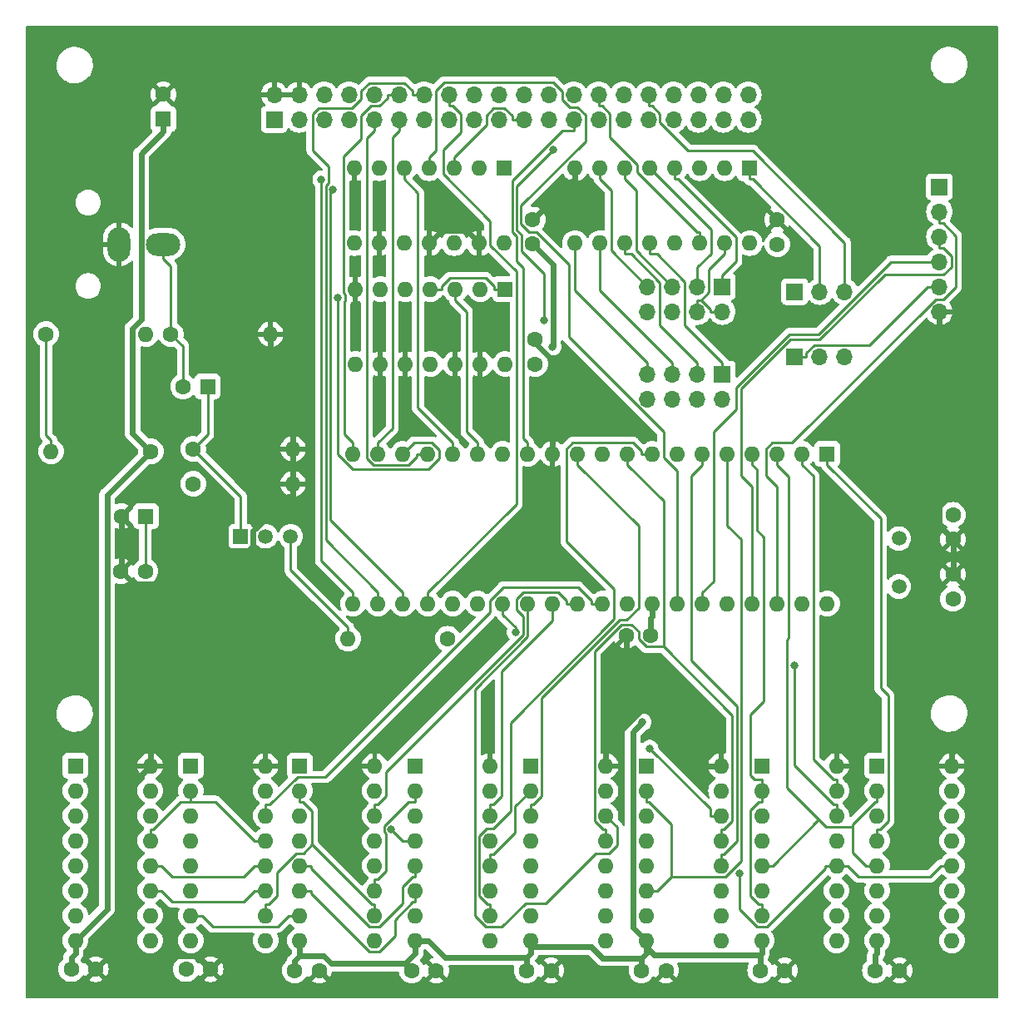
<source format=gbl>
G04 #@! TF.GenerationSoftware,KiCad,Pcbnew,7.0.9*
G04 #@! TF.CreationDate,2024-01-01T17:34:42+09:00*
G04 #@! TF.ProjectId,KZ80-TMS9918A-DRAM-1bit,4b5a3830-2d54-44d5-9339-393138412d44,rev?*
G04 #@! TF.SameCoordinates,PX3ef1480PY94c5f00*
G04 #@! TF.FileFunction,Copper,L2,Bot*
G04 #@! TF.FilePolarity,Positive*
%FSLAX46Y46*%
G04 Gerber Fmt 4.6, Leading zero omitted, Abs format (unit mm)*
G04 Created by KiCad (PCBNEW 7.0.9) date 2024-01-01 17:34:42*
%MOMM*%
%LPD*%
G01*
G04 APERTURE LIST*
G04 #@! TA.AperFunction,ComponentPad*
%ADD10R,1.700000X1.700000*%
G04 #@! TD*
G04 #@! TA.AperFunction,ComponentPad*
%ADD11O,1.700000X1.700000*%
G04 #@! TD*
G04 #@! TA.AperFunction,ComponentPad*
%ADD12R,1.600000X1.600000*%
G04 #@! TD*
G04 #@! TA.AperFunction,ComponentPad*
%ADD13O,1.600000X1.600000*%
G04 #@! TD*
G04 #@! TA.AperFunction,ComponentPad*
%ADD14C,1.600000*%
G04 #@! TD*
G04 #@! TA.AperFunction,ComponentPad*
%ADD15R,1.500000X1.500000*%
G04 #@! TD*
G04 #@! TA.AperFunction,ComponentPad*
%ADD16C,1.500000*%
G04 #@! TD*
G04 #@! TA.AperFunction,ComponentPad*
%ADD17O,3.500000X2.300000*%
G04 #@! TD*
G04 #@! TA.AperFunction,ComponentPad*
%ADD18O,2.300000X3.500000*%
G04 #@! TD*
G04 #@! TA.AperFunction,ViaPad*
%ADD19C,0.800000*%
G04 #@! TD*
G04 #@! TA.AperFunction,Conductor*
%ADD20C,0.250000*%
G04 #@! TD*
G04 #@! TA.AperFunction,Conductor*
%ADD21C,0.600000*%
G04 #@! TD*
G04 APERTURE END LIST*
D10*
X78780000Y72434000D03*
D11*
X81320000Y72434000D03*
X83860000Y72434000D03*
D12*
X75412000Y24174000D03*
D13*
X75412000Y21634000D03*
X75412000Y19094000D03*
X75412000Y16554000D03*
X75412000Y14014000D03*
X75412000Y11474000D03*
X75412000Y8934000D03*
X75412000Y6394000D03*
X83032000Y6394000D03*
X83032000Y8934000D03*
X83032000Y11474000D03*
X83032000Y14014000D03*
X83032000Y16554000D03*
X83032000Y19094000D03*
X83032000Y21634000D03*
X83032000Y24174000D03*
D14*
X15280000Y68116000D03*
D13*
X25440000Y68116000D03*
D14*
X2580000Y68116000D03*
D13*
X12740000Y68116000D03*
D10*
X71414000Y64052000D03*
D11*
X71414000Y61512000D03*
X68874000Y64052000D03*
X68874000Y61512000D03*
X66334000Y64052000D03*
X66334000Y61512000D03*
X63794000Y64052000D03*
X63794000Y61512000D03*
D14*
X77002000Y77260000D03*
X77002000Y79760000D03*
D12*
X63662000Y24174000D03*
D13*
X63662000Y21634000D03*
X63662000Y19094000D03*
X63662000Y16554000D03*
X63662000Y14014000D03*
X63662000Y11474000D03*
X63662000Y8934000D03*
X63662000Y6394000D03*
X71282000Y6394000D03*
X71282000Y8934000D03*
X71282000Y11474000D03*
X71282000Y14014000D03*
X71282000Y16554000D03*
X71282000Y19094000D03*
X71282000Y21634000D03*
X71282000Y24174000D03*
D15*
X22392000Y47542000D03*
D16*
X24932000Y47542000D03*
X27472000Y47542000D03*
D10*
X93512000Y83102000D03*
D11*
X93512000Y80562000D03*
X93512000Y78022000D03*
X93512000Y75482000D03*
X93512000Y72942000D03*
X93512000Y70402000D03*
D17*
X14518000Y77260000D03*
D18*
X10018000Y77260000D03*
D12*
X82080000Y55924000D03*
D13*
X79540000Y55924000D03*
X77000000Y55924000D03*
X74460000Y55924000D03*
X71920000Y55924000D03*
X69380000Y55924000D03*
X66840000Y55924000D03*
X64300000Y55924000D03*
X61760000Y55924000D03*
X59220000Y55924000D03*
X56680000Y55924000D03*
X54140000Y55924000D03*
X51600000Y55924000D03*
X49060000Y55924000D03*
X46520000Y55924000D03*
X43980000Y55924000D03*
X41440000Y55924000D03*
X38900000Y55924000D03*
X36360000Y55924000D03*
X33820000Y55924000D03*
X33820000Y40684000D03*
X36360000Y40684000D03*
X38900000Y40684000D03*
X41440000Y40684000D03*
X43980000Y40684000D03*
X46520000Y40684000D03*
X49060000Y40684000D03*
X51600000Y40684000D03*
X54140000Y40684000D03*
X56680000Y40684000D03*
X59220000Y40684000D03*
X61760000Y40684000D03*
X64300000Y40684000D03*
X66840000Y40684000D03*
X69380000Y40684000D03*
X71920000Y40684000D03*
X74460000Y40684000D03*
X77000000Y40684000D03*
X79540000Y40684000D03*
X82080000Y40684000D03*
D16*
X89379000Y47307000D03*
X89379000Y42427000D03*
D12*
X17312000Y24174000D03*
D13*
X17312000Y21634000D03*
X17312000Y19094000D03*
X17312000Y16554000D03*
X17312000Y14014000D03*
X17312000Y11474000D03*
X17312000Y8934000D03*
X17312000Y6394000D03*
X24932000Y6394000D03*
X24932000Y8934000D03*
X24932000Y11474000D03*
X24932000Y14014000D03*
X24932000Y16554000D03*
X24932000Y19094000D03*
X24932000Y21634000D03*
X24932000Y24174000D03*
D12*
X40162000Y24174000D03*
D13*
X40162000Y21634000D03*
X40162000Y19094000D03*
X40162000Y16554000D03*
X40162000Y14014000D03*
X40162000Y11474000D03*
X40162000Y8934000D03*
X40162000Y6394000D03*
X47782000Y6394000D03*
X47782000Y8934000D03*
X47782000Y11474000D03*
X47782000Y14014000D03*
X47782000Y16554000D03*
X47782000Y19094000D03*
X47782000Y21634000D03*
X47782000Y24174000D03*
D12*
X19025100Y62782000D03*
D14*
X16525100Y62782000D03*
X52110000Y77280000D03*
X52110000Y79780000D03*
X12700000Y43986000D03*
X10200000Y43986000D03*
X94880000Y41174000D03*
X94880000Y43674000D03*
D12*
X87162000Y24174000D03*
D13*
X87162000Y21634000D03*
X87162000Y19094000D03*
X87162000Y16554000D03*
X87162000Y14014000D03*
X87162000Y11474000D03*
X87162000Y8934000D03*
X87162000Y6394000D03*
X94782000Y6394000D03*
X94782000Y8934000D03*
X94782000Y11474000D03*
X94782000Y14014000D03*
X94782000Y16554000D03*
X94782000Y19094000D03*
X94782000Y21634000D03*
X94782000Y24174000D03*
D14*
X53995000Y3346000D03*
X51495000Y3346000D03*
D12*
X49316000Y72688000D03*
D13*
X46776000Y72688000D03*
X44236000Y72688000D03*
X41696000Y72688000D03*
X39156000Y72688000D03*
X36616000Y72688000D03*
X34076000Y72688000D03*
X34076000Y65068000D03*
X36616000Y65068000D03*
X39156000Y65068000D03*
X41696000Y65068000D03*
X44236000Y65068000D03*
X46776000Y65068000D03*
X49316000Y65068000D03*
D14*
X89448000Y3346000D03*
X86948000Y3346000D03*
X30393000Y3346000D03*
X27893000Y3346000D03*
X42291000Y3346000D03*
X39791000Y3346000D03*
X17566000Y52876000D03*
D13*
X27726000Y52876000D03*
D10*
X25800000Y89960000D03*
D11*
X25800000Y92500000D03*
X28340000Y89960000D03*
X28340000Y92500000D03*
X30880000Y89960000D03*
X30880000Y92500000D03*
X33420000Y89960000D03*
X33420000Y92500000D03*
X35960000Y89960000D03*
X35960000Y92500000D03*
X38500000Y89960000D03*
X38500000Y92500000D03*
X41040000Y89960000D03*
X41040000Y92500000D03*
X43580000Y89960000D03*
X43580000Y92500000D03*
X46120000Y89960000D03*
X46120000Y92500000D03*
X48660000Y89960000D03*
X48660000Y92500000D03*
X51200000Y89960000D03*
X51200000Y92500000D03*
X53740000Y89960000D03*
X53740000Y92500000D03*
X56280000Y89960000D03*
X56280000Y92500000D03*
X58820000Y89960000D03*
X58820000Y92500000D03*
X61360000Y89960000D03*
X61360000Y92500000D03*
X63900000Y89960000D03*
X63900000Y92500000D03*
X66440000Y89960000D03*
X66440000Y92500000D03*
X68980000Y89960000D03*
X68980000Y92500000D03*
X71520000Y89960000D03*
X71520000Y92500000D03*
X74060000Y89960000D03*
X74060000Y92500000D03*
D14*
X94880000Y49723000D03*
X94880000Y47223000D03*
X19324000Y3473000D03*
X16824000Y3473000D03*
D12*
X51912000Y24174000D03*
D13*
X51912000Y21634000D03*
X51912000Y19094000D03*
X51912000Y16554000D03*
X51912000Y14014000D03*
X51912000Y11474000D03*
X51912000Y8934000D03*
X51912000Y6394000D03*
X59532000Y6394000D03*
X59532000Y8934000D03*
X59532000Y11474000D03*
X59532000Y14014000D03*
X59532000Y16554000D03*
X59532000Y19094000D03*
X59532000Y21634000D03*
X59532000Y24174000D03*
D14*
X65679000Y3346000D03*
X63179000Y3346000D03*
D12*
X12740000Y49574000D03*
D14*
X10240000Y49574000D03*
D12*
X5562000Y24174000D03*
D13*
X5562000Y21634000D03*
X5562000Y19094000D03*
X5562000Y16554000D03*
X5562000Y14014000D03*
X5562000Y11474000D03*
X5562000Y8934000D03*
X5562000Y6394000D03*
X13182000Y6394000D03*
X13182000Y8934000D03*
X13182000Y11474000D03*
X13182000Y14014000D03*
X13182000Y16554000D03*
X13182000Y19094000D03*
X13182000Y21634000D03*
X13182000Y24174000D03*
D14*
X52364000Y65068000D03*
X52364000Y67568000D03*
X13248000Y56178000D03*
D13*
X3088000Y56178000D03*
D12*
X74200000Y85000000D03*
D13*
X71660000Y85000000D03*
X69120000Y85000000D03*
X66580000Y85000000D03*
X64040000Y85000000D03*
X61500000Y85000000D03*
X58960000Y85000000D03*
X56420000Y85000000D03*
X56420000Y77380000D03*
X58960000Y77380000D03*
X61500000Y77380000D03*
X64040000Y77380000D03*
X66580000Y77380000D03*
X69120000Y77380000D03*
X71660000Y77380000D03*
X74200000Y77380000D03*
D12*
X28412000Y24174000D03*
D13*
X28412000Y21634000D03*
X28412000Y19094000D03*
X28412000Y16554000D03*
X28412000Y14014000D03*
X28412000Y11474000D03*
X28412000Y8934000D03*
X28412000Y6394000D03*
X36032000Y6394000D03*
X36032000Y8934000D03*
X36032000Y11474000D03*
X36032000Y14014000D03*
X36032000Y16554000D03*
X36032000Y19094000D03*
X36032000Y21634000D03*
X36032000Y24174000D03*
D14*
X7640000Y3473000D03*
X5140000Y3473000D03*
D12*
X14518000Y90024900D03*
D14*
X14518000Y92524900D03*
D10*
X71414000Y72942000D03*
D11*
X71414000Y70402000D03*
X68874000Y72942000D03*
X68874000Y70402000D03*
X66334000Y72942000D03*
X66334000Y70402000D03*
X63794000Y72942000D03*
X63794000Y70402000D03*
D14*
X17566000Y56432000D03*
D13*
X27726000Y56432000D03*
D14*
X43474000Y37114000D03*
D13*
X33314000Y37114000D03*
D10*
X78780000Y65830000D03*
D11*
X81320000Y65830000D03*
X83860000Y65830000D03*
D14*
X77764000Y3346000D03*
X75264000Y3346000D03*
D12*
X49200000Y85000000D03*
D13*
X46660000Y85000000D03*
X44120000Y85000000D03*
X41580000Y85000000D03*
X39040000Y85000000D03*
X36500000Y85000000D03*
X33960000Y85000000D03*
X33960000Y77380000D03*
X36500000Y77380000D03*
X39040000Y77380000D03*
X41580000Y77380000D03*
X44120000Y77380000D03*
X46660000Y77380000D03*
X49200000Y77380000D03*
D14*
X64130000Y37424000D03*
X61630000Y37424000D03*
D19*
X92500000Y36000000D03*
X51500000Y47500000D03*
X89500000Y52500000D03*
X54136000Y66840000D03*
X63293600Y28608500D03*
X32267100Y71792200D03*
X30591700Y83863000D03*
X31767300Y82855700D03*
X53297500Y69523600D03*
X54204900Y86857100D03*
X37720000Y17732400D03*
X73147400Y13247600D03*
X78759200Y34373500D03*
X64017700Y25925700D03*
X50376500Y37781700D03*
D20*
X3088000Y56178000D02*
X3088000Y57303300D01*
X12700000Y48408700D02*
X12700000Y43986000D01*
X2580000Y57811300D02*
X2580000Y68116000D01*
X12740000Y48448700D02*
X12700000Y48408700D01*
X3088000Y57303300D02*
X2580000Y57811300D01*
X12740000Y49574000D02*
X12740000Y48448700D01*
D21*
X93512000Y48591000D02*
X93512000Y70402000D01*
X52364000Y67215300D02*
X54140000Y65439300D01*
X13182000Y42685600D02*
X11540400Y42685600D01*
X69981700Y24174000D02*
X63764100Y30391700D01*
X96860000Y41694000D02*
X96860000Y27552300D01*
X94880000Y43674000D02*
X96860000Y41694000D01*
X56420000Y85000000D02*
X56420000Y83699700D01*
X18002200Y4794800D02*
X10740400Y4794800D01*
X63764100Y31153500D02*
X63764100Y30391700D01*
X11540400Y42685600D02*
X10240000Y43986000D01*
X52364000Y67568000D02*
X52364000Y67215300D01*
X10240000Y43986000D02*
X10200000Y43986000D01*
X94880000Y47223000D02*
X94880000Y43674000D01*
X42887900Y78687900D02*
X45352100Y78687900D01*
X23662000Y48080600D02*
X23662000Y46556600D01*
X9851100Y5684100D02*
X7640000Y3473000D01*
X94782000Y24174000D02*
X94782000Y25474300D01*
X56029700Y83699700D02*
X52110000Y79780000D01*
X61630000Y37424000D02*
X61630000Y33287600D01*
X10240000Y43986000D02*
X10240000Y49574000D01*
X27726000Y52876000D02*
X27726000Y56432000D01*
X41580000Y77380000D02*
X42887900Y78687900D01*
X13182000Y42685600D02*
X13182000Y24174000D01*
X63764100Y30391700D02*
X59532000Y26159600D01*
X9851100Y20843100D02*
X9851100Y5684100D01*
X27726000Y52876000D02*
X27726000Y51575700D01*
X10740400Y4794800D02*
X9851100Y5684100D01*
X61630000Y33287600D02*
X63764100Y31153500D01*
X25440000Y68116000D02*
X25440000Y66815700D01*
X27726000Y64529700D02*
X25440000Y66815700D01*
X56420000Y83699700D02*
X56029700Y83699700D01*
X94880000Y47223000D02*
X93512000Y48591000D01*
X54140000Y65439300D02*
X54140000Y55924000D01*
X27157100Y51575700D02*
X23662000Y48080600D01*
X27726000Y51575700D02*
X27157100Y51575700D01*
X23662000Y46556600D02*
X19791000Y42685600D01*
X45352100Y78687900D02*
X46660000Y77380000D01*
X19791000Y42685600D02*
X13182000Y42685600D01*
X71282000Y24174000D02*
X69981700Y24174000D01*
X13182000Y24174000D02*
X9851100Y20843100D01*
X59532000Y26159600D02*
X59532000Y24174000D01*
X19324000Y3473000D02*
X18002200Y4794800D01*
X96860000Y27552300D02*
X94782000Y25474300D01*
X27726000Y56432000D02*
X27726000Y64529700D01*
D20*
X19025100Y62782000D02*
X19025100Y57891100D01*
X19025100Y57891100D02*
X17566000Y56432000D01*
X22392000Y51606000D02*
X22392000Y47542000D01*
X17566000Y56432000D02*
X22392000Y51606000D01*
X14518000Y75784700D02*
X15280000Y75022700D01*
X16525100Y62782000D02*
X16525100Y66870900D01*
X14518000Y77260000D02*
X14518000Y75784700D01*
X15280000Y75022700D02*
X15280000Y68116000D01*
X16525100Y66870900D02*
X15280000Y68116000D01*
D21*
X54198300Y66902300D02*
X54136000Y66840000D01*
X43179600Y4676700D02*
X41462300Y6394000D01*
X8779500Y51709500D02*
X8779500Y9611500D01*
X86948000Y3346000D02*
X86948000Y4879700D01*
X87162000Y6394000D02*
X87162000Y5093700D01*
X63293600Y28608500D02*
X62319100Y27634000D01*
X27893000Y4288400D02*
X28412000Y4807400D01*
X51912000Y5743900D02*
X51912000Y5093700D01*
X11388900Y68712300D02*
X11388900Y58037100D01*
X64300000Y39383700D02*
X64130000Y39213700D01*
X11388900Y58037100D02*
X13248000Y56178000D01*
X62319100Y27634000D02*
X62319100Y7736900D01*
X63662000Y5743900D02*
X64460200Y4945700D01*
X51495000Y4676700D02*
X43179600Y4676700D01*
X63179000Y3346000D02*
X63179000Y4610700D01*
X64460200Y4945700D02*
X75264000Y4945700D01*
X39102600Y4034300D02*
X39102700Y4034400D01*
X39102700Y4034400D02*
X40162000Y5093700D01*
X63662000Y5743900D02*
X63662000Y5093700D01*
X30831800Y4807400D02*
X31604900Y4034300D01*
X75264000Y4945700D02*
X75412000Y5093700D01*
X62319100Y7736900D02*
X63662000Y6394000D01*
X75412000Y6394000D02*
X75412000Y5093700D01*
X14518000Y88724600D02*
X12251100Y86457700D01*
X54198300Y75191700D02*
X54198300Y66902300D01*
X63179000Y4610700D02*
X63662000Y5093700D01*
X5140000Y3473000D02*
X5140000Y4671700D01*
X28412000Y4807400D02*
X30831800Y4807400D01*
X40162000Y6394000D02*
X40162000Y5093700D01*
X51912000Y6394000D02*
X51912000Y5743900D01*
X31604900Y4034300D02*
X39102600Y4034300D01*
X12251100Y69574500D02*
X11388900Y68712300D01*
X75264000Y3346000D02*
X75264000Y4945700D01*
X58100400Y5743900D02*
X59233600Y4610700D01*
X40162000Y6394000D02*
X41462300Y6394000D01*
X14518000Y90024900D02*
X14518000Y88724600D01*
X63662000Y6394000D02*
X63662000Y5743900D01*
X5562000Y6394000D02*
X5562000Y5093700D01*
X52110000Y77280000D02*
X54198300Y75191700D01*
X28412000Y6394000D02*
X28412000Y5093700D01*
X64300000Y40684000D02*
X64300000Y39383700D01*
X12251100Y86457700D02*
X12251100Y69574500D01*
X86948000Y4879700D02*
X87162000Y5093700D01*
X51912000Y5743900D02*
X58100400Y5743900D01*
X51495000Y3346000D02*
X51495000Y4676700D01*
X28412000Y5093700D02*
X28412000Y4807400D01*
X27893000Y3346000D02*
X27893000Y4288400D01*
X51495000Y4676700D02*
X51912000Y5093700D01*
X5140000Y4671700D02*
X5562000Y5093700D01*
X59233600Y4610700D02*
X63179000Y4610700D01*
X8779500Y9611500D02*
X5562000Y6394000D01*
X64130000Y39213700D02*
X64130000Y37424000D01*
X39791000Y3346000D02*
X39102700Y4034400D01*
X13248000Y56178000D02*
X8779500Y51709500D01*
D20*
X75865600Y56423100D02*
X75865600Y53711400D01*
X75865600Y53711400D02*
X77000000Y52577000D01*
X93879300Y79386700D02*
X95175600Y78090400D01*
X95175600Y78090400D02*
X95175600Y72943200D01*
X93512000Y79386700D02*
X93879300Y79386700D01*
X93512000Y80562000D02*
X93512000Y79386700D01*
X78481000Y57050300D02*
X76492800Y57050300D01*
X76492800Y57050300D02*
X75865600Y56423100D01*
X95175600Y72943200D02*
X93904400Y71672000D01*
X93904400Y71672000D02*
X93102700Y71672000D01*
X93102700Y71672000D02*
X78481000Y57050300D01*
X77000000Y52577000D02*
X77000000Y40684000D01*
X73326700Y62560000D02*
X73326700Y53710300D01*
X78320200Y67553500D02*
X73326700Y62560000D01*
X93512000Y78022000D02*
X93512000Y76846700D01*
X94711500Y74977700D02*
X93945800Y74212000D01*
X73326700Y53710300D02*
X74460000Y52577000D01*
X94711500Y76014500D02*
X94711500Y74977700D01*
X93512000Y76846700D02*
X93879300Y76846700D01*
X93945800Y74212000D02*
X87969900Y74212000D01*
X81311400Y67553500D02*
X78320200Y67553500D01*
X93879300Y76846700D02*
X94711500Y76014500D01*
X74460000Y52577000D02*
X74460000Y40684000D01*
X87969900Y74212000D02*
X81311400Y67553500D01*
X70505300Y42934600D02*
X69380000Y41809300D01*
X88603000Y75482000D02*
X81225600Y68104600D01*
X69380000Y40684000D02*
X69380000Y41809300D01*
X70505300Y58140400D02*
X70505300Y42934600D01*
X72834100Y62704300D02*
X72834100Y60469200D01*
X72834100Y60469200D02*
X70505300Y58140400D01*
X78234400Y68104600D02*
X72834100Y62704300D01*
X93512000Y75482000D02*
X88603000Y75482000D01*
X81225600Y68104600D02*
X78234400Y68104600D01*
X79955300Y66197400D02*
X79955300Y65830000D01*
X86400000Y67005300D02*
X80763200Y67005300D01*
X80763200Y67005300D02*
X79955300Y66197400D01*
X93512000Y72942000D02*
X92336700Y72942000D01*
X78780000Y65830000D02*
X79955300Y65830000D01*
X92336700Y72942000D02*
X86400000Y67005300D01*
X40314700Y55924000D02*
X40314700Y55642600D01*
X41440000Y55924000D02*
X40314700Y55924000D01*
X35234700Y55447400D02*
X35234700Y88059400D01*
X35960000Y89960000D02*
X35960000Y88784700D01*
X35883400Y54798700D02*
X35234700Y55447400D01*
X39470800Y54798700D02*
X35883400Y54798700D01*
X35234700Y88059400D02*
X35960000Y88784700D01*
X40314700Y55642600D02*
X39470800Y54798700D01*
X41479700Y54336800D02*
X33809700Y54336800D01*
X42621400Y55478500D02*
X41479700Y54336800D01*
X32267100Y55879400D02*
X32267100Y71792200D01*
X40058500Y57082500D02*
X41873300Y57082500D01*
X42621400Y56334400D02*
X42621400Y55478500D01*
X38900000Y55924000D02*
X40058500Y57082500D01*
X33809700Y54336800D02*
X32267100Y55879400D01*
X41873300Y57082500D02*
X42621400Y56334400D01*
X38500000Y89960000D02*
X38500000Y88784700D01*
X36360000Y57049300D02*
X37821600Y58510900D01*
X37821600Y88106300D02*
X38500000Y88784700D01*
X36360000Y55924000D02*
X36360000Y57049300D01*
X37821600Y58510900D02*
X37821600Y88106300D01*
X32834600Y86218600D02*
X32834600Y72337800D01*
X35632900Y91324700D02*
X34634800Y90326600D01*
X32834600Y72337800D02*
X33012100Y72160300D01*
X34634800Y88018800D02*
X32834600Y86218600D01*
X38500000Y92500000D02*
X37324700Y92500000D01*
X32938500Y71431600D02*
X32938500Y57930800D01*
X37324700Y92132600D02*
X36516800Y91324700D01*
X36516800Y91324700D02*
X35632900Y91324700D01*
X34634800Y90326600D02*
X34634800Y88018800D01*
X32938500Y57930800D02*
X33820000Y57049300D01*
X33012100Y71505200D02*
X32938500Y71431600D01*
X33820000Y55924000D02*
X33820000Y57049300D01*
X33012100Y72160300D02*
X33012100Y71505200D01*
X37324700Y92500000D02*
X37324700Y92132600D01*
X30591700Y83863000D02*
X30591700Y45037600D01*
X33820000Y40684000D02*
X33820000Y41809300D01*
X30591700Y45037600D02*
X33820000Y41809300D01*
X31042000Y47127300D02*
X36360000Y41809300D01*
X34635000Y92050800D02*
X33719600Y91135400D01*
X31042000Y83202000D02*
X31042000Y47127300D01*
X41040000Y92500000D02*
X39864700Y92500000D01*
X31355700Y85180500D02*
X31355700Y83515700D01*
X36360000Y40684000D02*
X36360000Y41809300D01*
X30354400Y91135400D02*
X29703000Y90484000D01*
X29703000Y86833200D02*
X31355700Y85180500D01*
X39864700Y92867300D02*
X39056600Y93675400D01*
X29703000Y90484000D02*
X29703000Y86833200D01*
X39864700Y92500000D02*
X39864700Y92867300D01*
X39056600Y93675400D02*
X35452900Y93675400D01*
X35452900Y93675400D02*
X34635000Y92857500D01*
X33719600Y91135400D02*
X30354400Y91135400D01*
X34635000Y92857500D02*
X34635000Y92050800D01*
X31355700Y83515700D02*
X31042000Y83202000D01*
X38900000Y41809300D02*
X31535700Y49173600D01*
X31535700Y49173600D02*
X31535700Y82624100D01*
X38900000Y40684000D02*
X38900000Y41809300D01*
X31535700Y82624100D02*
X31767300Y82855700D01*
X44760500Y88668900D02*
X42984100Y86892500D01*
X47785400Y79584100D02*
X47785400Y77177800D01*
X43580000Y91324700D02*
X43947300Y91324700D01*
X47785400Y77177800D02*
X50441400Y74521800D01*
X42984100Y86892500D02*
X42984100Y84385400D01*
X43947300Y91324700D02*
X44760500Y90511500D01*
X42984100Y84385400D02*
X47785400Y79584100D01*
X41440000Y40684000D02*
X41440000Y41809300D01*
X50441400Y50810700D02*
X41440000Y41809300D01*
X44760500Y90511500D02*
X44760500Y88668900D01*
X43580000Y92500000D02*
X43580000Y91324700D01*
X50441400Y74521800D02*
X50441400Y50810700D01*
X50484800Y78693100D02*
X50484800Y83137000D01*
X53297500Y69523600D02*
X53297500Y74242600D01*
X50952500Y78225400D02*
X50484800Y78693100D01*
X50484800Y83137000D02*
X54204900Y86857100D01*
X50952500Y76587600D02*
X50952500Y78225400D01*
X53297500Y74242600D02*
X50952500Y76587600D01*
X48134400Y91135400D02*
X47390000Y90391000D01*
X47390000Y89395300D02*
X44120000Y86125300D01*
X49216600Y91135400D02*
X48134400Y91135400D01*
X47390000Y90391000D02*
X47390000Y89395300D01*
X50024700Y89960000D02*
X50024700Y90327300D01*
X51200000Y89960000D02*
X50024700Y89960000D01*
X44120000Y85000000D02*
X44120000Y86125300D01*
X50024700Y90327300D02*
X49216600Y91135400D01*
X51133500Y74892800D02*
X50502100Y75524200D01*
X50034400Y78506600D02*
X50034400Y83714400D01*
X51600000Y57049300D02*
X51133500Y57515800D01*
X51133500Y57515800D02*
X51133500Y74892800D01*
X55104700Y88784700D02*
X56280000Y88784700D01*
X50034400Y83714400D02*
X55104700Y88784700D01*
X51600000Y55924000D02*
X51600000Y57049300D01*
X50502100Y75524200D02*
X50502100Y78038900D01*
X56280000Y89960000D02*
X56280000Y88784700D01*
X50502100Y78038900D02*
X50034400Y78506600D01*
X69120000Y77380000D02*
X69120000Y78505300D01*
X62770000Y85354000D02*
X59995300Y88128700D01*
X68838700Y78505300D02*
X62770000Y84574000D01*
X69120000Y78505300D02*
X68838700Y78505300D01*
X58820000Y92500000D02*
X58820000Y91324700D01*
X59995300Y90516800D02*
X59187400Y91324700D01*
X59187400Y91324700D02*
X58820000Y91324700D01*
X59995300Y88128700D02*
X59995300Y90516800D01*
X62770000Y84574000D02*
X62770000Y85354000D01*
X65075300Y90516800D02*
X65075300Y89648000D01*
X63900000Y91324700D02*
X64267400Y91324700D01*
X63900000Y92500000D02*
X63900000Y91324700D01*
X64267400Y91324700D02*
X65075300Y90516800D01*
X74513700Y86783200D02*
X83860000Y77436900D01*
X83860000Y77436900D02*
X83860000Y72434000D01*
X67940100Y86783200D02*
X74513700Y86783200D01*
X65075300Y89648000D02*
X67940100Y86783200D01*
X64040000Y76254700D02*
X64743300Y76254700D01*
X71414000Y64052000D02*
X71414000Y65227300D01*
X64743300Y76254700D02*
X67604000Y73394000D01*
X67604000Y69037300D02*
X71414000Y65227300D01*
X64040000Y77380000D02*
X64040000Y76254700D01*
X67604000Y73394000D02*
X67604000Y69037300D01*
X42821300Y72688000D02*
X42821300Y72969300D01*
X41696000Y72688000D02*
X42821300Y72688000D01*
X47346800Y73813300D02*
X48190700Y72969400D01*
X48190700Y72969400D02*
X48190700Y72688000D01*
X49316000Y72688000D02*
X48190700Y72688000D01*
X43665300Y73813300D02*
X47346800Y73813300D01*
X42821300Y72969300D02*
X43665300Y73813300D01*
X65064000Y73354000D02*
X65064000Y69037300D01*
X65064000Y69037300D02*
X68874000Y65227300D01*
X62163300Y76254700D02*
X65064000Y73354000D01*
X68874000Y64052000D02*
X68874000Y65227300D01*
X61500000Y76254700D02*
X62163300Y76254700D01*
X61500000Y77380000D02*
X61500000Y76254700D01*
X58960000Y72601300D02*
X58960000Y77380000D01*
X66334000Y64052000D02*
X66334000Y65227300D01*
X66334000Y65227300D02*
X58960000Y72601300D01*
X56420000Y72601300D02*
X63794000Y65227300D01*
X63794000Y64052000D02*
X63794000Y65227300D01*
X56420000Y77380000D02*
X56420000Y72601300D01*
X72789400Y77946600D02*
X72789400Y75492700D01*
X71414000Y72942000D02*
X71414000Y74117300D01*
X66861300Y83874700D02*
X72789400Y77946600D01*
X66580000Y83874700D02*
X66861300Y83874700D01*
X72789400Y75492700D02*
X71414000Y74117300D01*
X66580000Y85000000D02*
X66580000Y83874700D01*
X70049300Y72385200D02*
X69241400Y71577300D01*
X70238700Y70580000D02*
X70238700Y70402000D01*
X69241400Y71577300D02*
X70238700Y70580000D01*
X71414000Y70402000D02*
X70238700Y70402000D01*
X71660000Y77380000D02*
X71660000Y76254700D01*
X71660000Y76254700D02*
X70049300Y74644000D01*
X70049300Y74644000D02*
X70049300Y72385200D01*
X69241400Y71577300D02*
X68874000Y71577300D01*
X68874000Y70402000D02*
X68874000Y71577300D01*
X64040000Y85000000D02*
X70273800Y78766200D01*
X68874000Y74925100D02*
X68874000Y72942000D01*
X70273800Y76324900D02*
X68874000Y74925100D01*
X70273800Y78766200D02*
X70273800Y76324900D01*
X62625300Y76650700D02*
X62625300Y82749400D01*
X61500000Y85000000D02*
X61500000Y83874700D01*
X62625300Y82749400D02*
X61500000Y83874700D01*
X66334000Y72942000D02*
X62625300Y76650700D01*
X60085300Y82749400D02*
X58960000Y83874700D01*
X58960000Y85000000D02*
X58960000Y83874700D01*
X60085300Y76650700D02*
X60085300Y82749400D01*
X63794000Y72942000D02*
X60085300Y76650700D01*
X74200000Y83874700D02*
X74481300Y83874700D01*
X74200000Y85000000D02*
X74200000Y83874700D01*
X81320000Y77036000D02*
X81320000Y72434000D01*
X74481300Y83874700D02*
X81320000Y77036000D01*
X27472000Y47542000D02*
X27472000Y44081300D01*
X27472000Y44081300D02*
X33314000Y38239300D01*
X33314000Y37114000D02*
X33314000Y38239300D01*
X87162000Y16554000D02*
X87162000Y17679300D01*
X82080000Y55924000D02*
X82080000Y54798700D01*
X87443400Y17679300D02*
X87162000Y17679300D01*
X82080000Y54798700D02*
X87525600Y49353100D01*
X88287300Y31304500D02*
X88287300Y18523200D01*
X87525600Y32066200D02*
X88287300Y31304500D01*
X88287300Y18523200D02*
X87443400Y17679300D01*
X40162000Y16554000D02*
X38898400Y16554000D01*
X38898400Y16554000D02*
X37720000Y17732400D01*
X87525600Y49353100D02*
X87525600Y32066200D01*
X80665300Y24844700D02*
X80665300Y53673400D01*
X82750700Y22759300D02*
X80665300Y24844700D01*
X83032000Y21634000D02*
X83032000Y22759300D01*
X80665300Y53673400D02*
X79540000Y54798700D01*
X79540000Y55924000D02*
X79540000Y54798700D01*
X83032000Y22759300D02*
X82750700Y22759300D01*
X81970500Y17965500D02*
X84694300Y17965500D01*
X75412000Y14014000D02*
X76537300Y14014000D01*
X84694300Y17965500D02*
X84694300Y18232100D01*
X77000000Y55924000D02*
X77000000Y54798700D01*
X28412000Y14014000D02*
X29537300Y14014000D01*
X84694300Y18232100D02*
X86970900Y20508700D01*
X86970900Y20508700D02*
X87162000Y20508700D01*
X76537300Y14014000D02*
X81229700Y18706400D01*
X38850100Y11858200D02*
X38850100Y10160500D01*
X78016300Y37048400D02*
X78016300Y21919700D01*
X35470500Y7799500D02*
X29537300Y13732700D01*
X78169300Y37201400D02*
X78016300Y37048400D01*
X84694300Y15356400D02*
X84694300Y17965500D01*
X78169300Y53629400D02*
X78169300Y37201400D01*
X39880600Y12888700D02*
X38850100Y11858200D01*
X40162000Y12888700D02*
X39880600Y12888700D01*
X87162000Y14014000D02*
X86036700Y14014000D01*
X87162000Y21634000D02*
X87162000Y20508700D01*
X36489100Y7799500D02*
X35470500Y7799500D01*
X40162000Y14014000D02*
X40162000Y12888700D01*
X29537300Y13732700D02*
X29537300Y14014000D01*
X38850100Y10160500D02*
X36489100Y7799500D01*
X77000000Y54798700D02*
X78169300Y53629400D01*
X86036700Y14014000D02*
X84694300Y15356400D01*
X78016300Y21919700D02*
X81229700Y18706400D01*
X81229700Y18706400D02*
X81970500Y17965500D01*
X74460000Y54798700D02*
X74910400Y54348300D01*
X27286700Y8934000D02*
X26161400Y7808700D01*
X74286700Y19664800D02*
X75130600Y20508700D01*
X75412000Y21634000D02*
X75412000Y22759300D01*
X26161400Y7808700D02*
X19562600Y7808700D01*
X75130700Y10059300D02*
X74286700Y10903300D01*
X75412000Y10059300D02*
X75130700Y10059300D01*
X74286700Y23181200D02*
X74708600Y22759300D01*
X74286700Y29373600D02*
X74286700Y23181200D01*
X75627500Y47435700D02*
X75627500Y30714400D01*
X74460000Y55924000D02*
X74460000Y54798700D01*
X74910400Y54348300D02*
X74910400Y48152800D01*
X75412000Y8934000D02*
X75412000Y10059300D01*
X74708600Y22759300D02*
X75412000Y22759300D01*
X74286700Y10903300D02*
X74286700Y19664800D01*
X75627500Y30714400D02*
X74286700Y29373600D01*
X19562600Y7808700D02*
X18437300Y8934000D01*
X17312000Y8934000D02*
X18437300Y8934000D01*
X28412000Y8934000D02*
X27286700Y8934000D01*
X75130600Y20508700D02*
X75412000Y20508700D01*
X74910400Y48152800D02*
X75627500Y47435700D01*
X75412000Y21634000D02*
X75412000Y20508700D01*
X73355900Y14496300D02*
X73355900Y39557400D01*
X66201600Y12888300D02*
X71747900Y12888300D01*
X73355900Y39557400D02*
X73289600Y39623700D01*
X63662000Y11474000D02*
X64787300Y11474000D01*
X38083400Y6835600D02*
X36502300Y5254500D01*
X28412000Y11474000D02*
X29537300Y11474000D01*
X71747900Y12888300D02*
X73355900Y14496300D01*
X40162000Y11474000D02*
X40162000Y10348700D01*
X73289600Y47233600D02*
X71920000Y48603200D01*
X36502300Y5254500D02*
X35475500Y5254500D01*
X66201600Y18250400D02*
X63943300Y20508700D01*
X64787300Y11474000D02*
X66201600Y12888300D01*
X35475500Y5254500D02*
X29537300Y11192700D01*
X29537300Y11192700D02*
X29537300Y11474000D01*
X38083400Y8513500D02*
X38083400Y6835600D01*
X63662000Y21634000D02*
X63662000Y20508700D01*
X40162000Y10348700D02*
X39918600Y10348700D01*
X71920000Y48603200D02*
X71920000Y55924000D01*
X66201600Y12888300D02*
X66201600Y18250400D01*
X63943300Y20508700D02*
X63662000Y20508700D01*
X39918600Y10348700D02*
X38083400Y8513500D01*
X73289600Y39623700D02*
X73289600Y47233600D01*
X58403600Y18526400D02*
X58403600Y35825500D01*
X65428600Y51130100D02*
X65428600Y36297600D01*
X62880000Y37069700D02*
X63652100Y36297600D01*
X61760000Y54798700D02*
X65428600Y51130100D01*
X61138700Y38560600D02*
X62161300Y38560600D01*
X13182000Y16554000D02*
X13182000Y17679300D01*
X71563400Y17679300D02*
X71282000Y17679300D01*
X59532000Y16554000D02*
X59532000Y17679300D01*
X59532000Y17679300D02*
X59250700Y17679300D01*
X58403600Y35825500D02*
X61138700Y38560600D01*
X63652100Y36297600D02*
X65428600Y36297600D01*
X13476200Y17679300D02*
X16305600Y20508700D01*
X62880000Y37841900D02*
X62880000Y37069700D01*
X24932000Y16554000D02*
X23806700Y16554000D01*
X59250700Y17679300D02*
X58403600Y18526400D01*
X65428600Y36297600D02*
X72407300Y29318900D01*
X23806700Y16554000D02*
X19852000Y20508700D01*
X16305600Y20508700D02*
X17312000Y20508700D01*
X13182000Y17679300D02*
X13476200Y17679300D01*
X19852000Y20508700D02*
X17312000Y20508700D01*
X17312000Y21634000D02*
X17312000Y20508700D01*
X61760000Y55924000D02*
X61760000Y54798700D01*
X72407300Y18523200D02*
X71563400Y17679300D01*
X71282000Y16554000D02*
X71282000Y17679300D01*
X72407300Y29318900D02*
X72407300Y18523200D01*
X62161300Y38560600D02*
X62880000Y37841900D01*
X24932000Y11474000D02*
X23806700Y11474000D01*
X40162000Y21634000D02*
X40162000Y20508700D01*
X36032000Y11474000D02*
X36032000Y12599300D01*
X39470600Y20508700D02*
X36994700Y18032800D01*
X37157300Y13443200D02*
X36313400Y12599300D01*
X36994700Y17432000D02*
X37157300Y17269400D01*
X36994700Y18032800D02*
X36994700Y17432000D01*
X15432600Y10348700D02*
X14307300Y11474000D01*
X37157300Y17269400D02*
X37157300Y13443200D01*
X40162000Y20508700D02*
X39470600Y20508700D01*
X13182000Y11474000D02*
X14307300Y11474000D01*
X36313400Y12599300D02*
X36032000Y12599300D01*
X22681400Y10348700D02*
X15432600Y10348700D01*
X23806700Y11474000D02*
X22681400Y10348700D01*
X47432700Y17824000D02*
X46656700Y17048000D01*
X28773700Y15284000D02*
X28030200Y15284000D01*
X49867600Y19582100D02*
X48109500Y17824000D01*
X47782000Y8934000D02*
X47782000Y10059300D01*
X55554700Y56423200D02*
X55554700Y47038500D01*
X26057300Y13311100D02*
X26057300Y10903200D01*
X49867600Y28563300D02*
X49867600Y19582100D01*
X28412000Y21634000D02*
X28412000Y20508700D01*
X62327900Y57052100D02*
X56183600Y57052100D01*
X24932000Y8934000D02*
X24932000Y10059300D01*
X48109500Y17824000D02*
X47432700Y17824000D01*
X36032000Y10059300D02*
X35750600Y10059300D01*
X63174700Y55924000D02*
X63174700Y56205300D01*
X46656700Y10903200D02*
X47500600Y10059300D01*
X28693400Y20508700D02*
X28412000Y20508700D01*
X36032000Y8934000D02*
X36032000Y10059300D01*
X29649800Y19552300D02*
X28693400Y20508700D01*
X47500600Y10059300D02*
X47782000Y10059300D01*
X63174700Y56205300D02*
X62327900Y57052100D01*
X46656700Y17048000D02*
X46656700Y10903200D01*
X25213400Y10059300D02*
X24932000Y10059300D01*
X56183600Y57052100D02*
X55554700Y56423200D01*
X35750600Y10059300D02*
X29649800Y16160100D01*
X55554700Y47038500D02*
X60406500Y42186700D01*
X28030200Y15284000D02*
X26057300Y13311100D01*
X29649800Y16160100D02*
X29649800Y19552300D01*
X26057300Y10903200D02*
X25213400Y10059300D01*
X60406500Y42186700D02*
X60406500Y39102200D01*
X60406500Y39102200D02*
X49867600Y28563300D01*
X29649800Y16160100D02*
X28773700Y15284000D01*
X64300000Y55924000D02*
X63174700Y55924000D01*
X50318000Y17394000D02*
X50318000Y20040000D01*
X68230600Y34888400D02*
X72904300Y30214700D01*
X74942300Y7783700D02*
X75957700Y7783700D01*
X81906700Y13732700D02*
X81906700Y14014000D01*
X48063300Y15139300D02*
X50318000Y17394000D01*
X24932000Y14014000D02*
X23806700Y14014000D01*
X71282000Y14014000D02*
X71282000Y15139300D01*
X83032000Y14014000D02*
X84157300Y14014000D01*
X73147400Y13247600D02*
X73147400Y9578600D01*
X47782000Y15139300D02*
X48063300Y15139300D01*
X69380000Y55924000D02*
X69380000Y54798700D01*
X15432600Y12888700D02*
X14307300Y14014000D01*
X72904300Y30214700D02*
X72904300Y16480300D01*
X75957700Y7783700D02*
X81906700Y13732700D01*
X85282600Y12888700D02*
X84157300Y14014000D01*
X22681400Y12888700D02*
X15432600Y12888700D01*
X83032000Y14014000D02*
X81906700Y14014000D01*
X71563300Y15139300D02*
X71282000Y15139300D01*
X92531400Y12888700D02*
X85282600Y12888700D01*
X13182000Y14014000D02*
X14307300Y14014000D01*
X94782000Y14014000D02*
X93656700Y14014000D01*
X72904300Y16480300D02*
X71563300Y15139300D01*
X23806700Y14014000D02*
X22681400Y12888700D01*
X50318000Y20040000D02*
X51912000Y21634000D01*
X68230600Y53649300D02*
X68230600Y34888400D01*
X69380000Y54798700D02*
X68230600Y53649300D01*
X47782000Y14014000D02*
X47782000Y15139300D01*
X73147400Y9578600D02*
X74942300Y7783700D01*
X93656700Y14014000D02*
X92531400Y12888700D01*
X45394700Y58174600D02*
X46520000Y57049300D01*
X45394700Y70404000D02*
X45394700Y58174600D01*
X46520000Y55924000D02*
X46520000Y57049300D01*
X44236000Y72688000D02*
X44236000Y71562700D01*
X44236000Y71562700D02*
X45394700Y70404000D01*
X39040000Y85000000D02*
X39040000Y83874700D01*
X43980000Y55924000D02*
X43980000Y57049300D01*
X39040000Y83874700D02*
X40426000Y82488700D01*
X40426000Y60603300D02*
X43980000Y57049300D01*
X40426000Y82488700D02*
X40426000Y60603300D01*
X83032000Y20219300D02*
X82750700Y20219300D01*
X82750700Y20219300D02*
X78759200Y24210800D01*
X83032000Y19094000D02*
X83032000Y20219300D01*
X78759200Y24210800D02*
X78759200Y34373500D01*
X50376500Y38242200D02*
X50376500Y37781700D01*
X64017700Y25925700D02*
X70156700Y19786700D01*
X71282000Y19094000D02*
X70156700Y19094000D01*
X49060000Y40684000D02*
X49060000Y39558700D01*
X70156700Y19786700D02*
X70156700Y19094000D01*
X49060000Y39558700D02*
X50376500Y38242200D01*
X59532000Y19094000D02*
X60674600Y17951400D01*
X58529500Y15284000D02*
X53449500Y10204000D01*
X46204600Y31947100D02*
X51600000Y37342500D01*
X47304800Y7791200D02*
X46204600Y8891400D01*
X53449500Y10204000D02*
X51381800Y10204000D01*
X60674600Y16097400D02*
X59861200Y15284000D01*
X51600000Y37342500D02*
X51600000Y40684000D01*
X60674600Y17951400D02*
X60674600Y16097400D01*
X59861200Y15284000D02*
X58529500Y15284000D01*
X51381800Y10204000D02*
X48969000Y7791200D01*
X48969000Y7791200D02*
X47304800Y7791200D01*
X46204600Y8891400D02*
X46204600Y31947100D01*
X48907300Y21063200D02*
X48907300Y33750700D01*
X47782000Y19094000D02*
X47782000Y20219300D01*
X54140000Y38983400D02*
X54140000Y39558700D01*
X48063400Y20219300D02*
X48907300Y21063200D01*
X47782000Y20219300D02*
X48063400Y20219300D01*
X54140000Y40684000D02*
X54140000Y39558700D01*
X48907300Y33750700D02*
X54140000Y38983400D01*
X54701200Y41818800D02*
X55554700Y40965300D01*
X50444600Y40043300D02*
X50444600Y41127400D01*
X50444600Y41127400D02*
X51136000Y41818800D01*
X51136000Y41818800D02*
X54701200Y41818800D01*
X36032000Y20219300D02*
X36313400Y20219300D01*
X51127700Y39360200D02*
X50444600Y40043300D01*
X51127700Y37507100D02*
X51127700Y39360200D01*
X36032000Y19094000D02*
X36032000Y20219300D01*
X37157300Y21063200D02*
X37157300Y23536700D01*
X56680000Y40684000D02*
X55554700Y40684000D01*
X55554700Y40965300D02*
X55554700Y40684000D01*
X36313400Y20219300D02*
X37157300Y21063200D01*
X37157300Y23536700D02*
X51127700Y37507100D01*
X59220000Y40684000D02*
X58094700Y40684000D01*
X47762900Y40985100D02*
X47762900Y39806300D01*
X49078900Y42301100D02*
X47762900Y40985100D01*
X58094700Y40684000D02*
X58094700Y40965300D01*
X25347700Y20219300D02*
X24932000Y20219300D01*
X24932000Y19094000D02*
X24932000Y20219300D01*
X56758900Y42301100D02*
X49078900Y42301100D01*
X28177000Y23048600D02*
X25347700Y20219300D01*
X58094700Y40965300D02*
X56758900Y42301100D01*
X31005200Y23048600D02*
X28177000Y23048600D01*
X47762900Y39806300D02*
X31005200Y23048600D01*
X42258400Y92886400D02*
X43087600Y93715600D01*
X52468400Y78530000D02*
X55774800Y75223600D01*
X41580000Y85000000D02*
X41580000Y86125300D01*
X66840000Y54161800D02*
X66840000Y40684000D01*
X55849000Y91230000D02*
X56674800Y91230000D01*
X55104600Y91974400D02*
X55849000Y91230000D01*
X50935100Y81176800D02*
X50935100Y79326300D01*
X55774800Y67788600D02*
X65425400Y58138000D01*
X57462800Y87704500D02*
X50935100Y81176800D01*
X57462800Y90442000D02*
X57462800Y87704500D01*
X65425400Y55576400D02*
X66840000Y54161800D01*
X41580000Y86125300D02*
X42258400Y86803700D01*
X51731400Y78530000D02*
X52468400Y78530000D01*
X55104600Y92797900D02*
X55104600Y91974400D01*
X50935100Y79326300D02*
X51731400Y78530000D01*
X54186900Y93715600D02*
X55104600Y92797900D01*
X65425400Y58138000D02*
X65425400Y55576400D01*
X43087600Y93715600D02*
X54186900Y93715600D01*
X42258400Y86803700D02*
X42258400Y92886400D01*
X55774800Y75223600D02*
X55774800Y67788600D01*
X56674800Y91230000D02*
X57462800Y90442000D01*
X62885300Y40216200D02*
X61680000Y39010900D01*
X56680000Y54798700D02*
X62885300Y48593400D01*
X51912000Y19094000D02*
X51912000Y20219300D01*
X61680000Y39010900D02*
X60952100Y39010900D01*
X52193400Y20219300D02*
X51912000Y20219300D01*
X53037300Y31096100D02*
X53037300Y21063200D01*
X60952100Y39010900D02*
X53037300Y31096100D01*
X53037300Y21063200D02*
X52193400Y20219300D01*
X62885300Y48593400D02*
X62885300Y40216200D01*
X56680000Y55924000D02*
X56680000Y54798700D01*
G04 #@! TA.AperFunction,Conductor*
G36*
X41209038Y5499338D02*
G01*
X41253385Y5470837D01*
X41935150Y4789072D01*
X41968635Y4727749D01*
X41963651Y4658057D01*
X41921779Y4602124D01*
X41879564Y4581617D01*
X41844688Y4572272D01*
X41844673Y4572266D01*
X41638513Y4476132D01*
X41565526Y4425027D01*
X42246599Y3743954D01*
X42165852Y3731165D01*
X42052955Y3673641D01*
X41963359Y3584045D01*
X41905835Y3471148D01*
X41893046Y3390401D01*
X41211973Y4071474D01*
X41211972Y4071473D01*
X41160868Y3998488D01*
X41153656Y3983021D01*
X41107482Y3930583D01*
X41040288Y3911433D01*
X40973407Y3931650D01*
X40928893Y3983024D01*
X40921568Y3998734D01*
X40832643Y4125733D01*
X40791048Y4185138D01*
X40776639Y4199547D01*
X40675960Y4300226D01*
X40642477Y4361546D01*
X40647461Y4431238D01*
X40675960Y4475583D01*
X40759826Y4559448D01*
X40759827Y4559449D01*
X40791816Y4591438D01*
X40814037Y4626805D01*
X40818058Y4632470D01*
X40844091Y4665113D01*
X40862215Y4702751D01*
X40865564Y4708809D01*
X40887789Y4744178D01*
X40901581Y4783597D01*
X40904242Y4790019D01*
X40911938Y4806001D01*
X40922359Y4827639D01*
X40931652Y4868358D01*
X40933574Y4875025D01*
X40947368Y4914445D01*
X40952044Y4955953D01*
X40953204Y4962781D01*
X40962500Y5003505D01*
X40962500Y5183894D01*
X40962500Y5183895D01*
X40962500Y5303952D01*
X40982185Y5370991D01*
X40998819Y5391633D01*
X41078023Y5470837D01*
X41139346Y5504322D01*
X41209038Y5499338D01*
G37*
G04 #@! TD.AperFunction*
G04 #@! TA.AperFunction,Conductor*
G36*
X48383912Y39447974D02*
G01*
X48441132Y39407879D01*
X48459540Y39376134D01*
X48466490Y39358581D01*
X48468382Y39353053D01*
X48479386Y39315177D01*
X48481382Y39308310D01*
X48489931Y39293853D01*
X48491580Y39291066D01*
X48500138Y39273597D01*
X48507514Y39254968D01*
X48534898Y39217277D01*
X48538106Y39212393D01*
X48561827Y39172284D01*
X48561833Y39172276D01*
X48575990Y39158120D01*
X48588628Y39143324D01*
X48600405Y39127114D01*
X48600406Y39127113D01*
X48636309Y39097412D01*
X48640620Y39093490D01*
X49079429Y38654681D01*
X49504125Y38229985D01*
X49537610Y38168662D01*
X49534374Y38103986D01*
X49490826Y37969956D01*
X49471040Y37781700D01*
X49490826Y37593444D01*
X49490827Y37593441D01*
X49549318Y37413423D01*
X49549321Y37413416D01*
X49642721Y37251641D01*
X49643967Y37249484D01*
X49727042Y37157220D01*
X49757273Y37094229D01*
X49748648Y37024894D01*
X49722574Y36986567D01*
X37414674Y24678668D01*
X37353351Y24645183D01*
X37283659Y24650167D01*
X37227726Y24692039D01*
X37214611Y24713945D01*
X37162135Y24826480D01*
X37162134Y24826482D01*
X37031657Y25012821D01*
X36870820Y25173658D01*
X36684482Y25304135D01*
X36478328Y25400266D01*
X36282000Y25452873D01*
X36282000Y24489686D01*
X36270045Y24501641D01*
X36157148Y24559165D01*
X36063481Y24574000D01*
X36000519Y24574000D01*
X35906852Y24559165D01*
X35793955Y24501641D01*
X35782000Y24489686D01*
X35782000Y25452873D01*
X35585671Y25400266D01*
X35379517Y25304135D01*
X35193179Y25173658D01*
X35032342Y25012821D01*
X34901865Y24826483D01*
X34805734Y24620327D01*
X34805730Y24620318D01*
X34753127Y24424001D01*
X34753128Y24424000D01*
X35716314Y24424000D01*
X35704359Y24412045D01*
X35646835Y24299148D01*
X35627014Y24174000D01*
X35646835Y24048852D01*
X35704359Y23935955D01*
X35716314Y23924000D01*
X34753128Y23924000D01*
X34805730Y23727683D01*
X34805734Y23727674D01*
X34901865Y23521518D01*
X35032342Y23335180D01*
X35193179Y23174343D01*
X35379518Y23043866D01*
X35379520Y23043865D01*
X35437865Y23016658D01*
X35490305Y22970486D01*
X35509457Y22903293D01*
X35489242Y22836411D01*
X35437867Y22791895D01*
X35410115Y22778953D01*
X35379264Y22764567D01*
X35192858Y22634046D01*
X35031954Y22473142D01*
X34901432Y22286735D01*
X34901431Y22286733D01*
X34805261Y22080498D01*
X34805258Y22080489D01*
X34746366Y21860698D01*
X34746364Y21860687D01*
X34726532Y21634002D01*
X34726532Y21633999D01*
X34746364Y21407314D01*
X34746366Y21407303D01*
X34805258Y21187512D01*
X34805261Y21187503D01*
X34901431Y20981268D01*
X34901432Y20981266D01*
X35031954Y20794859D01*
X35192858Y20633955D01*
X35192861Y20633953D01*
X35375442Y20506110D01*
X35419067Y20451534D01*
X35426261Y20382035D01*
X35426123Y20381302D01*
X35421629Y20357741D01*
X35420779Y20353940D01*
X35406499Y20298319D01*
X35405808Y20292846D01*
X35377875Y20228803D01*
X35353909Y20206814D01*
X35192859Y20094047D01*
X35031954Y19933142D01*
X34901432Y19746735D01*
X34901431Y19746733D01*
X34805261Y19540498D01*
X34805258Y19540489D01*
X34746366Y19320698D01*
X34746364Y19320687D01*
X34726532Y19094002D01*
X34726532Y19093999D01*
X34746364Y18867314D01*
X34746366Y18867303D01*
X34805258Y18647512D01*
X34805261Y18647503D01*
X34901431Y18441268D01*
X34901432Y18441266D01*
X35031954Y18254859D01*
X35192858Y18093955D01*
X35219686Y18075170D01*
X35379266Y17963432D01*
X35437275Y17936382D01*
X35489714Y17890209D01*
X35508866Y17823016D01*
X35488650Y17756135D01*
X35437275Y17711618D01*
X35379267Y17684569D01*
X35379265Y17684568D01*
X35192858Y17554046D01*
X35031954Y17393142D01*
X34901432Y17206735D01*
X34901431Y17206733D01*
X34805261Y17000498D01*
X34805258Y17000489D01*
X34746366Y16780698D01*
X34746364Y16780687D01*
X34726532Y16554002D01*
X34726532Y16553999D01*
X34746364Y16327314D01*
X34746366Y16327303D01*
X34805258Y16107512D01*
X34805261Y16107503D01*
X34901431Y15901268D01*
X34901432Y15901266D01*
X35031954Y15714859D01*
X35192858Y15553955D01*
X35192861Y15553953D01*
X35379266Y15423432D01*
X35437275Y15396382D01*
X35489714Y15350209D01*
X35508866Y15283016D01*
X35488650Y15216135D01*
X35437275Y15171618D01*
X35379267Y15144569D01*
X35379265Y15144568D01*
X35192858Y15014046D01*
X35031954Y14853142D01*
X34901432Y14666735D01*
X34901431Y14666733D01*
X34805261Y14460498D01*
X34805258Y14460489D01*
X34746366Y14240698D01*
X34746364Y14240687D01*
X34726532Y14014002D01*
X34726532Y14013999D01*
X34746364Y13787314D01*
X34746366Y13787303D01*
X34805258Y13567512D01*
X34805261Y13567503D01*
X34901431Y13361268D01*
X34901432Y13361266D01*
X35031954Y13174859D01*
X35192858Y13013955D01*
X35192861Y13013953D01*
X35375442Y12886110D01*
X35419067Y12831534D01*
X35426261Y12762035D01*
X35426123Y12761302D01*
X35421629Y12737741D01*
X35420779Y12733940D01*
X35406499Y12678319D01*
X35405808Y12672846D01*
X35377875Y12608803D01*
X35353909Y12586814D01*
X35192859Y12474047D01*
X35031954Y12313142D01*
X34901433Y12126736D01*
X34901432Y12126734D01*
X34870407Y12060200D01*
X34870159Y12059669D01*
X34823986Y12007230D01*
X34756792Y11988079D01*
X34689911Y12008295D01*
X34670096Y12024394D01*
X32531791Y14162699D01*
X30311619Y16382872D01*
X30278134Y16444195D01*
X30275300Y16470553D01*
X30275300Y19469558D01*
X30277024Y19485178D01*
X30276739Y19485204D01*
X30277471Y19492960D01*
X30277473Y19492967D01*
X30275300Y19562115D01*
X30275300Y19591650D01*
X30274431Y19598528D01*
X30273972Y19604357D01*
X30272509Y19650928D01*
X30266922Y19670156D01*
X30262974Y19689216D01*
X30260463Y19709096D01*
X30243312Y19752413D01*
X30241419Y19757942D01*
X30228418Y19802691D01*
X30228416Y19802694D01*
X30218223Y19819929D01*
X30209661Y19837406D01*
X30202287Y19856030D01*
X30196849Y19863515D01*
X30174879Y19893755D01*
X30171688Y19898614D01*
X30167419Y19905832D01*
X30147970Y19938720D01*
X30147968Y19938722D01*
X30147965Y19938726D01*
X30133806Y19952885D01*
X30121168Y19967681D01*
X30109394Y19983887D01*
X30108261Y19984824D01*
X30073488Y20013591D01*
X30069176Y20017514D01*
X29436110Y20650581D01*
X29402625Y20711904D01*
X29407609Y20781596D01*
X29422213Y20809381D01*
X29542568Y20981266D01*
X29638739Y21187504D01*
X29697635Y21407308D01*
X29717468Y21634000D01*
X29697635Y21860692D01*
X29638739Y22080496D01*
X29561239Y22246695D01*
X29550747Y22315773D01*
X29579267Y22379557D01*
X29637743Y22417796D01*
X29673621Y22423100D01*
X30922457Y22423100D01*
X30938077Y22421376D01*
X30938104Y22421661D01*
X30945860Y22420929D01*
X30945867Y22420927D01*
X31015014Y22423100D01*
X31044550Y22423100D01*
X31051428Y22423970D01*
X31057241Y22424428D01*
X31103827Y22425891D01*
X31123069Y22431483D01*
X31142112Y22435426D01*
X31161992Y22437936D01*
X31205322Y22455093D01*
X31210846Y22456983D01*
X31216673Y22458676D01*
X31255590Y22469982D01*
X31272829Y22480178D01*
X31290303Y22488738D01*
X31308927Y22496112D01*
X31308927Y22496113D01*
X31308932Y22496114D01*
X31346649Y22523518D01*
X31351505Y22526708D01*
X31391620Y22550430D01*
X31405789Y22564601D01*
X31420579Y22577232D01*
X31436787Y22589006D01*
X31466499Y22624924D01*
X31470412Y22629224D01*
X48146686Y39305498D01*
X48158948Y39315320D01*
X48158765Y39315541D01*
X48164767Y39320508D01*
X48164777Y39320514D01*
X48212141Y39370952D01*
X48233020Y39391830D01*
X48237274Y39397316D01*
X48241048Y39401735D01*
X48253858Y39415376D01*
X48314098Y39450768D01*
X48383912Y39447974D01*
G37*
G04 #@! TD.AperFunction*
G04 #@! TA.AperFunction,Conductor*
G36*
X61244835Y37298852D02*
G01*
X61302359Y37185955D01*
X61391955Y37096359D01*
X61504852Y37038835D01*
X61585597Y37026047D01*
X60904526Y36344975D01*
X60904526Y36344974D01*
X60977512Y36293869D01*
X60977516Y36293867D01*
X61183673Y36197735D01*
X61183682Y36197731D01*
X61403389Y36138861D01*
X61403400Y36138859D01*
X61629998Y36119034D01*
X61630002Y36119034D01*
X61856599Y36138859D01*
X61856610Y36138861D01*
X62076317Y36197731D01*
X62076326Y36197735D01*
X62282482Y36293867D01*
X62468816Y36424339D01*
X62472960Y36427816D01*
X62474107Y36426449D01*
X62528406Y36456114D01*
X62598099Y36451146D01*
X62642474Y36422635D01*
X63151297Y35913812D01*
X63161122Y35901549D01*
X63161343Y35901731D01*
X63166314Y35895722D01*
X63192317Y35871305D01*
X63216735Y35848374D01*
X63237629Y35827480D01*
X63243111Y35823227D01*
X63247543Y35819443D01*
X63281518Y35787538D01*
X63299076Y35777886D01*
X63315335Y35767205D01*
X63331164Y35754927D01*
X63373938Y35736418D01*
X63379156Y35733862D01*
X63420008Y35711403D01*
X63439416Y35706420D01*
X63457817Y35700120D01*
X63476204Y35692163D01*
X63519588Y35685292D01*
X63522219Y35684875D01*
X63527939Y35683691D01*
X63573081Y35672100D01*
X63593116Y35672100D01*
X63612514Y35670574D01*
X63632294Y35667441D01*
X63632295Y35667440D01*
X63632295Y35667441D01*
X63632296Y35667440D01*
X63678684Y35671825D01*
X63684522Y35672100D01*
X65118148Y35672100D01*
X65185187Y35652415D01*
X65205829Y35635781D01*
X71745481Y29096129D01*
X71778966Y29034806D01*
X71781800Y29008448D01*
X71781800Y25547540D01*
X71762115Y25480501D01*
X71709311Y25434746D01*
X71640153Y25424802D01*
X71625707Y25427765D01*
X71532000Y25452874D01*
X71532000Y24489686D01*
X71520045Y24501641D01*
X71407148Y24559165D01*
X71313481Y24574000D01*
X71250519Y24574000D01*
X71156852Y24559165D01*
X71043955Y24501641D01*
X71032000Y24489686D01*
X71032000Y25452873D01*
X70835671Y25400266D01*
X70629517Y25304135D01*
X70443179Y25173658D01*
X70282342Y25012821D01*
X70151865Y24826483D01*
X70055734Y24620327D01*
X70055730Y24620318D01*
X70003127Y24424001D01*
X70003128Y24424000D01*
X70966314Y24424000D01*
X70954359Y24412045D01*
X70896835Y24299148D01*
X70877014Y24174000D01*
X70896835Y24048852D01*
X70954359Y23935955D01*
X70966314Y23924000D01*
X70003128Y23924000D01*
X70055730Y23727683D01*
X70055734Y23727674D01*
X70151865Y23521518D01*
X70282342Y23335180D01*
X70443179Y23174343D01*
X70629518Y23043866D01*
X70629520Y23043865D01*
X70687865Y23016658D01*
X70740305Y22970486D01*
X70759457Y22903293D01*
X70739242Y22836411D01*
X70687867Y22791895D01*
X70660115Y22778953D01*
X70629264Y22764567D01*
X70442858Y22634046D01*
X70281954Y22473142D01*
X70151432Y22286735D01*
X70151431Y22286733D01*
X70055261Y22080498D01*
X70055258Y22080489D01*
X69996366Y21860698D01*
X69996364Y21860687D01*
X69976532Y21634002D01*
X69976532Y21633999D01*
X69996364Y21407314D01*
X69996366Y21407303D01*
X70055258Y21187512D01*
X70055260Y21187508D01*
X70055261Y21187504D01*
X70089472Y21114138D01*
X70120465Y21047674D01*
X70130957Y20978596D01*
X70102437Y20914812D01*
X70043961Y20876573D01*
X69974093Y20876018D01*
X69920402Y20907588D01*
X67745632Y23082358D01*
X64956660Y25871331D01*
X64923175Y25932654D01*
X64921023Y25946032D01*
X64903374Y26113956D01*
X64844879Y26293984D01*
X64750233Y26457916D01*
X64623571Y26598588D01*
X64623570Y26598589D01*
X64470434Y26709849D01*
X64470429Y26709852D01*
X64297507Y26786843D01*
X64297502Y26786845D01*
X64151701Y26817835D01*
X64112346Y26826200D01*
X63923054Y26826200D01*
X63890597Y26819302D01*
X63737897Y26786845D01*
X63737892Y26786843D01*
X63564970Y26709852D01*
X63564965Y26709849D01*
X63411829Y26598589D01*
X63335750Y26514094D01*
X63276263Y26477445D01*
X63206406Y26478776D01*
X63148358Y26517662D01*
X63120548Y26581759D01*
X63119600Y26597066D01*
X63119600Y27251061D01*
X63139285Y27318100D01*
X63155915Y27338738D01*
X63541166Y27723990D01*
X63578401Y27749582D01*
X63746330Y27824349D01*
X63899471Y27935612D01*
X64026133Y28076284D01*
X64120779Y28240216D01*
X64179274Y28420244D01*
X64199060Y28608500D01*
X64179274Y28796756D01*
X64120779Y28976784D01*
X64026133Y29140716D01*
X63899471Y29281388D01*
X63899470Y29281389D01*
X63746334Y29392649D01*
X63746329Y29392652D01*
X63573407Y29469643D01*
X63573402Y29469645D01*
X63427601Y29500635D01*
X63388246Y29509000D01*
X63198954Y29509000D01*
X63166497Y29502102D01*
X63013797Y29469645D01*
X63013792Y29469643D01*
X62840870Y29392652D01*
X62840865Y29392649D01*
X62687729Y29281389D01*
X62561066Y29140715D01*
X62466421Y28976785D01*
X62466416Y28976775D01*
X62445110Y28911202D01*
X62414861Y28861841D01*
X61816838Y28263816D01*
X61689286Y28136265D01*
X61689283Y28136261D01*
X61667066Y28100904D01*
X61663041Y28095231D01*
X61637010Y28062590D01*
X61618891Y28024967D01*
X61615527Y28018880D01*
X61593312Y27983524D01*
X61593308Y27983517D01*
X61579516Y27944105D01*
X61576855Y27937680D01*
X61558739Y27900061D01*
X61549444Y27859341D01*
X61547519Y27852659D01*
X61533732Y27813256D01*
X61529055Y27771765D01*
X61527891Y27764911D01*
X61518600Y27724194D01*
X61518600Y18168883D01*
X61498915Y18101844D01*
X61446111Y18056089D01*
X61376953Y18046145D01*
X61313397Y18075170D01*
X61279309Y18123233D01*
X61272678Y18139980D01*
X61268105Y18151529D01*
X61266217Y18157042D01*
X61253217Y18201790D01*
X61243021Y18219031D01*
X61234460Y18236507D01*
X61230022Y18247715D01*
X61227086Y18255132D01*
X61227086Y18255133D01*
X61211916Y18276012D01*
X61199683Y18292850D01*
X61196500Y18297695D01*
X61172770Y18337821D01*
X61172765Y18337827D01*
X61158605Y18351987D01*
X61145970Y18366780D01*
X61134193Y18382988D01*
X61098293Y18412687D01*
X61093981Y18416610D01*
X60831413Y18679178D01*
X60797928Y18740501D01*
X60799319Y18798952D01*
X60801949Y18808767D01*
X60817635Y18867308D01*
X60837468Y19094000D01*
X60834004Y19133588D01*
X60817635Y19320687D01*
X60817635Y19320692D01*
X60762192Y19527610D01*
X60758741Y19540489D01*
X60758738Y19540498D01*
X60747812Y19563929D01*
X60662568Y19746734D01*
X60532047Y19933139D01*
X60532045Y19933142D01*
X60371141Y20094046D01*
X60184734Y20224568D01*
X60184728Y20224571D01*
X60142867Y20244091D01*
X60126724Y20251619D01*
X60074285Y20297790D01*
X60055133Y20364983D01*
X60075348Y20431865D01*
X60126725Y20476382D01*
X60184734Y20503432D01*
X60371139Y20633953D01*
X60532047Y20794861D01*
X60662568Y20981266D01*
X60758739Y21187504D01*
X60817635Y21407308D01*
X60837468Y21634000D01*
X60817635Y21860692D01*
X60758739Y22080496D01*
X60662568Y22286734D01*
X60543931Y22456167D01*
X60532045Y22473142D01*
X60371141Y22634046D01*
X60184734Y22764568D01*
X60184732Y22764569D01*
X60153885Y22778953D01*
X60126132Y22791895D01*
X60073694Y22838066D01*
X60054542Y22905260D01*
X60074758Y22972141D01*
X60126134Y23016659D01*
X60184484Y23043868D01*
X60370820Y23174343D01*
X60531657Y23335180D01*
X60662134Y23521518D01*
X60758265Y23727674D01*
X60758269Y23727683D01*
X60810872Y23924000D01*
X59847686Y23924000D01*
X59859641Y23935955D01*
X59917165Y24048852D01*
X59936986Y24174000D01*
X59917165Y24299148D01*
X59859641Y24412045D01*
X59847686Y24424000D01*
X60810872Y24424000D01*
X60810872Y24424001D01*
X60758269Y24620318D01*
X60758265Y24620327D01*
X60662134Y24826483D01*
X60531657Y25012821D01*
X60370820Y25173658D01*
X60184482Y25304135D01*
X59978328Y25400266D01*
X59782000Y25452873D01*
X59782000Y24489686D01*
X59770045Y24501641D01*
X59657148Y24559165D01*
X59563481Y24574000D01*
X59500519Y24574000D01*
X59406852Y24559165D01*
X59293955Y24501641D01*
X59282000Y24489686D01*
X59282000Y25452873D01*
X59185194Y25426933D01*
X59115345Y25428596D01*
X59057482Y25467758D01*
X59029977Y25531986D01*
X59029100Y25546708D01*
X59029100Y35515049D01*
X59048785Y35582088D01*
X59065414Y35602725D01*
X60290164Y36827475D01*
X60351483Y36860957D01*
X60421175Y36855973D01*
X60477108Y36814101D01*
X60490222Y36792198D01*
X60499864Y36771520D01*
X60499866Y36771517D01*
X60550973Y36698529D01*
X60550973Y36698528D01*
X61232045Y37379601D01*
X61244835Y37298852D01*
G37*
G04 #@! TD.AperFunction*
G04 #@! TA.AperFunction,Conductor*
G36*
X80743701Y55128761D02*
G01*
X80779116Y55068532D01*
X80782138Y55051594D01*
X80785908Y55016517D01*
X80836202Y54881672D01*
X80836206Y54881665D01*
X80922452Y54766456D01*
X80922455Y54766453D01*
X81037664Y54680207D01*
X81037671Y54680203D01*
X81047101Y54676686D01*
X81172517Y54629909D01*
X81232127Y54623500D01*
X81387391Y54623501D01*
X81454430Y54603817D01*
X81496946Y54554751D01*
X81497411Y54555025D01*
X81498920Y54552472D01*
X81500185Y54551013D01*
X81501193Y54548746D01*
X81501380Y54548314D01*
X81501381Y54548312D01*
X81501382Y54548310D01*
X81511580Y54531066D01*
X81520136Y54513600D01*
X81527514Y54494968D01*
X81554898Y54457277D01*
X81558106Y54452393D01*
X81581827Y54412284D01*
X81581833Y54412276D01*
X81595990Y54398120D01*
X81608628Y54383324D01*
X81620405Y54367114D01*
X81620406Y54367113D01*
X81656309Y54337412D01*
X81660620Y54333490D01*
X84270244Y51723866D01*
X86863781Y49130329D01*
X86897266Y49069006D01*
X86900100Y49042648D01*
X86900100Y32148945D01*
X86898375Y32133328D01*
X86898661Y32133301D01*
X86897926Y32125535D01*
X86900100Y32056386D01*
X86900100Y32026857D01*
X86900101Y32026840D01*
X86900968Y32019969D01*
X86901426Y32014150D01*
X86902890Y31967576D01*
X86902891Y31967573D01*
X86908480Y31948333D01*
X86912424Y31929289D01*
X86914936Y31909409D01*
X86932090Y31866081D01*
X86933982Y31860553D01*
X86946981Y31815812D01*
X86957180Y31798566D01*
X86965738Y31781097D01*
X86973114Y31762468D01*
X87000498Y31724777D01*
X87003706Y31719893D01*
X87027427Y31679784D01*
X87027433Y31679776D01*
X87041590Y31665620D01*
X87054227Y31650825D01*
X87066006Y31634613D01*
X87097894Y31608233D01*
X87101909Y31604912D01*
X87106220Y31600990D01*
X87371533Y31335677D01*
X87625481Y31081729D01*
X87658966Y31020406D01*
X87661800Y30994048D01*
X87661800Y25598500D01*
X87642115Y25531461D01*
X87589311Y25485706D01*
X87537800Y25474500D01*
X86314129Y25474500D01*
X86314123Y25474499D01*
X86254516Y25468092D01*
X86119671Y25417798D01*
X86119664Y25417794D01*
X86004455Y25331548D01*
X86004452Y25331545D01*
X85918206Y25216336D01*
X85918202Y25216329D01*
X85867908Y25081483D01*
X85861501Y25021884D01*
X85861501Y25021877D01*
X85861500Y25021865D01*
X85861500Y23326130D01*
X85861501Y23326124D01*
X85867908Y23266517D01*
X85918202Y23131672D01*
X85918206Y23131665D01*
X86004452Y23016456D01*
X86004455Y23016453D01*
X86119664Y22930207D01*
X86119671Y22930203D01*
X86136332Y22923989D01*
X86254517Y22879909D01*
X86289596Y22876138D01*
X86354144Y22849401D01*
X86393993Y22792009D01*
X86396488Y22722184D01*
X86360836Y22662095D01*
X86347464Y22651275D01*
X86322858Y22634046D01*
X86161954Y22473142D01*
X86031432Y22286735D01*
X86031431Y22286733D01*
X85935261Y22080498D01*
X85935258Y22080489D01*
X85876366Y21860698D01*
X85876364Y21860687D01*
X85856532Y21634002D01*
X85856532Y21633999D01*
X85876364Y21407314D01*
X85876366Y21407303D01*
X85935258Y21187512D01*
X85935261Y21187503D01*
X86031431Y20981268D01*
X86031432Y20981266D01*
X86161954Y20794859D01*
X86179529Y20777284D01*
X86213014Y20715961D01*
X86208030Y20646269D01*
X86179529Y20601922D01*
X84546333Y18968726D01*
X84485010Y18935241D01*
X84415318Y18940225D01*
X84359385Y18982097D01*
X84334968Y19047561D01*
X84335123Y19067208D01*
X84337468Y19094000D01*
X84317635Y19320692D01*
X84262192Y19527610D01*
X84258741Y19540489D01*
X84258738Y19540498D01*
X84247812Y19563929D01*
X84162568Y19746734D01*
X84032047Y19933139D01*
X84032045Y19933142D01*
X83871141Y20094046D01*
X83706076Y20209625D01*
X83662451Y20264202D01*
X83653444Y20303412D01*
X83651304Y20337438D01*
X83648779Y20345208D01*
X83643687Y20367986D01*
X83642664Y20376092D01*
X83642663Y20376095D01*
X83641685Y20383842D01*
X83642993Y20384008D01*
X83645107Y20445719D01*
X83684872Y20503170D01*
X83691696Y20508307D01*
X83739454Y20541747D01*
X83871139Y20633953D01*
X84032047Y20794861D01*
X84162568Y20981266D01*
X84258739Y21187504D01*
X84317635Y21407308D01*
X84337468Y21634000D01*
X84317635Y21860692D01*
X84258739Y22080496D01*
X84162568Y22286734D01*
X84043931Y22456167D01*
X84032045Y22473142D01*
X83871141Y22634046D01*
X83706076Y22749625D01*
X83662451Y22804202D01*
X83653444Y22843412D01*
X83651304Y22877438D01*
X83648779Y22885208D01*
X83643687Y22907986D01*
X83642664Y22916092D01*
X83642662Y22916098D01*
X83642584Y22916404D01*
X83642592Y22916654D01*
X83641685Y22923842D01*
X83642843Y22923989D01*
X83644973Y22986233D01*
X83684736Y23043684D01*
X83691562Y23048824D01*
X83870820Y23174343D01*
X84031657Y23335180D01*
X84162134Y23521518D01*
X84258265Y23727674D01*
X84258269Y23727683D01*
X84310872Y23924000D01*
X83347686Y23924000D01*
X83359641Y23935955D01*
X83417165Y24048852D01*
X83436986Y24174000D01*
X83417165Y24299148D01*
X83359641Y24412045D01*
X83347686Y24424000D01*
X84310872Y24424000D01*
X84310872Y24424001D01*
X84258269Y24620318D01*
X84258265Y24620327D01*
X84162134Y24826483D01*
X84031657Y25012821D01*
X83870820Y25173658D01*
X83684482Y25304135D01*
X83478328Y25400266D01*
X83282000Y25452873D01*
X83282000Y24489686D01*
X83270045Y24501641D01*
X83157148Y24559165D01*
X83063481Y24574000D01*
X83000519Y24574000D01*
X82906852Y24559165D01*
X82793955Y24501641D01*
X82782000Y24489686D01*
X82782000Y25452873D01*
X82585671Y25400266D01*
X82379517Y25304135D01*
X82193179Y25173658D01*
X82032342Y25012821D01*
X81901867Y24826485D01*
X81870567Y24759362D01*
X81824394Y24706923D01*
X81757200Y24687772D01*
X81690319Y24707988D01*
X81670504Y24724087D01*
X81327119Y25067472D01*
X81293634Y25128795D01*
X81290800Y25155153D01*
X81290800Y39422426D01*
X81310485Y39489465D01*
X81363289Y39535220D01*
X81432447Y39545164D01*
X81467205Y39534808D01*
X81633504Y39457261D01*
X81853308Y39398365D01*
X82015230Y39384199D01*
X82079998Y39378532D01*
X82080000Y39378532D01*
X82080002Y39378532D01*
X82143871Y39384120D01*
X82306692Y39398365D01*
X82526496Y39457261D01*
X82732734Y39553432D01*
X82919139Y39683953D01*
X83080047Y39844861D01*
X83210568Y40031266D01*
X83306739Y40237504D01*
X83365635Y40457308D01*
X83385468Y40684000D01*
X83365635Y40910692D01*
X83306739Y41130496D01*
X83210568Y41336734D01*
X83080047Y41523139D01*
X83080045Y41523142D01*
X82919141Y41684046D01*
X82732734Y41814568D01*
X82732732Y41814569D01*
X82526497Y41910739D01*
X82526488Y41910742D01*
X82306697Y41969634D01*
X82306693Y41969635D01*
X82306692Y41969635D01*
X82306691Y41969636D01*
X82306686Y41969636D01*
X82080002Y41989468D01*
X82079998Y41989468D01*
X81853313Y41969636D01*
X81853302Y41969634D01*
X81633511Y41910742D01*
X81633504Y41910740D01*
X81633504Y41910739D01*
X81549867Y41871738D01*
X81467205Y41833192D01*
X81398127Y41822700D01*
X81334343Y41851220D01*
X81296104Y41909696D01*
X81290800Y41945574D01*
X81290800Y53590658D01*
X81292524Y53606278D01*
X81292239Y53606305D01*
X81292973Y53614067D01*
X81290800Y53683228D01*
X81290800Y53712744D01*
X81290800Y53712750D01*
X81289931Y53719621D01*
X81289473Y53725448D01*
X81288010Y53772027D01*
X81282419Y53791270D01*
X81278473Y53810322D01*
X81275964Y53830192D01*
X81258804Y53873533D01*
X81256924Y53879021D01*
X81243918Y53923790D01*
X81238429Y53933072D01*
X81233719Y53941036D01*
X81225158Y53958512D01*
X81217787Y53977130D01*
X81217786Y53977132D01*
X81190390Y54014840D01*
X81187192Y54019709D01*
X81185924Y54021853D01*
X81167000Y54053853D01*
X81163473Y54059817D01*
X81163466Y54059826D01*
X81149305Y54073987D01*
X81136670Y54088780D01*
X81124893Y54104988D01*
X81088993Y54134687D01*
X81084681Y54138610D01*
X80426919Y54796372D01*
X80393434Y54857695D01*
X80398418Y54927387D01*
X80426918Y54971733D01*
X80540047Y55084861D01*
X80540270Y55085180D01*
X80557272Y55109461D01*
X80611848Y55153087D01*
X80681346Y55160282D01*
X80743701Y55128761D01*
G37*
G04 #@! TD.AperFunction*
G04 #@! TA.AperFunction,Conductor*
G36*
X48201134Y32956530D02*
G01*
X48257067Y32914658D01*
X48281484Y32849194D01*
X48281800Y32840348D01*
X48281800Y25547540D01*
X48262115Y25480501D01*
X48209311Y25434746D01*
X48140153Y25424802D01*
X48125707Y25427765D01*
X48032000Y25452874D01*
X48032000Y24489686D01*
X48020045Y24501641D01*
X47907148Y24559165D01*
X47813481Y24574000D01*
X47750519Y24574000D01*
X47656852Y24559165D01*
X47543955Y24501641D01*
X47532000Y24489686D01*
X47532000Y25452873D01*
X47335671Y25400266D01*
X47129516Y25304134D01*
X47129512Y25304132D01*
X47025223Y25231107D01*
X46959017Y25208780D01*
X46891250Y25225790D01*
X46843437Y25276738D01*
X46830100Y25332682D01*
X46830100Y31636648D01*
X46849785Y31703687D01*
X46866419Y31724329D01*
X48070119Y32928029D01*
X48131442Y32961514D01*
X48201134Y32956530D01*
G37*
G04 #@! TD.AperFunction*
G04 #@! TA.AperFunction,Conductor*
G36*
X54390000Y54645128D02*
G01*
X54586317Y54697731D01*
X54586326Y54697734D01*
X54752795Y54775360D01*
X54821872Y54785852D01*
X54885656Y54757332D01*
X54923896Y54698856D01*
X54929200Y54662978D01*
X54929200Y47121245D01*
X54927475Y47105628D01*
X54927761Y47105601D01*
X54927026Y47097835D01*
X54929200Y47028686D01*
X54929200Y46999157D01*
X54929201Y46999140D01*
X54930068Y46992269D01*
X54930526Y46986450D01*
X54931990Y46939876D01*
X54931991Y46939873D01*
X54937580Y46920633D01*
X54941524Y46901589D01*
X54944036Y46881708D01*
X54961190Y46838381D01*
X54963082Y46832853D01*
X54976081Y46788112D01*
X54986280Y46770866D01*
X54994836Y46753400D01*
X54998512Y46744117D01*
X55002214Y46734768D01*
X55029598Y46697077D01*
X55032806Y46692193D01*
X55056527Y46652084D01*
X55056533Y46652076D01*
X55070690Y46637920D01*
X55083328Y46623124D01*
X55095105Y46606914D01*
X55095106Y46606913D01*
X55131009Y46577212D01*
X55135320Y46573290D01*
X57337445Y44371165D01*
X59526096Y42182514D01*
X59559581Y42121191D01*
X59554597Y42051499D01*
X59512725Y41995566D01*
X59447261Y41971149D01*
X59427608Y41971305D01*
X59220002Y41989468D01*
X59219998Y41989468D01*
X58993313Y41969636D01*
X58993302Y41969634D01*
X58773511Y41910742D01*
X58773502Y41910739D01*
X58567267Y41814569D01*
X58395324Y41694175D01*
X58329118Y41671848D01*
X58261351Y41688860D01*
X58236521Y41708070D01*
X57259703Y42684888D01*
X57249880Y42697150D01*
X57249659Y42696966D01*
X57244686Y42702977D01*
X57226059Y42720469D01*
X57194264Y42750327D01*
X57183008Y42761583D01*
X57173375Y42771217D01*
X57167886Y42775475D01*
X57163461Y42779253D01*
X57129482Y42811162D01*
X57129480Y42811164D01*
X57129477Y42811165D01*
X57111929Y42820812D01*
X57095663Y42831496D01*
X57079833Y42843775D01*
X57037068Y42862282D01*
X57031822Y42864852D01*
X56990993Y42887297D01*
X56990992Y42887298D01*
X56971593Y42892278D01*
X56953181Y42898582D01*
X56934798Y42906538D01*
X56934792Y42906540D01*
X56888774Y42913828D01*
X56883052Y42915013D01*
X56837921Y42926600D01*
X56837919Y42926600D01*
X56817884Y42926600D01*
X56798486Y42928127D01*
X56791062Y42929303D01*
X56778705Y42931260D01*
X56778704Y42931260D01*
X56732316Y42926875D01*
X56726478Y42926600D01*
X49161638Y42926600D01*
X49146021Y42928324D01*
X49145994Y42928038D01*
X49138232Y42928773D01*
X49069104Y42926600D01*
X49039550Y42926600D01*
X49038829Y42926510D01*
X49032657Y42925731D01*
X49026845Y42925274D01*
X48980273Y42923810D01*
X48980272Y42923810D01*
X48961029Y42918219D01*
X48941979Y42914275D01*
X48922111Y42911766D01*
X48878784Y42894612D01*
X48873258Y42892721D01*
X48828514Y42879721D01*
X48828510Y42879719D01*
X48811266Y42869521D01*
X48793805Y42860967D01*
X48775174Y42853590D01*
X48775162Y42853583D01*
X48737470Y42826198D01*
X48732587Y42822991D01*
X48692480Y42799271D01*
X48678314Y42785105D01*
X48663524Y42772473D01*
X48647314Y42760696D01*
X48647311Y42760693D01*
X48617610Y42724791D01*
X48613677Y42720469D01*
X47555878Y41662671D01*
X47494555Y41629186D01*
X47424863Y41634170D01*
X47380516Y41662671D01*
X47359141Y41684046D01*
X47172734Y41814568D01*
X47172732Y41814569D01*
X46966497Y41910739D01*
X46966488Y41910742D01*
X46746697Y41969634D01*
X46746693Y41969635D01*
X46746692Y41969635D01*
X46746691Y41969636D01*
X46746686Y41969636D01*
X46520002Y41989468D01*
X46519998Y41989468D01*
X46293313Y41969636D01*
X46293302Y41969634D01*
X46073511Y41910742D01*
X46073502Y41910739D01*
X45867267Y41814569D01*
X45867265Y41814568D01*
X45680858Y41684046D01*
X45519954Y41523142D01*
X45389432Y41336735D01*
X45389431Y41336733D01*
X45362382Y41278725D01*
X45316209Y41226286D01*
X45249016Y41207134D01*
X45182135Y41227350D01*
X45137618Y41278725D01*
X45110568Y41336733D01*
X45110567Y41336735D01*
X45108352Y41339898D01*
X44980047Y41523139D01*
X44980045Y41523142D01*
X44819141Y41684046D01*
X44632734Y41814568D01*
X44632732Y41814569D01*
X44426497Y41910739D01*
X44426488Y41910742D01*
X44206697Y41969634D01*
X44206693Y41969635D01*
X44206692Y41969635D01*
X44206691Y41969636D01*
X44206686Y41969636D01*
X43980002Y41989468D01*
X43979998Y41989468D01*
X43753313Y41969636D01*
X43753302Y41969634D01*
X43533511Y41910742D01*
X43533502Y41910739D01*
X43327267Y41814569D01*
X43327265Y41814568D01*
X43140858Y41684046D01*
X42979954Y41523142D01*
X42849432Y41336735D01*
X42849431Y41336733D01*
X42822382Y41278725D01*
X42776209Y41226286D01*
X42709016Y41207134D01*
X42642135Y41227350D01*
X42597618Y41278725D01*
X42570568Y41336733D01*
X42570567Y41336735D01*
X42568352Y41339898D01*
X42440047Y41523139D01*
X42326916Y41636270D01*
X42293433Y41697590D01*
X42298417Y41767282D01*
X42326916Y41811628D01*
X50825188Y50309899D01*
X50837442Y50319714D01*
X50837259Y50319936D01*
X50843266Y50324908D01*
X50843277Y50324914D01*
X50874175Y50357818D01*
X50890627Y50375336D01*
X50901071Y50385782D01*
X50911520Y50396229D01*
X50915779Y50401722D01*
X50919552Y50406139D01*
X50951462Y50440118D01*
X50961115Y50457680D01*
X50971789Y50473930D01*
X50984073Y50489764D01*
X51002580Y50532533D01*
X51005149Y50537776D01*
X51018543Y50562139D01*
X51027597Y50578608D01*
X51032577Y50598009D01*
X51038878Y50616412D01*
X51046838Y50634804D01*
X51054130Y50680851D01*
X51055311Y50686548D01*
X51066900Y50731681D01*
X51066900Y50751717D01*
X51068427Y50771118D01*
X51071560Y50790896D01*
X51067175Y50837285D01*
X51066900Y50843123D01*
X51066900Y54558867D01*
X51086585Y54625906D01*
X51139389Y54671661D01*
X51208547Y54681605D01*
X51222982Y54678645D01*
X51373308Y54638365D01*
X51535230Y54624199D01*
X51599998Y54618532D01*
X51600000Y54618532D01*
X51600002Y54618532D01*
X51657219Y54623538D01*
X51826692Y54638365D01*
X52046496Y54697261D01*
X52252734Y54793432D01*
X52439139Y54923953D01*
X52600047Y55084861D01*
X52730568Y55271266D01*
X52757895Y55329871D01*
X52804064Y55382305D01*
X52871257Y55401458D01*
X52938139Y55381243D01*
X52982657Y55329867D01*
X53009865Y55271518D01*
X53140342Y55085180D01*
X53301179Y54924343D01*
X53487517Y54793866D01*
X53693673Y54697735D01*
X53693682Y54697731D01*
X53889999Y54645128D01*
X53890000Y54645129D01*
X53890000Y55608314D01*
X53901955Y55596359D01*
X54014852Y55538835D01*
X54108519Y55524000D01*
X54171481Y55524000D01*
X54265148Y55538835D01*
X54378045Y55596359D01*
X54390000Y55608314D01*
X54390000Y54645128D01*
G37*
G04 #@! TD.AperFunction*
G04 #@! TA.AperFunction,Conductor*
G36*
X11324199Y48843354D02*
G01*
X11373192Y48833508D01*
X11423375Y48784893D01*
X11438049Y48729368D01*
X11439099Y48729424D01*
X11439146Y48729429D01*
X11439146Y48729427D01*
X11439324Y48729436D01*
X11439501Y48726124D01*
X11445908Y48666517D01*
X11496202Y48531672D01*
X11496206Y48531665D01*
X11582452Y48416456D01*
X11582455Y48416453D01*
X11697664Y48330207D01*
X11697671Y48330203D01*
X11725644Y48319770D01*
X11832517Y48279909D01*
X11892127Y48273500D01*
X11950500Y48273501D01*
X12017538Y48253818D01*
X12063294Y48201014D01*
X12074500Y48149501D01*
X12074500Y45200189D01*
X12054815Y45133150D01*
X12021623Y45098614D01*
X11860859Y44986047D01*
X11699954Y44825142D01*
X11569432Y44638735D01*
X11569430Y44638731D01*
X11562105Y44623022D01*
X11515931Y44570583D01*
X11448737Y44551433D01*
X11381857Y44571650D01*
X11337341Y44623026D01*
X11330132Y44638485D01*
X11330131Y44638488D01*
X11279026Y44711474D01*
X11279025Y44711474D01*
X10597953Y44030402D01*
X10585165Y44111148D01*
X10527641Y44224045D01*
X10438045Y44313641D01*
X10325148Y44371165D01*
X10244400Y44383954D01*
X10925472Y45065026D01*
X10925471Y45065027D01*
X10852483Y45116134D01*
X10852481Y45116135D01*
X10646326Y45212266D01*
X10646317Y45212270D01*
X10426610Y45271140D01*
X10426599Y45271142D01*
X10200002Y45290966D01*
X10199998Y45290966D01*
X9973400Y45271142D01*
X9973389Y45271140D01*
X9753682Y45212270D01*
X9748594Y45210417D01*
X9747926Y45212251D01*
X9687320Y45203049D01*
X9623538Y45231572D01*
X9585302Y45290051D01*
X9580000Y45325922D01*
X9580000Y48252731D01*
X9599685Y48319770D01*
X9652489Y48365525D01*
X9721647Y48375469D01*
X9756406Y48365113D01*
X9793678Y48347733D01*
X9793682Y48347731D01*
X10013389Y48288861D01*
X10013400Y48288859D01*
X10239998Y48269034D01*
X10240002Y48269034D01*
X10466599Y48288859D01*
X10466610Y48288861D01*
X10686317Y48347731D01*
X10686331Y48347736D01*
X10892478Y48443864D01*
X10965472Y48494975D01*
X10284400Y49176047D01*
X10365148Y49188835D01*
X10478045Y49246359D01*
X10567641Y49335955D01*
X10625165Y49448852D01*
X10637953Y49529600D01*
X11324199Y48843354D01*
G37*
G04 #@! TD.AperFunction*
G04 #@! TA.AperFunction,Conductor*
G36*
X55204003Y67504590D02*
G01*
X55223115Y67483766D01*
X55237826Y67463518D01*
X55249698Y67447176D01*
X55252906Y67442293D01*
X55276627Y67402184D01*
X55276633Y67402176D01*
X55290790Y67388020D01*
X55303428Y67373224D01*
X55315205Y67357014D01*
X55315206Y67357013D01*
X55351109Y67327312D01*
X55355420Y67323390D01*
X60074538Y62604272D01*
X64763581Y57915229D01*
X64797066Y57853906D01*
X64799900Y57827548D01*
X64799900Y57298030D01*
X64780215Y57230991D01*
X64727411Y57185236D01*
X64658253Y57175292D01*
X64643807Y57178255D01*
X64526697Y57209634D01*
X64526693Y57209635D01*
X64526692Y57209635D01*
X64526691Y57209636D01*
X64526686Y57209636D01*
X64300002Y57229468D01*
X64299998Y57229468D01*
X64073313Y57209636D01*
X64073302Y57209634D01*
X63853511Y57150742D01*
X63853502Y57150739D01*
X63647267Y57054569D01*
X63475324Y56934175D01*
X63409118Y56911848D01*
X63341351Y56928860D01*
X63316521Y56948070D01*
X62828703Y57435888D01*
X62818880Y57448150D01*
X62818659Y57447966D01*
X62813686Y57453977D01*
X62803400Y57463636D01*
X62763264Y57501327D01*
X62750067Y57514524D01*
X62742375Y57522217D01*
X62736886Y57526475D01*
X62732461Y57530253D01*
X62698482Y57562162D01*
X62698480Y57562164D01*
X62698477Y57562165D01*
X62680929Y57571812D01*
X62664663Y57582496D01*
X62648833Y57594775D01*
X62606068Y57613282D01*
X62600822Y57615852D01*
X62559993Y57638297D01*
X62559992Y57638298D01*
X62540593Y57643278D01*
X62522181Y57649582D01*
X62503798Y57657538D01*
X62503792Y57657540D01*
X62457774Y57664828D01*
X62452052Y57666013D01*
X62406921Y57677600D01*
X62406919Y57677600D01*
X62386884Y57677600D01*
X62367486Y57679127D01*
X62356979Y57680791D01*
X62347705Y57682260D01*
X62347704Y57682260D01*
X62301316Y57677875D01*
X62295478Y57677600D01*
X56266343Y57677600D01*
X56250722Y57679325D01*
X56250696Y57679039D01*
X56242934Y57679773D01*
X56242933Y57679773D01*
X56173786Y57677600D01*
X56144249Y57677600D01*
X56137366Y57676731D01*
X56131549Y57676274D01*
X56084973Y57674810D01*
X56065729Y57669219D01*
X56046679Y57665275D01*
X56026811Y57662766D01*
X55983484Y57645612D01*
X55977958Y57643721D01*
X55933214Y57630721D01*
X55933210Y57630719D01*
X55915966Y57620521D01*
X55898505Y57611967D01*
X55879874Y57604590D01*
X55879862Y57604583D01*
X55842170Y57577198D01*
X55837287Y57573991D01*
X55797180Y57550271D01*
X55783014Y57536105D01*
X55768224Y57523473D01*
X55752014Y57511696D01*
X55752011Y57511693D01*
X55722310Y57475791D01*
X55718377Y57471469D01*
X55170908Y56924001D01*
X55158648Y56914177D01*
X55158831Y56913956D01*
X55152566Y56908773D01*
X55151142Y56908162D01*
X55149695Y56907002D01*
X55146257Y56904819D01*
X55145635Y56905798D01*
X55088364Y56881207D01*
X55019451Y56892727D01*
X54985843Y56916635D01*
X54978820Y56923658D01*
X54792482Y57054135D01*
X54586328Y57150266D01*
X54390000Y57202873D01*
X54390000Y56239686D01*
X54378045Y56251641D01*
X54265148Y56309165D01*
X54171481Y56324000D01*
X54108519Y56324000D01*
X54014852Y56309165D01*
X53901955Y56251641D01*
X53890000Y56239686D01*
X53890000Y57202873D01*
X53693671Y57150266D01*
X53487517Y57054135D01*
X53301179Y56923658D01*
X53140342Y56762821D01*
X53009867Y56576485D01*
X52982657Y56518133D01*
X52936484Y56465694D01*
X52869290Y56446543D01*
X52802409Y56466759D01*
X52757893Y56518135D01*
X52730570Y56576729D01*
X52730567Y56576735D01*
X52697123Y56624498D01*
X52600047Y56763139D01*
X52600045Y56763142D01*
X52439141Y56924046D01*
X52275899Y57038348D01*
X52232274Y57092924D01*
X52223083Y57136031D01*
X52222710Y57147927D01*
X52217119Y57167170D01*
X52213173Y57186222D01*
X52210664Y57206092D01*
X52193504Y57249433D01*
X52191624Y57254921D01*
X52178618Y57299690D01*
X52168422Y57316930D01*
X52159861Y57334406D01*
X52152487Y57353030D01*
X52152482Y57353037D01*
X52125079Y57390755D01*
X52121888Y57395614D01*
X52116224Y57405191D01*
X52104578Y57424884D01*
X52098172Y57435717D01*
X52098165Y57435726D01*
X52084006Y57449885D01*
X52071368Y57464681D01*
X52059594Y57480887D01*
X52055375Y57484377D01*
X52023688Y57510591D01*
X52019376Y57514514D01*
X51795319Y57738572D01*
X51761834Y57799895D01*
X51759000Y57826253D01*
X51759000Y63722132D01*
X51778685Y63789171D01*
X51831489Y63834926D01*
X51900647Y63844870D01*
X51915093Y63841907D01*
X51917504Y63841261D01*
X52137308Y63782365D01*
X52299230Y63768199D01*
X52363998Y63762532D01*
X52364000Y63762532D01*
X52364002Y63762532D01*
X52420673Y63767491D01*
X52590692Y63782365D01*
X52810496Y63841261D01*
X53016734Y63937432D01*
X53203139Y64067953D01*
X53364047Y64228861D01*
X53494568Y64415266D01*
X53590739Y64621504D01*
X53649635Y64841308D01*
X53666634Y65035616D01*
X53669468Y65067999D01*
X53669468Y65068002D01*
X53658359Y65194977D01*
X53649635Y65294692D01*
X53602327Y65471248D01*
X53590741Y65514489D01*
X53590738Y65514498D01*
X53566475Y65566530D01*
X53494568Y65720734D01*
X53364047Y65907139D01*
X53364045Y65907142D01*
X53203141Y66068046D01*
X53016734Y66198568D01*
X53016732Y66198569D01*
X53001023Y66205894D01*
X52948584Y66252067D01*
X52929432Y66319260D01*
X52949648Y66386141D01*
X53001027Y66430660D01*
X53016483Y66437868D01*
X53127729Y66515762D01*
X53193935Y66538089D01*
X53261703Y66521079D01*
X53306240Y66476187D01*
X53308820Y66471718D01*
X53308821Y66471716D01*
X53403467Y66307784D01*
X53498348Y66202408D01*
X53530129Y66167112D01*
X53683265Y66055852D01*
X53683270Y66055849D01*
X53856192Y65978858D01*
X53856197Y65978856D01*
X54041354Y65939500D01*
X54041355Y65939500D01*
X54230644Y65939500D01*
X54230646Y65939500D01*
X54415803Y65978856D01*
X54588730Y66055849D01*
X54741871Y66167112D01*
X54868533Y66307784D01*
X54963179Y66471716D01*
X55021674Y66651744D01*
X55041460Y66840000D01*
X55021674Y67028256D01*
X55004869Y67079977D01*
X54998800Y67118295D01*
X54998800Y67410877D01*
X55018485Y67477916D01*
X55071289Y67523671D01*
X55140447Y67533615D01*
X55204003Y67504590D01*
G37*
G04 #@! TD.AperFunction*
G04 #@! TA.AperFunction,Conductor*
G36*
X39406000Y63789128D02*
G01*
X39602317Y63841731D01*
X39602321Y63841733D01*
X39624094Y63851885D01*
X39693172Y63862377D01*
X39756956Y63833858D01*
X39795196Y63775382D01*
X39800500Y63739503D01*
X39800500Y60686045D01*
X39798775Y60670428D01*
X39799061Y60670401D01*
X39798326Y60662635D01*
X39800500Y60593486D01*
X39800500Y60563957D01*
X39800501Y60563940D01*
X39801368Y60557069D01*
X39801826Y60551250D01*
X39803290Y60504676D01*
X39803291Y60504673D01*
X39808880Y60485433D01*
X39812824Y60466389D01*
X39815336Y60446509D01*
X39832490Y60403181D01*
X39834382Y60397653D01*
X39847382Y60352910D01*
X39856219Y60337966D01*
X39857580Y60335666D01*
X39866138Y60318197D01*
X39873514Y60299568D01*
X39900898Y60261877D01*
X39904106Y60256993D01*
X39927827Y60216884D01*
X39927833Y60216876D01*
X39941990Y60202720D01*
X39954628Y60187924D01*
X39966405Y60171714D01*
X39966406Y60171713D01*
X40002309Y60142012D01*
X40006620Y60138090D01*
X42308052Y57836657D01*
X42341537Y57775335D01*
X42336553Y57705643D01*
X42294681Y57649710D01*
X42229217Y57625293D01*
X42171124Y57635176D01*
X42151470Y57643681D01*
X42146223Y57646251D01*
X42105393Y57668697D01*
X42105392Y57668698D01*
X42085993Y57673678D01*
X42067581Y57679982D01*
X42049198Y57687938D01*
X42049192Y57687940D01*
X42003174Y57695228D01*
X41997452Y57696413D01*
X41952321Y57708000D01*
X41952319Y57708000D01*
X41932284Y57708000D01*
X41912886Y57709527D01*
X41900757Y57711448D01*
X41893105Y57712660D01*
X41893104Y57712660D01*
X41846716Y57708275D01*
X41840878Y57708000D01*
X40141237Y57708000D01*
X40125620Y57709724D01*
X40125593Y57709438D01*
X40117831Y57710173D01*
X40048703Y57708000D01*
X40019150Y57708000D01*
X40018429Y57707910D01*
X40012257Y57707131D01*
X40006445Y57706674D01*
X39959872Y57705210D01*
X39959869Y57705209D01*
X39940626Y57699619D01*
X39921583Y57695675D01*
X39901704Y57693164D01*
X39901703Y57693163D01*
X39858378Y57676010D01*
X39852852Y57674118D01*
X39808108Y57661117D01*
X39808104Y57661115D01*
X39790865Y57650920D01*
X39773398Y57642363D01*
X39754769Y57634988D01*
X39754767Y57634987D01*
X39717064Y57607594D01*
X39712182Y57604388D01*
X39672080Y57580672D01*
X39657908Y57566500D01*
X39643123Y57553872D01*
X39642873Y57553690D01*
X39633151Y57546626D01*
X39626912Y57542093D01*
X39597209Y57506190D01*
X39593277Y57501869D01*
X39314821Y57223414D01*
X39253498Y57189929D01*
X39195048Y57191320D01*
X39126697Y57209634D01*
X39126693Y57209635D01*
X39126692Y57209635D01*
X39013346Y57219552D01*
X38900001Y57229468D01*
X38899998Y57229468D01*
X38673313Y57209636D01*
X38673302Y57209634D01*
X38453511Y57150742D01*
X38453502Y57150739D01*
X38247267Y57054569D01*
X38247265Y57054568D01*
X38060858Y56924046D01*
X37899954Y56763142D01*
X37769432Y56576735D01*
X37769431Y56576733D01*
X37742382Y56518725D01*
X37696209Y56466286D01*
X37629016Y56447134D01*
X37562135Y56467350D01*
X37517618Y56518725D01*
X37490568Y56576733D01*
X37490567Y56576735D01*
X37457123Y56624498D01*
X37373353Y56744136D01*
X37360048Y56763138D01*
X37306021Y56817165D01*
X37246916Y56876270D01*
X37213433Y56937590D01*
X37218417Y57007282D01*
X37246916Y57051628D01*
X38205386Y58010098D01*
X38217648Y58019920D01*
X38217465Y58020141D01*
X38223467Y58025108D01*
X38223477Y58025114D01*
X38270841Y58075552D01*
X38291720Y58096430D01*
X38295973Y58101914D01*
X38299750Y58106337D01*
X38331662Y58140318D01*
X38341314Y58157877D01*
X38351989Y58174128D01*
X38364274Y58189964D01*
X38382786Y58232748D01*
X38385342Y58237965D01*
X38407797Y58278808D01*
X38412780Y58298220D01*
X38419077Y58316609D01*
X38427038Y58335005D01*
X38434329Y58381047D01*
X38435508Y58386738D01*
X38447100Y58431881D01*
X38447100Y58451917D01*
X38448627Y58471318D01*
X38451760Y58491096D01*
X38447375Y58537485D01*
X38447100Y58543323D01*
X38447100Y63769533D01*
X38466785Y63836572D01*
X38519589Y63882327D01*
X38588747Y63892271D01*
X38623505Y63881915D01*
X38709673Y63841735D01*
X38709682Y63841731D01*
X38905999Y63789128D01*
X38906000Y63789129D01*
X38906000Y64752314D01*
X38917955Y64740359D01*
X39030852Y64682835D01*
X39124519Y64668000D01*
X39187481Y64668000D01*
X39281148Y64682835D01*
X39394045Y64740359D01*
X39406000Y64752314D01*
X39406000Y63789128D01*
G37*
G04 #@! TD.AperFunction*
G04 #@! TA.AperFunction,Conductor*
G36*
X44486000Y63789129D02*
G01*
X44613106Y63823186D01*
X44682956Y63821523D01*
X44740819Y63782361D01*
X44768323Y63718132D01*
X44769200Y63703411D01*
X44769200Y58257345D01*
X44767475Y58241728D01*
X44767761Y58241701D01*
X44767026Y58233935D01*
X44769200Y58164786D01*
X44769200Y58135257D01*
X44769201Y58135240D01*
X44770068Y58128369D01*
X44770526Y58122550D01*
X44771990Y58075976D01*
X44771991Y58075973D01*
X44777580Y58056733D01*
X44781524Y58037689D01*
X44784036Y58017808D01*
X44801190Y57974481D01*
X44803082Y57968953D01*
X44816081Y57924212D01*
X44826280Y57906966D01*
X44834836Y57889500D01*
X44838458Y57880355D01*
X44842214Y57870868D01*
X44869598Y57833177D01*
X44872806Y57828293D01*
X44896527Y57788184D01*
X44896533Y57788176D01*
X44910690Y57774020D01*
X44923327Y57759225D01*
X44935106Y57743013D01*
X44965784Y57717634D01*
X44971009Y57713312D01*
X44975320Y57709390D01*
X45304996Y57379714D01*
X45633080Y57051630D01*
X45666565Y56990307D01*
X45661581Y56920615D01*
X45633081Y56876268D01*
X45519951Y56763138D01*
X45389432Y56576735D01*
X45389431Y56576733D01*
X45362382Y56518725D01*
X45316209Y56466286D01*
X45249016Y56447134D01*
X45182135Y56467350D01*
X45137618Y56518725D01*
X45110568Y56576733D01*
X45110567Y56576735D01*
X45077123Y56624498D01*
X44980047Y56763139D01*
X44980045Y56763142D01*
X44819141Y56924046D01*
X44655898Y57038349D01*
X44612273Y57092926D01*
X44603082Y57136032D01*
X44602709Y57147927D01*
X44597122Y57167156D01*
X44593174Y57186216D01*
X44592705Y57189929D01*
X44590664Y57206092D01*
X44590663Y57206094D01*
X44590663Y57206096D01*
X44573512Y57249413D01*
X44571619Y57254942D01*
X44558618Y57299691D01*
X44558616Y57299694D01*
X44548423Y57316929D01*
X44539861Y57334406D01*
X44532487Y57353030D01*
X44532482Y57353037D01*
X44505079Y57390755D01*
X44501888Y57395614D01*
X44496224Y57405191D01*
X44484578Y57424884D01*
X44478172Y57435717D01*
X44478165Y57435726D01*
X44464006Y57449885D01*
X44451368Y57464681D01*
X44439594Y57480887D01*
X44435375Y57484377D01*
X44403688Y57510591D01*
X44399376Y57514514D01*
X41087819Y60826072D01*
X41054334Y60887395D01*
X41051500Y60913753D01*
X41051500Y63738952D01*
X41071185Y63805991D01*
X41123989Y63851746D01*
X41193147Y63861690D01*
X41227905Y63851333D01*
X41249504Y63841261D01*
X41249509Y63841260D01*
X41249511Y63841259D01*
X41302415Y63827084D01*
X41469308Y63782365D01*
X41631230Y63768199D01*
X41695998Y63762532D01*
X41696000Y63762532D01*
X41696002Y63762532D01*
X41752673Y63767491D01*
X41922692Y63782365D01*
X42142496Y63841261D01*
X42348734Y63937432D01*
X42535139Y64067953D01*
X42696047Y64228861D01*
X42826568Y64415266D01*
X42853895Y64473871D01*
X42900064Y64526305D01*
X42967257Y64545458D01*
X43034139Y64525243D01*
X43078657Y64473867D01*
X43105865Y64415518D01*
X43236342Y64229180D01*
X43397179Y64068343D01*
X43583517Y63937866D01*
X43789673Y63841735D01*
X43789682Y63841731D01*
X43985999Y63789128D01*
X43986000Y63789129D01*
X43986000Y64752314D01*
X43997955Y64740359D01*
X44110852Y64682835D01*
X44204519Y64668000D01*
X44267481Y64668000D01*
X44361148Y64682835D01*
X44474045Y64740359D01*
X44486000Y64752314D01*
X44486000Y63789129D01*
G37*
G04 #@! TD.AperFunction*
G04 #@! TA.AperFunction,Conductor*
G36*
X47026000Y63789128D02*
G01*
X47222317Y63841731D01*
X47222326Y63841735D01*
X47428482Y63937866D01*
X47614820Y64068343D01*
X47775657Y64229180D01*
X47906132Y64415516D01*
X47933341Y64473866D01*
X47979513Y64526305D01*
X48046707Y64545458D01*
X48113588Y64525243D01*
X48158106Y64473867D01*
X48185431Y64415268D01*
X48185432Y64415266D01*
X48315954Y64228859D01*
X48476858Y64067955D01*
X48476861Y64067953D01*
X48663266Y63937432D01*
X48869504Y63841261D01*
X48869509Y63841260D01*
X48869511Y63841259D01*
X48922415Y63827084D01*
X49089308Y63782365D01*
X49251230Y63768199D01*
X49315998Y63762532D01*
X49316000Y63762532D01*
X49316002Y63762532D01*
X49372673Y63767491D01*
X49542692Y63782365D01*
X49659807Y63813746D01*
X49729656Y63812083D01*
X49787519Y63772921D01*
X49815023Y63708692D01*
X49815900Y63693971D01*
X49815900Y57201102D01*
X49796215Y57134063D01*
X49743411Y57088308D01*
X49674253Y57078364D01*
X49639495Y57088720D01*
X49632225Y57092110D01*
X49506496Y57150739D01*
X49506492Y57150740D01*
X49506488Y57150742D01*
X49286697Y57209634D01*
X49286693Y57209635D01*
X49286692Y57209635D01*
X49286691Y57209636D01*
X49286686Y57209636D01*
X49060002Y57229468D01*
X49059998Y57229468D01*
X48833313Y57209636D01*
X48833302Y57209634D01*
X48613511Y57150742D01*
X48613502Y57150739D01*
X48407267Y57054569D01*
X48407265Y57054568D01*
X48220858Y56924046D01*
X48059954Y56763142D01*
X47929432Y56576735D01*
X47929431Y56576733D01*
X47902382Y56518725D01*
X47856209Y56466286D01*
X47789016Y56447134D01*
X47722135Y56467350D01*
X47677618Y56518725D01*
X47650568Y56576733D01*
X47650567Y56576735D01*
X47617123Y56624498D01*
X47520047Y56763139D01*
X47520045Y56763142D01*
X47359141Y56924046D01*
X47195899Y57038348D01*
X47152274Y57092924D01*
X47143083Y57136031D01*
X47142710Y57147927D01*
X47137119Y57167170D01*
X47133173Y57186222D01*
X47130664Y57206092D01*
X47113504Y57249433D01*
X47111624Y57254921D01*
X47098618Y57299690D01*
X47098616Y57299694D01*
X47088419Y57316936D01*
X47079858Y57334412D01*
X47072487Y57353030D01*
X47072482Y57353037D01*
X47045090Y57390740D01*
X47041892Y57395609D01*
X47041889Y57395614D01*
X47024579Y57424884D01*
X47018173Y57435717D01*
X47018166Y57435726D01*
X47004005Y57449887D01*
X46991370Y57464680D01*
X46979593Y57480888D01*
X46943693Y57510587D01*
X46939381Y57514510D01*
X46056519Y58397372D01*
X46023034Y58458695D01*
X46020200Y58485053D01*
X46020200Y63791403D01*
X46039885Y63858442D01*
X46092689Y63904197D01*
X46161847Y63914141D01*
X46196605Y63903785D01*
X46329673Y63841735D01*
X46329682Y63841731D01*
X46525999Y63789128D01*
X46526000Y63789129D01*
X46526000Y64752314D01*
X46537955Y64740359D01*
X46650852Y64682835D01*
X46744519Y64668000D01*
X46807481Y64668000D01*
X46901148Y64682835D01*
X47014045Y64740359D01*
X47026000Y64752314D01*
X47026000Y63789128D01*
G37*
G04 #@! TD.AperFunction*
G04 #@! TA.AperFunction,Conductor*
G36*
X36866000Y63789129D02*
G01*
X37040006Y63835753D01*
X37109856Y63834090D01*
X37167719Y63794928D01*
X37195223Y63730699D01*
X37196100Y63715978D01*
X37196100Y58821354D01*
X37176415Y58754315D01*
X37159781Y58733673D01*
X36071881Y57645773D01*
X36010558Y57612288D01*
X35940866Y57617272D01*
X35884933Y57659144D01*
X35860516Y57724608D01*
X35860200Y57733454D01*
X35860200Y63791403D01*
X35879885Y63858442D01*
X35932689Y63904197D01*
X36001847Y63914141D01*
X36036605Y63903785D01*
X36169673Y63841735D01*
X36169682Y63841731D01*
X36365999Y63789128D01*
X36366000Y63789129D01*
X36366000Y64752314D01*
X36377955Y64740359D01*
X36490852Y64682835D01*
X36584519Y64668000D01*
X36647481Y64668000D01*
X36741148Y64682835D01*
X36854045Y64740359D01*
X36866000Y64752314D01*
X36866000Y63789129D01*
G37*
G04 #@! TD.AperFunction*
G04 #@! TA.AperFunction,Conductor*
G36*
X78081025Y79034528D02*
G01*
X78132134Y79107519D01*
X78134839Y79112203D01*
X78136454Y79111271D01*
X78177152Y79157505D01*
X78244342Y79176667D01*
X78311226Y79156461D01*
X78331058Y79140352D01*
X80658181Y76813229D01*
X80691666Y76751906D01*
X80694500Y76725548D01*
X80694500Y73709227D01*
X80674815Y73642188D01*
X80641623Y73607652D01*
X80448600Y73472497D01*
X80326673Y73350570D01*
X80265350Y73317086D01*
X80195658Y73322070D01*
X80139725Y73363942D01*
X80122810Y73394919D01*
X80073797Y73526329D01*
X80073793Y73526336D01*
X79987547Y73641545D01*
X79987544Y73641548D01*
X79872335Y73727794D01*
X79872328Y73727798D01*
X79737482Y73778092D01*
X79737483Y73778092D01*
X79677883Y73784499D01*
X79677881Y73784500D01*
X79677873Y73784500D01*
X79677864Y73784500D01*
X77882129Y73784500D01*
X77882123Y73784499D01*
X77822516Y73778092D01*
X77687671Y73727798D01*
X77687664Y73727794D01*
X77572455Y73641548D01*
X77572452Y73641545D01*
X77486206Y73526336D01*
X77486202Y73526329D01*
X77435908Y73391483D01*
X77429501Y73331884D01*
X77429500Y73331865D01*
X77429500Y71536130D01*
X77429501Y71536124D01*
X77435908Y71476517D01*
X77486202Y71341672D01*
X77486206Y71341665D01*
X77572452Y71226456D01*
X77572455Y71226453D01*
X77687664Y71140207D01*
X77687671Y71140203D01*
X77822517Y71089909D01*
X77822516Y71089909D01*
X77829444Y71089165D01*
X77882127Y71083500D01*
X79677872Y71083501D01*
X79737483Y71089909D01*
X79872331Y71140204D01*
X79987546Y71226454D01*
X80073796Y71341669D01*
X80122810Y71473084D01*
X80164681Y71529016D01*
X80230145Y71553434D01*
X80298418Y71538583D01*
X80326673Y71517431D01*
X80448599Y71395505D01*
X80530536Y71338132D01*
X80642165Y71259968D01*
X80642167Y71259967D01*
X80642170Y71259965D01*
X80856337Y71160097D01*
X80856343Y71160096D01*
X80856344Y71160095D01*
X80874553Y71155216D01*
X81084592Y71098937D01*
X81261034Y71083500D01*
X81319999Y71078341D01*
X81320000Y71078341D01*
X81320001Y71078341D01*
X81378966Y71083500D01*
X81555408Y71098937D01*
X81783663Y71160097D01*
X81997830Y71259965D01*
X82191401Y71395505D01*
X82358495Y71562599D01*
X82488425Y71748158D01*
X82543002Y71791783D01*
X82612500Y71798977D01*
X82674855Y71767454D01*
X82691575Y71748158D01*
X82813765Y71573652D01*
X82821505Y71562599D01*
X82988599Y71395505D01*
X83182170Y71259965D01*
X83235956Y71234884D01*
X83288392Y71188715D01*
X83307545Y71121521D01*
X83287330Y71054640D01*
X83271230Y71034823D01*
X81002828Y68766419D01*
X80941505Y68732934D01*
X80915147Y68730100D01*
X78317143Y68730100D01*
X78301522Y68731825D01*
X78301495Y68731539D01*
X78293733Y68732274D01*
X78224572Y68730100D01*
X78195049Y68730100D01*
X78188178Y68729233D01*
X78182359Y68728775D01*
X78135774Y68727311D01*
X78135768Y68727310D01*
X78116526Y68721720D01*
X78097487Y68717777D01*
X78077617Y68715266D01*
X78077600Y68715262D01*
X78034282Y68698112D01*
X78028758Y68696221D01*
X77984007Y68683217D01*
X77984004Y68683216D01*
X77966758Y68673017D01*
X77949293Y68664461D01*
X77944230Y68662456D01*
X77930666Y68657086D01*
X77892972Y68629701D01*
X77888091Y68626495D01*
X77847980Y68602772D01*
X77833808Y68588600D01*
X77819023Y68575972D01*
X77802812Y68564193D01*
X77773109Y68528290D01*
X77769177Y68523969D01*
X72976180Y63730972D01*
X72914857Y63697487D01*
X72845165Y63702471D01*
X72789232Y63744343D01*
X72764815Y63809807D01*
X72764499Y63818653D01*
X72764499Y64949871D01*
X72764498Y64949877D01*
X72763560Y64958599D01*
X72758091Y65009483D01*
X72756810Y65012917D01*
X72707797Y65144329D01*
X72707793Y65144336D01*
X72621547Y65259545D01*
X72621544Y65259548D01*
X72506335Y65345794D01*
X72506328Y65345798D01*
X72371482Y65396092D01*
X72371483Y65396092D01*
X72311883Y65402499D01*
X72311881Y65402500D01*
X72311873Y65402500D01*
X72311865Y65402500D01*
X72106609Y65402500D01*
X72039570Y65422185D01*
X71997057Y65471248D01*
X71996592Y65470972D01*
X71995078Y65473531D01*
X71993815Y65474989D01*
X71992807Y65477255D01*
X71992618Y65477690D01*
X71982423Y65494929D01*
X71973861Y65512406D01*
X71966487Y65531030D01*
X71966486Y65531032D01*
X71939079Y65568755D01*
X71935888Y65573614D01*
X71923222Y65595031D01*
X71912170Y65613720D01*
X71912168Y65613722D01*
X71912165Y65613726D01*
X71898006Y65627885D01*
X71885368Y65642681D01*
X71873594Y65658887D01*
X71869670Y65662133D01*
X71837688Y65688591D01*
X71833376Y65692514D01*
X68682630Y68843261D01*
X68649147Y68904581D01*
X68654131Y68974273D01*
X68696003Y69030206D01*
X68761467Y69054623D01*
X68781121Y69054467D01*
X68873999Y69046341D01*
X68874000Y69046341D01*
X68874001Y69046341D01*
X68913234Y69049774D01*
X69109408Y69066937D01*
X69337663Y69128097D01*
X69551830Y69227965D01*
X69745401Y69363505D01*
X69912495Y69530599D01*
X70042427Y69716162D01*
X70097000Y69759784D01*
X70166499Y69766978D01*
X70228854Y69735456D01*
X70245572Y69716162D01*
X70375505Y69530599D01*
X70542599Y69363505D01*
X70590179Y69330189D01*
X70736165Y69227968D01*
X70736167Y69227967D01*
X70736170Y69227965D01*
X70950337Y69128097D01*
X70950343Y69128096D01*
X70950344Y69128095D01*
X71005285Y69113374D01*
X71178592Y69066937D01*
X71366918Y69050461D01*
X71413999Y69046341D01*
X71414000Y69046341D01*
X71414001Y69046341D01*
X71453234Y69049774D01*
X71649408Y69066937D01*
X71877663Y69128097D01*
X72091830Y69227965D01*
X72285401Y69363505D01*
X72452495Y69530599D01*
X72588035Y69724170D01*
X72687903Y69938337D01*
X72749063Y70166592D01*
X72769659Y70402000D01*
X72749063Y70637408D01*
X72695962Y70835587D01*
X72687905Y70865656D01*
X72687904Y70865657D01*
X72687903Y70865663D01*
X72588035Y71079829D01*
X72585463Y71083502D01*
X72452496Y71273400D01*
X72396591Y71329305D01*
X72330567Y71395329D01*
X72297084Y71456649D01*
X72302068Y71526341D01*
X72343939Y71582275D01*
X72374915Y71599190D01*
X72506331Y71648204D01*
X72621546Y71734454D01*
X72707796Y71849669D01*
X72758091Y71984517D01*
X72764500Y72044127D01*
X72764499Y73839872D01*
X72758824Y73892665D01*
X72758091Y73899484D01*
X72707797Y74034329D01*
X72707793Y74034336D01*
X72621548Y74149544D01*
X72621546Y74149545D01*
X72621546Y74149546D01*
X72569849Y74188247D01*
X72527980Y74244178D01*
X72522996Y74313870D01*
X72556479Y74375190D01*
X73173188Y74991899D01*
X73185442Y75001714D01*
X73185259Y75001936D01*
X73191266Y75006908D01*
X73191277Y75006914D01*
X73231037Y75049254D01*
X73238627Y75057336D01*
X73249071Y75067782D01*
X73259520Y75078229D01*
X73263779Y75083722D01*
X73267552Y75088139D01*
X73299462Y75122118D01*
X73309113Y75139676D01*
X73319796Y75155939D01*
X73332073Y75171764D01*
X73350585Y75214547D01*
X73353138Y75219759D01*
X73375597Y75260608D01*
X73380580Y75280020D01*
X73386881Y75298420D01*
X73394837Y75316804D01*
X73402129Y75362848D01*
X73403306Y75368529D01*
X73414900Y75413681D01*
X73414900Y75433717D01*
X73416427Y75453118D01*
X73419560Y75472896D01*
X73415175Y75519285D01*
X73414900Y75525123D01*
X73414900Y76116515D01*
X73434585Y76183554D01*
X73487389Y76229309D01*
X73556547Y76239253D01*
X73591299Y76228899D01*
X73753504Y76153261D01*
X73753509Y76153260D01*
X73753511Y76153259D01*
X73775012Y76147498D01*
X73973308Y76094365D01*
X74135230Y76080199D01*
X74199998Y76074532D01*
X74200000Y76074532D01*
X74200002Y76074532D01*
X74256673Y76079491D01*
X74426692Y76094365D01*
X74646496Y76153261D01*
X74852734Y76249432D01*
X75039139Y76379953D01*
X75200047Y76540861D01*
X75330568Y76727266D01*
X75426739Y76933504D01*
X75469646Y77093638D01*
X75506011Y77153298D01*
X75568857Y77183827D01*
X75638233Y77175533D01*
X75692111Y77131047D01*
X75712949Y77072352D01*
X75716364Y77033313D01*
X75716366Y77033303D01*
X75775258Y76813512D01*
X75775261Y76813503D01*
X75871431Y76607268D01*
X75871432Y76607266D01*
X76001954Y76420859D01*
X76162858Y76259955D01*
X76162861Y76259953D01*
X76349266Y76129432D01*
X76555504Y76033261D01*
X76555509Y76033260D01*
X76555511Y76033259D01*
X76608415Y76019084D01*
X76775308Y75974365D01*
X76937230Y75960199D01*
X77001998Y75954532D01*
X77002000Y75954532D01*
X77002002Y75954532D01*
X77058673Y75959491D01*
X77228692Y75974365D01*
X77448496Y76033261D01*
X77654734Y76129432D01*
X77841139Y76259953D01*
X78002047Y76420861D01*
X78132568Y76607266D01*
X78228739Y76813504D01*
X78287635Y77033308D01*
X78307468Y77260000D01*
X78287635Y77486692D01*
X78228739Y77706496D01*
X78132568Y77912734D01*
X78002047Y78099139D01*
X78002045Y78099142D01*
X77841141Y78260046D01*
X77654734Y78390568D01*
X77654730Y78390570D01*
X77639022Y78397895D01*
X77586583Y78444069D01*
X77567433Y78511263D01*
X77587650Y78578143D01*
X77639028Y78622660D01*
X77654481Y78629866D01*
X77727472Y78680975D01*
X77046401Y79362047D01*
X77127148Y79374835D01*
X77240045Y79432359D01*
X77329641Y79521955D01*
X77387165Y79634852D01*
X77399953Y79715600D01*
X78081025Y79034528D01*
G37*
G04 #@! TD.AperFunction*
G04 #@! TA.AperFunction,Conductor*
G36*
X37139139Y65298315D02*
G01*
X37184894Y65245511D01*
X37196100Y65194000D01*
X37196100Y64942000D01*
X37176415Y64874961D01*
X37123611Y64829206D01*
X37072100Y64818000D01*
X36931686Y64818000D01*
X36943641Y64829955D01*
X37001165Y64942852D01*
X37020986Y65068000D01*
X37001165Y65193148D01*
X36943641Y65306045D01*
X36931686Y65318000D01*
X37072100Y65318000D01*
X37139139Y65298315D01*
G37*
G04 #@! TD.AperFunction*
G04 #@! TA.AperFunction,Conductor*
G36*
X38828359Y65306045D02*
G01*
X38770835Y65193148D01*
X38751014Y65068000D01*
X38770835Y64942852D01*
X38828359Y64829955D01*
X38840314Y64818000D01*
X38571100Y64818000D01*
X38504061Y64837685D01*
X38458306Y64890489D01*
X38447100Y64942000D01*
X38447100Y65194000D01*
X38466785Y65261039D01*
X38519589Y65306794D01*
X38571100Y65318000D01*
X38840314Y65318000D01*
X38828359Y65306045D01*
G37*
G04 #@! TD.AperFunction*
G04 #@! TA.AperFunction,Conductor*
G36*
X44712239Y65298315D02*
G01*
X44757994Y65245511D01*
X44769200Y65194000D01*
X44769200Y64942000D01*
X44749515Y64874961D01*
X44696711Y64829206D01*
X44645200Y64818000D01*
X44551686Y64818000D01*
X44563641Y64829955D01*
X44621165Y64942852D01*
X44640986Y65068000D01*
X44621165Y65193148D01*
X44563641Y65306045D01*
X44551686Y65318000D01*
X44645200Y65318000D01*
X44712239Y65298315D01*
G37*
G04 #@! TD.AperFunction*
G04 #@! TA.AperFunction,Conductor*
G36*
X46448359Y65306045D02*
G01*
X46390835Y65193148D01*
X46371014Y65068000D01*
X46390835Y64942852D01*
X46448359Y64829955D01*
X46460314Y64818000D01*
X46144200Y64818000D01*
X46077161Y64837685D01*
X46031406Y64890489D01*
X46020200Y64942000D01*
X46020200Y65194000D01*
X46039885Y65261039D01*
X46092689Y65306794D01*
X46144200Y65318000D01*
X46460314Y65318000D01*
X46448359Y65306045D01*
G37*
G04 #@! TD.AperFunction*
G04 #@! TA.AperFunction,Conductor*
G36*
X36036600Y71523236D02*
G01*
X36169504Y71461261D01*
X36169509Y71461260D01*
X36169511Y71461259D01*
X36191993Y71455235D01*
X36389308Y71402365D01*
X36551230Y71388199D01*
X36615998Y71382532D01*
X36616000Y71382532D01*
X36616002Y71382532D01*
X36672807Y71387502D01*
X36842692Y71402365D01*
X37040007Y71455235D01*
X37109857Y71453572D01*
X37167719Y71414409D01*
X37195223Y71350181D01*
X37196100Y71335460D01*
X37196100Y66420022D01*
X37176415Y66352983D01*
X37123611Y66307228D01*
X37054453Y66297284D01*
X37040006Y66300247D01*
X36866000Y66346873D01*
X36866000Y65383686D01*
X36854045Y65395641D01*
X36741148Y65453165D01*
X36647481Y65468000D01*
X36584519Y65468000D01*
X36490852Y65453165D01*
X36377955Y65395641D01*
X36366000Y65383686D01*
X36366000Y66346873D01*
X36169669Y66294265D01*
X36036604Y66232216D01*
X35967527Y66221724D01*
X35903743Y66250244D01*
X35865504Y66308721D01*
X35860200Y66344598D01*
X35860200Y71410852D01*
X35879885Y71477891D01*
X35932689Y71523646D01*
X36001847Y71533590D01*
X36036600Y71523236D01*
G37*
G04 #@! TD.AperFunction*
G04 #@! TA.AperFunction,Conductor*
G36*
X38623498Y71501367D02*
G01*
X38709504Y71461261D01*
X38709510Y71461260D01*
X38709511Y71461259D01*
X38731993Y71455235D01*
X38929308Y71402365D01*
X39091230Y71388199D01*
X39155998Y71382532D01*
X39156000Y71382532D01*
X39156002Y71382532D01*
X39212807Y71387502D01*
X39382692Y71402365D01*
X39602496Y71461261D01*
X39624093Y71471333D01*
X39693169Y71481827D01*
X39756954Y71453309D01*
X39795195Y71394833D01*
X39800500Y71358952D01*
X39800500Y66396498D01*
X39780815Y66329459D01*
X39728011Y66283704D01*
X39658853Y66273760D01*
X39624098Y66284115D01*
X39602331Y66294265D01*
X39406000Y66346873D01*
X39406000Y65383686D01*
X39394045Y65395641D01*
X39281148Y65453165D01*
X39187481Y65468000D01*
X39124519Y65468000D01*
X39030852Y65453165D01*
X38917955Y65395641D01*
X38906000Y65383686D01*
X38906000Y66346873D01*
X38709674Y66294266D01*
X38623504Y66254085D01*
X38554426Y66243594D01*
X38490643Y66272114D01*
X38452403Y66330591D01*
X38447100Y66366468D01*
X38447100Y71388982D01*
X38466785Y71456021D01*
X38519589Y71501776D01*
X38588747Y71511720D01*
X38623498Y71501367D01*
G37*
G04 #@! TD.AperFunction*
G04 #@! TA.AperFunction,Conductor*
G36*
X42985998Y72077007D02*
G01*
X43047719Y72074893D01*
X43105170Y72035128D01*
X43110307Y72028304D01*
X43235954Y71848859D01*
X43396859Y71687954D01*
X43560100Y71573652D01*
X43603725Y71519075D01*
X43612916Y71475978D01*
X43613290Y71464076D01*
X43613291Y71464073D01*
X43618880Y71444833D01*
X43622824Y71425789D01*
X43625336Y71405908D01*
X43640417Y71367816D01*
X43642490Y71362581D01*
X43644382Y71357053D01*
X43657381Y71312312D01*
X43667580Y71295066D01*
X43676136Y71277600D01*
X43677915Y71273108D01*
X43683514Y71258968D01*
X43710898Y71221277D01*
X43714106Y71216393D01*
X43737827Y71176284D01*
X43737833Y71176276D01*
X43751990Y71162120D01*
X43764628Y71147324D01*
X43776405Y71131114D01*
X43776406Y71131113D01*
X43812309Y71101412D01*
X43816620Y71097490D01*
X44276696Y70637414D01*
X44732881Y70181229D01*
X44766366Y70119906D01*
X44769200Y70093548D01*
X44769200Y66432589D01*
X44749515Y66365550D01*
X44696711Y66319795D01*
X44627553Y66309851D01*
X44613106Y66312814D01*
X44486000Y66346873D01*
X44486000Y65383686D01*
X44474045Y65395641D01*
X44361148Y65453165D01*
X44267481Y65468000D01*
X44204519Y65468000D01*
X44110852Y65453165D01*
X43997955Y65395641D01*
X43986000Y65383686D01*
X43986000Y66346873D01*
X43789671Y66294266D01*
X43583517Y66198135D01*
X43397179Y66067658D01*
X43236342Y65906821D01*
X43105867Y65720485D01*
X43078657Y65662133D01*
X43032484Y65609694D01*
X42965290Y65590543D01*
X42898409Y65610759D01*
X42853893Y65662135D01*
X42841556Y65688591D01*
X42826568Y65720734D01*
X42696047Y65907139D01*
X42696045Y65907142D01*
X42535141Y66068046D01*
X42348734Y66198568D01*
X42348732Y66198569D01*
X42142497Y66294739D01*
X42142488Y66294742D01*
X41922697Y66353634D01*
X41922693Y66353635D01*
X41922692Y66353635D01*
X41922691Y66353636D01*
X41922686Y66353636D01*
X41696002Y66373468D01*
X41695998Y66373468D01*
X41469313Y66353636D01*
X41469302Y66353634D01*
X41249511Y66294742D01*
X41249501Y66294738D01*
X41227901Y66284666D01*
X41158824Y66274176D01*
X41095040Y66302698D01*
X41056803Y66361176D01*
X41051500Y66397050D01*
X41051500Y71358952D01*
X41071185Y71425991D01*
X41123989Y71471746D01*
X41193147Y71481690D01*
X41227905Y71471333D01*
X41249504Y71461261D01*
X41249509Y71461260D01*
X41249511Y71461259D01*
X41271993Y71455235D01*
X41469308Y71402365D01*
X41631230Y71388199D01*
X41695998Y71382532D01*
X41696000Y71382532D01*
X41696002Y71382532D01*
X41752807Y71387502D01*
X41922692Y71402365D01*
X42142496Y71461261D01*
X42348734Y71557432D01*
X42535139Y71687953D01*
X42696047Y71848861D01*
X42811624Y72013925D01*
X42866200Y72057549D01*
X42905410Y72066556D01*
X42939438Y72068696D01*
X42947205Y72071220D01*
X42969980Y72076312D01*
X42978092Y72077336D01*
X42978092Y72077337D01*
X42985833Y72078314D01*
X42985998Y72077007D01*
G37*
G04 #@! TD.AperFunction*
G04 #@! TA.AperFunction,Conductor*
G36*
X45573865Y72144652D02*
G01*
X45618382Y72093275D01*
X45645429Y72035272D01*
X45645432Y72035266D01*
X45775954Y71848859D01*
X45936858Y71687955D01*
X45936861Y71687953D01*
X46123266Y71557432D01*
X46329504Y71461261D01*
X46329509Y71461260D01*
X46329511Y71461259D01*
X46351993Y71455235D01*
X46549308Y71402365D01*
X46711230Y71388199D01*
X46775998Y71382532D01*
X46776000Y71382532D01*
X46776002Y71382532D01*
X46832807Y71387502D01*
X47002692Y71402365D01*
X47222496Y71461261D01*
X47428734Y71557432D01*
X47615139Y71687953D01*
X47776047Y71848861D01*
X47793272Y71873461D01*
X47847848Y71917087D01*
X47917346Y71924282D01*
X47979701Y71892761D01*
X48015116Y71832532D01*
X48018138Y71815594D01*
X48021908Y71780517D01*
X48072202Y71645672D01*
X48072206Y71645665D01*
X48158452Y71530456D01*
X48158455Y71530453D01*
X48273664Y71444207D01*
X48273671Y71444203D01*
X48408517Y71393909D01*
X48408516Y71393909D01*
X48415444Y71393165D01*
X48468127Y71387500D01*
X49691900Y71387501D01*
X49758939Y71367816D01*
X49804694Y71315013D01*
X49815900Y71263501D01*
X49815900Y66442030D01*
X49796215Y66374991D01*
X49743411Y66329236D01*
X49674253Y66319292D01*
X49659807Y66322255D01*
X49542697Y66353634D01*
X49542693Y66353635D01*
X49542692Y66353635D01*
X49542691Y66353636D01*
X49542686Y66353636D01*
X49316002Y66373468D01*
X49315998Y66373468D01*
X49089313Y66353636D01*
X49089302Y66353634D01*
X48869511Y66294742D01*
X48869502Y66294739D01*
X48663267Y66198569D01*
X48663265Y66198568D01*
X48476858Y66068046D01*
X48315954Y65907142D01*
X48185433Y65720736D01*
X48185432Y65720734D01*
X48170444Y65688591D01*
X48158106Y65662133D01*
X48111933Y65609694D01*
X48044739Y65590543D01*
X47977858Y65610759D01*
X47933342Y65662135D01*
X47906135Y65720480D01*
X47906134Y65720482D01*
X47775657Y65906821D01*
X47614820Y66067658D01*
X47428482Y66198135D01*
X47222328Y66294266D01*
X47026000Y66346873D01*
X47026000Y65383686D01*
X47014045Y65395641D01*
X46901148Y65453165D01*
X46807481Y65468000D01*
X46744519Y65468000D01*
X46650852Y65453165D01*
X46537955Y65395641D01*
X46526000Y65383686D01*
X46526000Y66346873D01*
X46329669Y66294265D01*
X46196604Y66232216D01*
X46127527Y66221724D01*
X46063743Y66250244D01*
X46025504Y66308721D01*
X46020200Y66344598D01*
X46020200Y70321263D01*
X46021924Y70336877D01*
X46021638Y70336904D01*
X46022372Y70344667D01*
X46020200Y70413797D01*
X46020200Y70443349D01*
X46020200Y70443350D01*
X46019329Y70450241D01*
X46018872Y70456055D01*
X46017409Y70502628D01*
X46011822Y70521856D01*
X46007874Y70540916D01*
X46005364Y70560792D01*
X45988207Y70604125D01*
X45986319Y70609641D01*
X45973319Y70654388D01*
X45963118Y70671637D01*
X45954560Y70689106D01*
X45947186Y70707732D01*
X45947183Y70707736D01*
X45947183Y70707737D01*
X45919798Y70745429D01*
X45916590Y70750313D01*
X45892872Y70790418D01*
X45892863Y70790429D01*
X45878705Y70804587D01*
X45866070Y70819380D01*
X45854293Y70835588D01*
X45818393Y70865287D01*
X45814081Y70869210D01*
X45122919Y71560372D01*
X45089434Y71621695D01*
X45094418Y71691387D01*
X45122918Y71735733D01*
X45236047Y71848861D01*
X45366568Y72035266D01*
X45393618Y72093276D01*
X45439790Y72145715D01*
X45506983Y72164867D01*
X45573865Y72144652D01*
G37*
G04 #@! TD.AperFunction*
G04 #@! TA.AperFunction,Conductor*
G36*
X34326000Y71409129D02*
G01*
X34453106Y71443186D01*
X34522956Y71441523D01*
X34580819Y71402361D01*
X34608323Y71338132D01*
X34609200Y71323411D01*
X34609200Y66433107D01*
X34589515Y66366068D01*
X34536711Y66320313D01*
X34467553Y66310369D01*
X34453107Y66313332D01*
X34302697Y66353634D01*
X34302693Y66353635D01*
X34302692Y66353635D01*
X34302691Y66353636D01*
X34302686Y66353636D01*
X34076002Y66373468D01*
X34075998Y66373468D01*
X33849313Y66353636D01*
X33849302Y66353634D01*
X33720093Y66319013D01*
X33650243Y66320676D01*
X33592381Y66359839D01*
X33564877Y66424068D01*
X33564000Y66438788D01*
X33564000Y71178886D01*
X33579338Y71238624D01*
X33598297Y71273108D01*
X33603280Y71292520D01*
X33609581Y71310920D01*
X33617537Y71329304D01*
X33617537Y71329307D01*
X33619713Y71336794D01*
X33622556Y71335968D01*
X33646498Y71386532D01*
X33705792Y71423492D01*
X33771175Y71423819D01*
X33825999Y71409129D01*
X33826000Y71409129D01*
X33826000Y72372314D01*
X33837955Y72360359D01*
X33950852Y72302835D01*
X34044519Y72288000D01*
X34107481Y72288000D01*
X34201148Y72302835D01*
X34314045Y72360359D01*
X34326000Y72372314D01*
X34326000Y71409129D01*
G37*
G04 #@! TD.AperFunction*
G04 #@! TA.AperFunction,Conductor*
G36*
X34565656Y76147498D02*
G01*
X34603896Y76089022D01*
X34609200Y76053143D01*
X34609200Y74052589D01*
X34589515Y73985550D01*
X34536711Y73939795D01*
X34467553Y73929851D01*
X34453106Y73932814D01*
X34326000Y73966873D01*
X34326000Y73003686D01*
X34314045Y73015641D01*
X34201148Y73073165D01*
X34107481Y73088000D01*
X34044519Y73088000D01*
X33950852Y73073165D01*
X33837955Y73015641D01*
X33826000Y73003686D01*
X33826000Y73966873D01*
X33629666Y73914264D01*
X33626504Y73913113D01*
X33625019Y73913019D01*
X33624446Y73912865D01*
X33624415Y73912981D01*
X33556775Y73908685D01*
X33495721Y73942659D01*
X33462727Y74004247D01*
X33460100Y74029637D01*
X33460100Y76005971D01*
X33479785Y76073010D01*
X33532589Y76118765D01*
X33601747Y76128709D01*
X33616185Y76125748D01*
X33733308Y76094365D01*
X33895230Y76080199D01*
X33959998Y76074532D01*
X33960000Y76074532D01*
X33960002Y76074532D01*
X34016673Y76079491D01*
X34186692Y76094365D01*
X34406496Y76153261D01*
X34432796Y76165526D01*
X34501871Y76176017D01*
X34565656Y76147498D01*
G37*
G04 #@! TD.AperFunction*
G04 #@! TA.AperFunction,Conductor*
G36*
X46910000Y76101128D02*
G01*
X47106317Y76153731D01*
X47106326Y76153735D01*
X47312482Y76249866D01*
X47498820Y76380343D01*
X47510863Y76392385D01*
X47572186Y76425870D01*
X47641878Y76420886D01*
X47686225Y76392385D01*
X49779581Y74299029D01*
X49813066Y74237706D01*
X49815900Y74211348D01*
X49815900Y74112500D01*
X49796215Y74045461D01*
X49743411Y73999706D01*
X49691900Y73988500D01*
X48468129Y73988500D01*
X48468123Y73988499D01*
X48408516Y73982092D01*
X48273671Y73931798D01*
X48273663Y73931793D01*
X48267733Y73927354D01*
X48202267Y73902940D01*
X48133995Y73917796D01*
X48105747Y73938944D01*
X47847603Y74197088D01*
X47837780Y74209350D01*
X47837559Y74209166D01*
X47832586Y74215177D01*
X47813959Y74232669D01*
X47782164Y74262527D01*
X47771719Y74272972D01*
X47761275Y74283417D01*
X47755786Y74287675D01*
X47751361Y74291453D01*
X47717382Y74323362D01*
X47717380Y74323364D01*
X47717377Y74323365D01*
X47699829Y74333012D01*
X47683563Y74343696D01*
X47667733Y74355975D01*
X47624968Y74374482D01*
X47619722Y74377052D01*
X47578893Y74399497D01*
X47578892Y74399498D01*
X47559493Y74404478D01*
X47541081Y74410782D01*
X47522698Y74418738D01*
X47522692Y74418740D01*
X47476674Y74426028D01*
X47470952Y74427213D01*
X47425821Y74438800D01*
X47425819Y74438800D01*
X47405784Y74438800D01*
X47386386Y74440327D01*
X47378962Y74441503D01*
X47366605Y74443460D01*
X47366604Y74443460D01*
X47320216Y74439075D01*
X47314378Y74438800D01*
X43748037Y74438800D01*
X43732420Y74440524D01*
X43732393Y74440238D01*
X43724631Y74440973D01*
X43655503Y74438800D01*
X43625950Y74438800D01*
X43625229Y74438710D01*
X43619057Y74437931D01*
X43613245Y74437474D01*
X43566673Y74436010D01*
X43566672Y74436010D01*
X43547429Y74430419D01*
X43528379Y74426475D01*
X43508511Y74423966D01*
X43508509Y74423965D01*
X43465184Y74406812D01*
X43459657Y74404920D01*
X43414910Y74391919D01*
X43414909Y74391918D01*
X43397667Y74381721D01*
X43380199Y74373163D01*
X43361569Y74365787D01*
X43361567Y74365786D01*
X43323876Y74338402D01*
X43318994Y74335195D01*
X43278879Y74311470D01*
X43264708Y74297300D01*
X43249923Y74284672D01*
X43233712Y74272893D01*
X43204009Y74236990D01*
X43200077Y74232669D01*
X42679477Y73712070D01*
X42618154Y73678585D01*
X42548462Y73683569D01*
X42520673Y73698176D01*
X42504890Y73709227D01*
X42348734Y73818568D01*
X42283175Y73849139D01*
X42142497Y73914739D01*
X42142488Y73914742D01*
X41922697Y73973634D01*
X41922693Y73973635D01*
X41922692Y73973635D01*
X41922691Y73973636D01*
X41922686Y73973636D01*
X41696002Y73993468D01*
X41695998Y73993468D01*
X41469313Y73973636D01*
X41469302Y73973634D01*
X41249511Y73914742D01*
X41249501Y73914738D01*
X41227901Y73904666D01*
X41158824Y73894176D01*
X41095040Y73922698D01*
X41056803Y73981176D01*
X41051500Y74017050D01*
X41051500Y76014152D01*
X41071185Y76081191D01*
X41123989Y76126946D01*
X41193147Y76136890D01*
X41207594Y76133927D01*
X41329999Y76101129D01*
X41330000Y76101129D01*
X41330000Y77064314D01*
X41341955Y77052359D01*
X41454852Y76994835D01*
X41548519Y76980000D01*
X41611481Y76980000D01*
X41705148Y76994835D01*
X41818045Y77052359D01*
X41830000Y77064314D01*
X41830000Y76101128D01*
X42026317Y76153731D01*
X42026326Y76153735D01*
X42232482Y76249866D01*
X42418820Y76380343D01*
X42579657Y76541180D01*
X42710132Y76727516D01*
X42737341Y76785866D01*
X42783513Y76838305D01*
X42850707Y76857458D01*
X42917588Y76837243D01*
X42962105Y76785868D01*
X42977942Y76751906D01*
X42989431Y76727268D01*
X42989432Y76727266D01*
X43119954Y76540859D01*
X43280858Y76379955D01*
X43280861Y76379953D01*
X43467266Y76249432D01*
X43673504Y76153261D01*
X43673509Y76153260D01*
X43673511Y76153259D01*
X43695012Y76147498D01*
X43893308Y76094365D01*
X44055230Y76080199D01*
X44119998Y76074532D01*
X44120000Y76074532D01*
X44120002Y76074532D01*
X44176673Y76079491D01*
X44346692Y76094365D01*
X44566496Y76153261D01*
X44772734Y76249432D01*
X44959139Y76379953D01*
X45120047Y76540861D01*
X45250568Y76727266D01*
X45277895Y76785871D01*
X45324064Y76838305D01*
X45391257Y76857458D01*
X45458139Y76837243D01*
X45502657Y76785867D01*
X45529865Y76727518D01*
X45660342Y76541180D01*
X45821179Y76380343D01*
X46007517Y76249866D01*
X46213673Y76153735D01*
X46213682Y76153731D01*
X46409999Y76101128D01*
X46410000Y76101129D01*
X46410000Y77064314D01*
X46421955Y77052359D01*
X46534852Y76994835D01*
X46628519Y76980000D01*
X46691481Y76980000D01*
X46785148Y76994835D01*
X46898045Y77052359D01*
X46910000Y77064314D01*
X46910000Y76101128D01*
G37*
G04 #@! TD.AperFunction*
G04 #@! TA.AperFunction,Conductor*
G36*
X36750000Y76101128D02*
G01*
X36946317Y76153731D01*
X36946321Y76153733D01*
X37019694Y76187947D01*
X37088772Y76198439D01*
X37152556Y76169920D01*
X37190796Y76111444D01*
X37196100Y76075565D01*
X37196100Y74040541D01*
X37176415Y73973502D01*
X37123611Y73927747D01*
X37054453Y73917803D01*
X37040007Y73920766D01*
X36842697Y73973634D01*
X36842693Y73973635D01*
X36842692Y73973635D01*
X36842691Y73973636D01*
X36842686Y73973636D01*
X36616002Y73993468D01*
X36615998Y73993468D01*
X36389313Y73973636D01*
X36389302Y73973634D01*
X36169511Y73914742D01*
X36169504Y73914740D01*
X36169504Y73914739D01*
X36165734Y73912981D01*
X36036605Y73852767D01*
X35967527Y73842275D01*
X35903743Y73870795D01*
X35865504Y73929271D01*
X35860200Y73965149D01*
X35860200Y76049312D01*
X35879885Y76116351D01*
X35932689Y76162106D01*
X36001847Y76172050D01*
X36036609Y76161692D01*
X36053673Y76153734D01*
X36053682Y76153731D01*
X36249999Y76101128D01*
X36250000Y76101129D01*
X36250000Y77064314D01*
X36261955Y77052359D01*
X36374852Y76994835D01*
X36468519Y76980000D01*
X36531481Y76980000D01*
X36625148Y76994835D01*
X36738045Y77052359D01*
X36750000Y77064314D01*
X36750000Y76101128D01*
G37*
G04 #@! TD.AperFunction*
G04 #@! TA.AperFunction,Conductor*
G36*
X56670000Y83721128D02*
G01*
X56866317Y83773731D01*
X56866326Y83773735D01*
X57072482Y83869866D01*
X57258820Y84000343D01*
X57419657Y84161180D01*
X57550132Y84347516D01*
X57577341Y84405866D01*
X57623513Y84458305D01*
X57690707Y84477458D01*
X57757588Y84457243D01*
X57802105Y84405868D01*
X57807073Y84395215D01*
X57829431Y84347268D01*
X57829432Y84347266D01*
X57959954Y84160859D01*
X58120859Y83999954D01*
X58284100Y83885652D01*
X58327725Y83831075D01*
X58336916Y83787978D01*
X58337290Y83776076D01*
X58337291Y83776073D01*
X58342880Y83756833D01*
X58346824Y83737789D01*
X58349336Y83717908D01*
X58362401Y83684908D01*
X58366490Y83674581D01*
X58368382Y83669053D01*
X58380748Y83626489D01*
X58381382Y83624310D01*
X58383459Y83620797D01*
X58391580Y83607066D01*
X58400138Y83589597D01*
X58407514Y83570968D01*
X58434898Y83533277D01*
X58438106Y83528393D01*
X58461827Y83488284D01*
X58461833Y83488276D01*
X58475990Y83474120D01*
X58488627Y83459325D01*
X58491261Y83455700D01*
X58500405Y83443114D01*
X58500406Y83443113D01*
X58536309Y83413412D01*
X58540620Y83409490D01*
X58995061Y82955049D01*
X59423481Y82526629D01*
X59456966Y82465306D01*
X59459800Y82438948D01*
X59459800Y78754057D01*
X59440115Y78687018D01*
X59387311Y78641263D01*
X59318153Y78631319D01*
X59303708Y78634282D01*
X59186700Y78665633D01*
X59186697Y78665634D01*
X59186692Y78665635D01*
X59186689Y78665636D01*
X59186686Y78665636D01*
X58960002Y78685468D01*
X58959998Y78685468D01*
X58733313Y78665636D01*
X58733302Y78665634D01*
X58513511Y78606742D01*
X58513502Y78606739D01*
X58307267Y78510569D01*
X58307265Y78510568D01*
X58120858Y78380046D01*
X57959954Y78219142D01*
X57829432Y78032735D01*
X57829431Y78032733D01*
X57802382Y77974725D01*
X57756209Y77922286D01*
X57689016Y77903134D01*
X57622135Y77923350D01*
X57577618Y77974725D01*
X57562259Y78007662D01*
X57550568Y78032734D01*
X57420047Y78219139D01*
X57420045Y78219142D01*
X57259141Y78380046D01*
X57072734Y78510568D01*
X57072732Y78510569D01*
X56866497Y78606739D01*
X56866488Y78606742D01*
X56646697Y78665634D01*
X56646693Y78665635D01*
X56646692Y78665635D01*
X56646691Y78665636D01*
X56646686Y78665636D01*
X56420002Y78685468D01*
X56419998Y78685468D01*
X56193313Y78665636D01*
X56193302Y78665634D01*
X55973511Y78606742D01*
X55973502Y78606739D01*
X55767267Y78510569D01*
X55767265Y78510568D01*
X55580858Y78380046D01*
X55419954Y78219142D01*
X55289432Y78032735D01*
X55289431Y78032733D01*
X55193261Y77826498D01*
X55193258Y77826489D01*
X55134366Y77606698D01*
X55134364Y77606687D01*
X55114532Y77380002D01*
X55114532Y77379999D01*
X55134364Y77153314D01*
X55134366Y77153303D01*
X55162714Y77047507D01*
X55161051Y76977657D01*
X55121888Y76919795D01*
X55057660Y76892291D01*
X54988758Y76903878D01*
X54955258Y76927733D01*
X53113415Y78769576D01*
X53079930Y78830899D01*
X53084914Y78900591D01*
X53107692Y78935775D01*
X53106184Y78937040D01*
X53109661Y78941184D01*
X53240133Y79127518D01*
X53336265Y79333674D01*
X53336269Y79333683D01*
X53395139Y79553390D01*
X53395141Y79553401D01*
X53414966Y79779998D01*
X53414966Y79780003D01*
X53395141Y80006600D01*
X53395139Y80006611D01*
X53336269Y80226318D01*
X53336265Y80226327D01*
X53240133Y80432484D01*
X53240131Y80432488D01*
X53189026Y80505474D01*
X53189025Y80505474D01*
X52507953Y79824403D01*
X52495165Y79905148D01*
X52437641Y80018045D01*
X52348045Y80107641D01*
X52235148Y80165165D01*
X52154399Y80177955D01*
X52835472Y80859027D01*
X52762483Y80910134D01*
X52762481Y80910135D01*
X52556326Y81006266D01*
X52556317Y81006270D01*
X52336610Y81065140D01*
X52336599Y81065142D01*
X52110002Y81084966D01*
X52109996Y81084966D01*
X52030605Y81078021D01*
X51962105Y81091788D01*
X51911923Y81140404D01*
X51895990Y81208433D01*
X51919366Y81274276D01*
X51932106Y81289217D01*
X55069415Y84426526D01*
X55130734Y84460008D01*
X55200426Y84455024D01*
X55256359Y84413152D01*
X55269474Y84391247D01*
X55289864Y84347520D01*
X55420342Y84161180D01*
X55581179Y84000343D01*
X55767517Y83869866D01*
X55973673Y83773735D01*
X55973682Y83773731D01*
X56169999Y83721128D01*
X56170000Y83721129D01*
X56170000Y84684314D01*
X56181955Y84672359D01*
X56294852Y84614835D01*
X56388519Y84600000D01*
X56451481Y84600000D01*
X56545148Y84614835D01*
X56658045Y84672359D01*
X56670000Y84684314D01*
X56670000Y83721128D01*
G37*
G04 #@! TD.AperFunction*
G04 #@! TA.AperFunction,Conductor*
G36*
X70457865Y84456652D02*
G01*
X70502381Y84405276D01*
X70507073Y84395215D01*
X70529429Y84347272D01*
X70529432Y84347266D01*
X70659954Y84160859D01*
X70820858Y83999955D01*
X70839493Y83986907D01*
X71007266Y83869432D01*
X71213504Y83773261D01*
X71433308Y83714365D01*
X71595230Y83700199D01*
X71659998Y83694532D01*
X71660000Y83694532D01*
X71660002Y83694532D01*
X71716807Y83699502D01*
X71886692Y83714365D01*
X72106496Y83773261D01*
X72312734Y83869432D01*
X72499139Y83999953D01*
X72660047Y84160861D01*
X72677272Y84185461D01*
X72731848Y84229087D01*
X72801346Y84236282D01*
X72863701Y84204761D01*
X72899116Y84144532D01*
X72902138Y84127594D01*
X72905908Y84092517D01*
X72956202Y83957672D01*
X72956206Y83957665D01*
X73042452Y83842456D01*
X73042455Y83842453D01*
X73157664Y83756207D01*
X73157671Y83756203D01*
X73202618Y83739439D01*
X73292517Y83705909D01*
X73352127Y83699500D01*
X73509145Y83699501D01*
X73576184Y83679817D01*
X73621939Y83627013D01*
X73627074Y83613824D01*
X73629531Y83606261D01*
X73633907Y83599367D01*
X73644503Y83578571D01*
X73647511Y83570974D01*
X73647513Y83570969D01*
X73681265Y83524513D01*
X73683455Y83521291D01*
X73714213Y83472824D01*
X73720164Y83467236D01*
X73735604Y83449722D01*
X73740403Y83443115D01*
X73784647Y83406513D01*
X73787567Y83403939D01*
X73829418Y83364638D01*
X73836578Y83360702D01*
X73855879Y83347586D01*
X73862177Y83342376D01*
X73862178Y83342376D01*
X73862179Y83342375D01*
X73914125Y83317931D01*
X73917597Y83316162D01*
X73967903Y83288505D01*
X73967905Y83288505D01*
X73967908Y83288503D01*
X73973205Y83287144D01*
X73975814Y83286473D01*
X73997777Y83278567D01*
X74005174Y83275086D01*
X74061576Y83264327D01*
X74065362Y83263481D01*
X74120981Y83249200D01*
X74129153Y83249200D01*
X74152385Y83247004D01*
X74153989Y83246699D01*
X74160412Y83245473D01*
X74166179Y83245836D01*
X74234323Y83230401D01*
X74261648Y83209762D01*
X76382351Y81089059D01*
X76415836Y81027736D01*
X76410852Y80958044D01*
X76368980Y80902111D01*
X76354018Y80893150D01*
X76354199Y80892837D01*
X76349514Y80890133D01*
X76276526Y80839027D01*
X76957599Y80157954D01*
X76876852Y80145165D01*
X76763955Y80087641D01*
X76674359Y79998045D01*
X76616835Y79885148D01*
X76604046Y79804401D01*
X75922973Y80485474D01*
X75922972Y80485473D01*
X75871868Y80412487D01*
X75775734Y80206327D01*
X75775730Y80206318D01*
X75716860Y79986611D01*
X75716858Y79986600D01*
X75697034Y79760003D01*
X75697034Y79759998D01*
X75716858Y79533401D01*
X75716860Y79533390D01*
X75775730Y79313683D01*
X75775734Y79313674D01*
X75871865Y79107519D01*
X75871866Y79107517D01*
X75922973Y79034529D01*
X75922974Y79034528D01*
X76604046Y79715601D01*
X76616835Y79634852D01*
X76674359Y79521955D01*
X76763955Y79432359D01*
X76876852Y79374835D01*
X76957599Y79362047D01*
X76276526Y78680975D01*
X76276526Y78680974D01*
X76349512Y78629869D01*
X76349515Y78629868D01*
X76364974Y78622659D01*
X76417414Y78576487D01*
X76436567Y78509294D01*
X76416352Y78442413D01*
X76364978Y78397895D01*
X76349269Y78390570D01*
X76349265Y78390568D01*
X76162858Y78260046D01*
X76001954Y78099142D01*
X75871432Y77912735D01*
X75871431Y77912733D01*
X75775261Y77706498D01*
X75775259Y77706491D01*
X75732353Y77546363D01*
X75695988Y77486703D01*
X75633141Y77456174D01*
X75563765Y77464469D01*
X75509887Y77508954D01*
X75489050Y77567649D01*
X75485635Y77606692D01*
X75426739Y77826496D01*
X75330568Y78032734D01*
X75200047Y78219139D01*
X75200045Y78219142D01*
X75039141Y78380046D01*
X74852734Y78510568D01*
X74852732Y78510569D01*
X74646497Y78606739D01*
X74646488Y78606742D01*
X74426697Y78665634D01*
X74426693Y78665635D01*
X74426692Y78665635D01*
X74426691Y78665636D01*
X74426686Y78665636D01*
X74200002Y78685468D01*
X74199998Y78685468D01*
X73973313Y78665636D01*
X73973302Y78665634D01*
X73753511Y78606742D01*
X73753502Y78606739D01*
X73547267Y78510569D01*
X73376434Y78390952D01*
X73310228Y78368625D01*
X73242461Y78385637D01*
X73226274Y78396983D01*
X73213085Y78407894D01*
X73208770Y78411821D01*
X67604069Y84016522D01*
X67570584Y84077845D01*
X67575568Y84147537D01*
X67590175Y84175326D01*
X67603481Y84194329D01*
X67710568Y84347266D01*
X67737618Y84405276D01*
X67783790Y84457715D01*
X67850983Y84476867D01*
X67917865Y84456652D01*
X67962381Y84405276D01*
X67967073Y84395215D01*
X67989429Y84347272D01*
X67989432Y84347266D01*
X68119954Y84160859D01*
X68280858Y83999955D01*
X68299493Y83986907D01*
X68467266Y83869432D01*
X68673504Y83773261D01*
X68893308Y83714365D01*
X69055230Y83700199D01*
X69119998Y83694532D01*
X69120000Y83694532D01*
X69120002Y83694532D01*
X69176807Y83699502D01*
X69346692Y83714365D01*
X69566496Y83773261D01*
X69772734Y83869432D01*
X69959139Y83999953D01*
X70120047Y84160861D01*
X70250568Y84347266D01*
X70277618Y84405276D01*
X70323790Y84457715D01*
X70390983Y84476867D01*
X70457865Y84456652D01*
G37*
G04 #@! TD.AperFunction*
G04 #@! TA.AperFunction,Conductor*
G36*
X37152556Y83789368D02*
G01*
X37190796Y83730891D01*
X37196100Y83695013D01*
X37196100Y78684436D01*
X37176415Y78617397D01*
X37123611Y78571642D01*
X37054453Y78561698D01*
X37019696Y78572054D01*
X36946330Y78606265D01*
X36750000Y78658873D01*
X36750000Y77695686D01*
X36738045Y77707641D01*
X36625148Y77765165D01*
X36531481Y77780000D01*
X36468519Y77780000D01*
X36374852Y77765165D01*
X36261955Y77707641D01*
X36250000Y77695686D01*
X36250000Y78658873D01*
X36053668Y78606265D01*
X36036600Y78598306D01*
X35967522Y78587817D01*
X35903740Y78616339D01*
X35865502Y78674817D01*
X35860200Y78710690D01*
X35860200Y83668760D01*
X35879885Y83735799D01*
X35932689Y83781554D01*
X36001847Y83791498D01*
X36036600Y83781144D01*
X36053504Y83773261D01*
X36273308Y83714365D01*
X36435230Y83700199D01*
X36499998Y83694532D01*
X36500000Y83694532D01*
X36500002Y83694532D01*
X36556807Y83699502D01*
X36726692Y83714365D01*
X36946496Y83773261D01*
X37019696Y83807396D01*
X37088772Y83817887D01*
X37152556Y83789368D01*
G37*
G04 #@! TD.AperFunction*
G04 #@! TA.AperFunction,Conductor*
G36*
X40377865Y84456652D02*
G01*
X40422381Y84405276D01*
X40427073Y84395215D01*
X40449429Y84347272D01*
X40449432Y84347266D01*
X40579954Y84160859D01*
X40740858Y83999955D01*
X40759493Y83986907D01*
X40927266Y83869432D01*
X41133504Y83773261D01*
X41353308Y83714365D01*
X41515230Y83700199D01*
X41579998Y83694532D01*
X41580000Y83694532D01*
X41580002Y83694532D01*
X41636807Y83699502D01*
X41806692Y83714365D01*
X42026496Y83773261D01*
X42232734Y83869432D01*
X42368622Y83964582D01*
X42434825Y83986907D01*
X42502592Y83969897D01*
X42518783Y83958548D01*
X42524505Y83953815D01*
X42524506Y83953813D01*
X42548825Y83933695D01*
X42560409Y83924112D01*
X42564720Y83920190D01*
X44868261Y81616649D01*
X47123581Y79361329D01*
X47157066Y79300006D01*
X47159900Y79273648D01*
X47159900Y78753512D01*
X47140215Y78686473D01*
X47087411Y78640718D01*
X47018253Y78630774D01*
X47003806Y78633737D01*
X46910000Y78658873D01*
X46910000Y77695686D01*
X46898045Y77707641D01*
X46785148Y77765165D01*
X46691481Y77780000D01*
X46628519Y77780000D01*
X46534852Y77765165D01*
X46421955Y77707641D01*
X46410000Y77695686D01*
X46410000Y78658873D01*
X46213671Y78606266D01*
X46007517Y78510135D01*
X45821179Y78379658D01*
X45660342Y78218821D01*
X45529867Y78032485D01*
X45502657Y77974133D01*
X45456484Y77921694D01*
X45389290Y77902543D01*
X45322409Y77922759D01*
X45277893Y77974135D01*
X45260411Y78011624D01*
X45250568Y78032734D01*
X45120047Y78219139D01*
X45120045Y78219142D01*
X44959141Y78380046D01*
X44772734Y78510568D01*
X44772732Y78510569D01*
X44566497Y78606739D01*
X44566488Y78606742D01*
X44346697Y78665634D01*
X44346693Y78665635D01*
X44346692Y78665635D01*
X44346691Y78665636D01*
X44346686Y78665636D01*
X44120002Y78685468D01*
X44119998Y78685468D01*
X43893313Y78665636D01*
X43893302Y78665634D01*
X43673511Y78606742D01*
X43673502Y78606739D01*
X43467267Y78510569D01*
X43467265Y78510568D01*
X43280858Y78380046D01*
X43119954Y78219142D01*
X42989433Y78032736D01*
X42989432Y78032734D01*
X42989315Y78032482D01*
X42962106Y77974133D01*
X42915933Y77921694D01*
X42848739Y77902543D01*
X42781858Y77922759D01*
X42737342Y77974135D01*
X42710135Y78032480D01*
X42710134Y78032482D01*
X42579657Y78218821D01*
X42418820Y78379658D01*
X42232482Y78510135D01*
X42026328Y78606266D01*
X41830000Y78658873D01*
X41830000Y77695686D01*
X41818045Y77707641D01*
X41705148Y77765165D01*
X41611481Y77780000D01*
X41548519Y77780000D01*
X41454852Y77765165D01*
X41341955Y77707641D01*
X41330000Y77695686D01*
X41330000Y78658873D01*
X41329999Y78658874D01*
X41207594Y78626074D01*
X41137744Y78627737D01*
X41079881Y78666899D01*
X41052377Y78731127D01*
X41051500Y78745849D01*
X41051500Y82405958D01*
X41053224Y82421578D01*
X41052939Y82421604D01*
X41053671Y82429360D01*
X41053673Y82429367D01*
X41051500Y82498515D01*
X41051500Y82528050D01*
X41050631Y82534928D01*
X41050172Y82540757D01*
X41048709Y82587328D01*
X41043122Y82606556D01*
X41039174Y82625616D01*
X41036664Y82645492D01*
X41036663Y82645494D01*
X41036663Y82645496D01*
X41019512Y82688813D01*
X41017619Y82694342D01*
X41004618Y82739091D01*
X41004616Y82739094D01*
X40994423Y82756329D01*
X40985861Y82773806D01*
X40978487Y82792430D01*
X40978486Y82792432D01*
X40951079Y82830155D01*
X40947888Y82835014D01*
X40940192Y82848027D01*
X40924170Y82875120D01*
X40924168Y82875122D01*
X40924165Y82875126D01*
X40910006Y82889285D01*
X40897368Y82904081D01*
X40895835Y82906191D01*
X40885594Y82920287D01*
X40849688Y82949991D01*
X40845376Y82953914D01*
X39926919Y83872372D01*
X39893434Y83933695D01*
X39898418Y84003387D01*
X39926918Y84047733D01*
X40040047Y84160861D01*
X40170568Y84347266D01*
X40197618Y84405276D01*
X40243790Y84457715D01*
X40310983Y84476867D01*
X40377865Y84456652D01*
G37*
G04 #@! TD.AperFunction*
G04 #@! TA.AperFunction,Conductor*
G36*
X34210000Y83721128D02*
G01*
X34406317Y83773731D01*
X34406326Y83773734D01*
X34432793Y83786076D01*
X34501871Y83796569D01*
X34565655Y83768051D01*
X34603896Y83709575D01*
X34609200Y83673695D01*
X34609200Y78706858D01*
X34589515Y78639819D01*
X34536711Y78594064D01*
X34467553Y78584120D01*
X34432797Y78594475D01*
X34406498Y78606738D01*
X34406488Y78606742D01*
X34186697Y78665634D01*
X34186693Y78665635D01*
X34186692Y78665635D01*
X34186691Y78665636D01*
X34186686Y78665636D01*
X33960002Y78685468D01*
X33959998Y78685468D01*
X33733313Y78665636D01*
X33733302Y78665634D01*
X33616193Y78634255D01*
X33546343Y78635918D01*
X33488481Y78675081D01*
X33460977Y78739310D01*
X33460100Y78754030D01*
X33460100Y83626489D01*
X33479785Y83693528D01*
X33532589Y83739283D01*
X33601747Y83749227D01*
X33616194Y83746264D01*
X33709999Y83721129D01*
X33710000Y83721129D01*
X33710000Y84684314D01*
X33721955Y84672359D01*
X33834852Y84614835D01*
X33928519Y84600000D01*
X33991481Y84600000D01*
X34085148Y84614835D01*
X34198045Y84672359D01*
X34210000Y84684314D01*
X34210000Y83721128D01*
G37*
G04 #@! TD.AperFunction*
G04 #@! TA.AperFunction,Conductor*
G36*
X27880507Y92709844D02*
G01*
X27840000Y92571889D01*
X27840000Y92428111D01*
X27880507Y92290156D01*
X27906314Y92250000D01*
X26233686Y92250000D01*
X26259493Y92290156D01*
X26300000Y92428111D01*
X26300000Y92571889D01*
X26259493Y92709844D01*
X26233686Y92750000D01*
X27906314Y92750000D01*
X27880507Y92709844D01*
G37*
G04 #@! TD.AperFunction*
G04 #@! TA.AperFunction,Conductor*
G36*
X99443039Y99480315D02*
G01*
X99488794Y99427511D01*
X99500000Y99376000D01*
X99500000Y624000D01*
X99480315Y556961D01*
X99427511Y511206D01*
X99376000Y500000D01*
X624000Y500000D01*
X556961Y519685D01*
X511206Y572489D01*
X500000Y624000D01*
X500000Y3472999D01*
X3834532Y3472999D01*
X3854364Y3246314D01*
X3854366Y3246303D01*
X3913258Y3026512D01*
X3913261Y3026503D01*
X4009431Y2820268D01*
X4009432Y2820266D01*
X4139954Y2633859D01*
X4300858Y2472955D01*
X4300861Y2472953D01*
X4487266Y2342432D01*
X4693504Y2246261D01*
X4913308Y2187365D01*
X5075230Y2173199D01*
X5139998Y2167532D01*
X5140000Y2167532D01*
X5140002Y2167532D01*
X5196673Y2172491D01*
X5366692Y2187365D01*
X5586496Y2246261D01*
X5792734Y2342432D01*
X5979139Y2472953D01*
X6140047Y2633861D01*
X6270568Y2820266D01*
X6277893Y2835977D01*
X6324062Y2888414D01*
X6391254Y2907568D01*
X6458136Y2887355D01*
X6502657Y2835977D01*
X6509865Y2820519D01*
X6509866Y2820517D01*
X6560973Y2747529D01*
X6560974Y2747528D01*
X7242046Y3428601D01*
X7254835Y3347852D01*
X7312359Y3234955D01*
X7401955Y3145359D01*
X7514852Y3087835D01*
X7595599Y3075047D01*
X6914526Y2393975D01*
X6914526Y2393974D01*
X6987512Y2342869D01*
X6987516Y2342867D01*
X7193673Y2246735D01*
X7193682Y2246731D01*
X7413389Y2187861D01*
X7413400Y2187859D01*
X7639998Y2168034D01*
X7640002Y2168034D01*
X7866599Y2187859D01*
X7866610Y2187861D01*
X8086317Y2246731D01*
X8086331Y2246736D01*
X8292478Y2342864D01*
X8365472Y2393975D01*
X7684401Y3075047D01*
X7765148Y3087835D01*
X7878045Y3145359D01*
X7967641Y3234955D01*
X8025165Y3347852D01*
X8037953Y3428600D01*
X8719025Y2747528D01*
X8770136Y2820522D01*
X8866264Y3026669D01*
X8866269Y3026683D01*
X8925139Y3246390D01*
X8925141Y3246401D01*
X8944966Y3472998D01*
X8944966Y3472999D01*
X15518532Y3472999D01*
X15538364Y3246314D01*
X15538366Y3246303D01*
X15597258Y3026512D01*
X15597261Y3026503D01*
X15693431Y2820268D01*
X15693432Y2820266D01*
X15823954Y2633859D01*
X15984858Y2472955D01*
X15984861Y2472953D01*
X16171266Y2342432D01*
X16377504Y2246261D01*
X16597308Y2187365D01*
X16759230Y2173199D01*
X16823998Y2167532D01*
X16824000Y2167532D01*
X16824002Y2167532D01*
X16880673Y2172491D01*
X17050692Y2187365D01*
X17270496Y2246261D01*
X17476734Y2342432D01*
X17663139Y2472953D01*
X17824047Y2633861D01*
X17954568Y2820266D01*
X17961893Y2835977D01*
X18008062Y2888414D01*
X18075254Y2907568D01*
X18142136Y2887355D01*
X18186657Y2835977D01*
X18193865Y2820519D01*
X18193866Y2820517D01*
X18244973Y2747529D01*
X18244974Y2747528D01*
X18926046Y3428601D01*
X18938835Y3347852D01*
X18996359Y3234955D01*
X19085955Y3145359D01*
X19198852Y3087835D01*
X19279599Y3075047D01*
X18598526Y2393975D01*
X18598526Y2393974D01*
X18671512Y2342869D01*
X18671516Y2342867D01*
X18877673Y2246735D01*
X18877682Y2246731D01*
X19097389Y2187861D01*
X19097400Y2187859D01*
X19323998Y2168034D01*
X19324002Y2168034D01*
X19550599Y2187859D01*
X19550610Y2187861D01*
X19770317Y2246731D01*
X19770331Y2246736D01*
X19976478Y2342864D01*
X20049472Y2393975D01*
X19368401Y3075047D01*
X19449148Y3087835D01*
X19562045Y3145359D01*
X19651641Y3234955D01*
X19709165Y3347852D01*
X19721953Y3428600D01*
X20403025Y2747528D01*
X20454136Y2820522D01*
X20550264Y3026669D01*
X20550269Y3026683D01*
X20609139Y3246390D01*
X20609141Y3246401D01*
X20628966Y3472998D01*
X20628966Y3473003D01*
X20609141Y3699600D01*
X20609139Y3699611D01*
X20550269Y3919318D01*
X20550265Y3919327D01*
X20454133Y4125484D01*
X20454131Y4125488D01*
X20403026Y4198474D01*
X20403025Y4198474D01*
X19721953Y3517402D01*
X19709165Y3598148D01*
X19651641Y3711045D01*
X19562045Y3800641D01*
X19449148Y3858165D01*
X19368400Y3870954D01*
X20049472Y4552026D01*
X20049471Y4552027D01*
X19976483Y4603134D01*
X19976481Y4603135D01*
X19770326Y4699266D01*
X19770317Y4699270D01*
X19550610Y4758140D01*
X19550599Y4758142D01*
X19324002Y4777966D01*
X19323998Y4777966D01*
X19097400Y4758142D01*
X19097389Y4758140D01*
X18877682Y4699270D01*
X18877673Y4699266D01*
X18671513Y4603132D01*
X18598527Y4552028D01*
X18598526Y4552027D01*
X19279600Y3870954D01*
X19198852Y3858165D01*
X19085955Y3800641D01*
X18996359Y3711045D01*
X18938835Y3598148D01*
X18926046Y3517401D01*
X18244973Y4198474D01*
X18244972Y4198473D01*
X18193868Y4125488D01*
X18186656Y4110021D01*
X18140482Y4057583D01*
X18073288Y4038433D01*
X18006407Y4058650D01*
X17961893Y4110024D01*
X17954568Y4125734D01*
X17824047Y4312139D01*
X17824045Y4312142D01*
X17663141Y4473046D01*
X17476734Y4603568D01*
X17476732Y4603569D01*
X17270497Y4699739D01*
X17270488Y4699742D01*
X17050697Y4758634D01*
X17050693Y4758635D01*
X17050692Y4758635D01*
X17050691Y4758636D01*
X17050686Y4758636D01*
X16824002Y4778468D01*
X16823998Y4778468D01*
X16597313Y4758636D01*
X16597302Y4758634D01*
X16377511Y4699742D01*
X16377502Y4699739D01*
X16171267Y4603569D01*
X16171265Y4603568D01*
X15984858Y4473046D01*
X15823954Y4312142D01*
X15693432Y4125735D01*
X15693431Y4125733D01*
X15597261Y3919498D01*
X15597258Y3919489D01*
X15538366Y3699698D01*
X15538364Y3699687D01*
X15518532Y3473002D01*
X15518532Y3472999D01*
X8944966Y3472999D01*
X8944966Y3473003D01*
X8925141Y3699600D01*
X8925139Y3699611D01*
X8866269Y3919318D01*
X8866265Y3919327D01*
X8770133Y4125484D01*
X8770131Y4125488D01*
X8719026Y4198474D01*
X8719025Y4198474D01*
X8037953Y3517402D01*
X8025165Y3598148D01*
X7967641Y3711045D01*
X7878045Y3800641D01*
X7765148Y3858165D01*
X7684400Y3870954D01*
X8365472Y4552026D01*
X8365471Y4552027D01*
X8292483Y4603134D01*
X8292481Y4603135D01*
X8086326Y4699266D01*
X8086317Y4699270D01*
X7866610Y4758140D01*
X7866599Y4758142D01*
X7640002Y4777966D01*
X7639998Y4777966D01*
X7413400Y4758142D01*
X7413389Y4758140D01*
X7193682Y4699270D01*
X7193673Y4699266D01*
X6987513Y4603132D01*
X6914527Y4552028D01*
X6914526Y4552027D01*
X7595600Y3870954D01*
X7514852Y3858165D01*
X7401955Y3800641D01*
X7312359Y3711045D01*
X7254835Y3598148D01*
X7242046Y3517401D01*
X6560973Y4198474D01*
X6560972Y4198473D01*
X6509868Y4125488D01*
X6502656Y4110021D01*
X6456482Y4057583D01*
X6389288Y4038433D01*
X6322407Y4058650D01*
X6277893Y4110024D01*
X6270568Y4125734D01*
X6140047Y4312139D01*
X6140045Y4312142D01*
X6113963Y4338224D01*
X6080478Y4399547D01*
X6085462Y4469239D01*
X6113962Y4513585D01*
X6159826Y4559448D01*
X6159827Y4559449D01*
X6191816Y4591438D01*
X6214037Y4626805D01*
X6218058Y4632470D01*
X6244091Y4665113D01*
X6262211Y4702740D01*
X6265565Y4708811D01*
X6287789Y4744178D01*
X6301580Y4783595D01*
X6304236Y4790007D01*
X6322360Y4827639D01*
X6331658Y4868379D01*
X6333571Y4875020D01*
X6347368Y4914445D01*
X6352043Y4955940D01*
X6353208Y4962795D01*
X6362499Y5003502D01*
X6362500Y5003506D01*
X6362500Y5183894D01*
X6362500Y5183895D01*
X6362500Y5303952D01*
X6382185Y5370990D01*
X6398819Y5391632D01*
X6562045Y5554859D01*
X6562047Y5554861D01*
X6692568Y5741266D01*
X6788739Y5947504D01*
X6847635Y6167308D01*
X6867468Y6394000D01*
X6858557Y6495842D01*
X6872323Y6564338D01*
X6894401Y6594325D01*
X9377326Y9077248D01*
X9409316Y9109238D01*
X9431537Y9144605D01*
X9435552Y9150264D01*
X9461591Y9182913D01*
X9479709Y9220539D01*
X9483065Y9226611D01*
X9505289Y9261978D01*
X9519080Y9301395D01*
X9521736Y9307807D01*
X9539860Y9345439D01*
X9549158Y9386179D01*
X9551071Y9392820D01*
X9564868Y9432245D01*
X9569543Y9473740D01*
X9570708Y9480595D01*
X9574302Y9496342D01*
X9580000Y9521306D01*
X9580000Y9701694D01*
X9580000Y42646079D01*
X9599685Y42713118D01*
X9652489Y42758873D01*
X9721647Y42768817D01*
X9748331Y42760862D01*
X9748594Y42761583D01*
X9753682Y42759731D01*
X9973389Y42700861D01*
X9973400Y42700859D01*
X10199998Y42681034D01*
X10200002Y42681034D01*
X10426599Y42700859D01*
X10426610Y42700861D01*
X10646317Y42759731D01*
X10646331Y42759736D01*
X10852478Y42855864D01*
X10925472Y42906975D01*
X10244400Y43588047D01*
X10325148Y43600835D01*
X10438045Y43658359D01*
X10527641Y43747955D01*
X10585165Y43860852D01*
X10597953Y43941600D01*
X11279025Y43260528D01*
X11330134Y43333519D01*
X11337340Y43348972D01*
X11383511Y43401413D01*
X11450704Y43420567D01*
X11517585Y43400354D01*
X11562105Y43348978D01*
X11569430Y43333270D01*
X11569432Y43333266D01*
X11699954Y43146859D01*
X11860858Y42985955D01*
X11860861Y42985953D01*
X12047266Y42855432D01*
X12253504Y42759261D01*
X12253509Y42759260D01*
X12253511Y42759259D01*
X12255579Y42758705D01*
X12473308Y42700365D01*
X12635230Y42686199D01*
X12699998Y42680532D01*
X12700000Y42680532D01*
X12700002Y42680532D01*
X12756673Y42685491D01*
X12926692Y42700365D01*
X13146496Y42759261D01*
X13352734Y42855432D01*
X13539139Y42985953D01*
X13700047Y43146861D01*
X13830568Y43333266D01*
X13926739Y43539504D01*
X13985635Y43759308D01*
X14005468Y43986000D01*
X14001832Y44027554D01*
X13994519Y44111148D01*
X13985635Y44212692D01*
X13926739Y44432496D01*
X13830568Y44638734D01*
X13700047Y44825139D01*
X13700045Y44825142D01*
X13539140Y44986047D01*
X13378377Y45098614D01*
X13334752Y45153191D01*
X13325500Y45200189D01*
X13325500Y48149501D01*
X13345185Y48216540D01*
X13397989Y48262295D01*
X13449500Y48273501D01*
X13587871Y48273501D01*
X13587872Y48273501D01*
X13647483Y48279909D01*
X13782331Y48330204D01*
X13897546Y48416454D01*
X13983796Y48531669D01*
X14034091Y48666517D01*
X14040500Y48726127D01*
X14040499Y50421872D01*
X14034091Y50481483D01*
X14031002Y50489764D01*
X13983797Y50616329D01*
X13983793Y50616336D01*
X13897547Y50731545D01*
X13897544Y50731548D01*
X13782335Y50817794D01*
X13782328Y50817798D01*
X13647482Y50868092D01*
X13647483Y50868092D01*
X13587883Y50874499D01*
X13587881Y50874500D01*
X13587873Y50874500D01*
X13587864Y50874500D01*
X11892129Y50874500D01*
X11892123Y50874499D01*
X11832516Y50868092D01*
X11697671Y50817798D01*
X11697664Y50817794D01*
X11582455Y50731548D01*
X11582452Y50731545D01*
X11496206Y50616336D01*
X11496202Y50616329D01*
X11445908Y50481483D01*
X11439501Y50421884D01*
X11439501Y50421877D01*
X11439322Y50418548D01*
X11437847Y50418628D01*
X11419815Y50357217D01*
X11367011Y50311462D01*
X11323523Y50303972D01*
X10637953Y49618402D01*
X10625165Y49699148D01*
X10567641Y49812045D01*
X10478045Y49901641D01*
X10365148Y49959165D01*
X10284400Y49971954D01*
X10965472Y50653026D01*
X10965471Y50653027D01*
X10892483Y50704134D01*
X10892481Y50704135D01*
X10686326Y50800266D01*
X10686317Y50800270D01*
X10466610Y50859140D01*
X10466599Y50859142D01*
X10240002Y50878966D01*
X10239998Y50878966D01*
X10013400Y50859142D01*
X10013389Y50859140D01*
X9793682Y50800270D01*
X9793677Y50800268D01*
X9756404Y50782887D01*
X9687326Y50772396D01*
X9623542Y50800917D01*
X9585303Y50859393D01*
X9580000Y50895270D01*
X9580000Y51326561D01*
X9599685Y51393600D01*
X9616314Y51414237D01*
X11078076Y52875999D01*
X16260532Y52875999D01*
X16280364Y52649314D01*
X16280366Y52649303D01*
X16339258Y52429512D01*
X16339261Y52429503D01*
X16435431Y52223268D01*
X16435432Y52223266D01*
X16565954Y52036859D01*
X16726858Y51875955D01*
X16726861Y51875953D01*
X16913266Y51745432D01*
X17119504Y51649261D01*
X17119509Y51649260D01*
X17119511Y51649259D01*
X17172415Y51635084D01*
X17339308Y51590365D01*
X17501230Y51576199D01*
X17565998Y51570532D01*
X17566000Y51570532D01*
X17566002Y51570532D01*
X17622673Y51575491D01*
X17792692Y51590365D01*
X18012496Y51649261D01*
X18218734Y51745432D01*
X18405139Y51875953D01*
X18566047Y52036861D01*
X18696568Y52223266D01*
X18792739Y52429504D01*
X18851635Y52649308D01*
X18871468Y52876000D01*
X18851635Y53102692D01*
X18792739Y53322496D01*
X18696568Y53528734D01*
X18566047Y53715139D01*
X18566045Y53715142D01*
X18405141Y53876046D01*
X18218734Y54006568D01*
X18218732Y54006569D01*
X18012497Y54102739D01*
X18012488Y54102742D01*
X17792697Y54161634D01*
X17792693Y54161635D01*
X17792692Y54161635D01*
X17792691Y54161636D01*
X17792686Y54161636D01*
X17566002Y54181468D01*
X17565998Y54181468D01*
X17339313Y54161636D01*
X17339302Y54161634D01*
X17119511Y54102742D01*
X17119502Y54102739D01*
X16913267Y54006569D01*
X16913265Y54006568D01*
X16726858Y53876046D01*
X16565954Y53715142D01*
X16435432Y53528735D01*
X16435431Y53528733D01*
X16339261Y53322498D01*
X16339258Y53322489D01*
X16280366Y53102698D01*
X16280364Y53102687D01*
X16260532Y52876002D01*
X16260532Y52875999D01*
X11078076Y52875999D01*
X13047674Y54845598D01*
X13108995Y54879081D01*
X13146156Y54881443D01*
X13248000Y54872532D01*
X13248000Y54872533D01*
X13248001Y54872532D01*
X13248002Y54872532D01*
X13322855Y54879081D01*
X13474692Y54892365D01*
X13694496Y54951261D01*
X13900734Y55047432D01*
X14087139Y55177953D01*
X14248047Y55338861D01*
X14378568Y55525266D01*
X14474739Y55731504D01*
X14533635Y55951308D01*
X14553468Y56178000D01*
X14533635Y56404692D01*
X14474739Y56624496D01*
X14378568Y56830734D01*
X14248047Y57017139D01*
X14248045Y57017142D01*
X14087141Y57178046D01*
X13900734Y57308568D01*
X13900732Y57308569D01*
X13694497Y57404739D01*
X13694488Y57404742D01*
X13474697Y57463634D01*
X13474693Y57463635D01*
X13474692Y57463635D01*
X13474691Y57463636D01*
X13474686Y57463636D01*
X13248002Y57483468D01*
X13247998Y57483468D01*
X13146160Y57474559D01*
X13077660Y57488326D01*
X13047672Y57510406D01*
X12225719Y58332359D01*
X12192234Y58393682D01*
X12189400Y58420040D01*
X12189400Y66755556D01*
X12209085Y66822595D01*
X12261889Y66868350D01*
X12331047Y66878294D01*
X12345484Y66875333D01*
X12513308Y66830365D01*
X12670780Y66816588D01*
X12739998Y66810532D01*
X12740000Y66810532D01*
X12740002Y66810532D01*
X12809220Y66816588D01*
X12966692Y66830365D01*
X13186496Y66889261D01*
X13392734Y66985432D01*
X13579139Y67115953D01*
X13740047Y67276861D01*
X13870568Y67463266D01*
X13897618Y67521276D01*
X13943790Y67573715D01*
X14010983Y67592867D01*
X14077865Y67572652D01*
X14122382Y67521275D01*
X14149429Y67463272D01*
X14149432Y67463266D01*
X14279954Y67276859D01*
X14440858Y67115955D01*
X14440861Y67115953D01*
X14627266Y66985432D01*
X14833504Y66889261D01*
X15053308Y66830365D01*
X15210780Y66816588D01*
X15279998Y66810532D01*
X15280000Y66810532D01*
X15280002Y66810532D01*
X15349220Y66816588D01*
X15506692Y66830365D01*
X15575048Y66848681D01*
X15644897Y66847018D01*
X15694819Y66816590D01*
X15863282Y66648128D01*
X15896766Y66586806D01*
X15899600Y66560448D01*
X15899600Y63996189D01*
X15879915Y63929150D01*
X15846723Y63894614D01*
X15685959Y63782047D01*
X15525054Y63621142D01*
X15394532Y63434735D01*
X15394531Y63434733D01*
X15298361Y63228498D01*
X15298358Y63228489D01*
X15239466Y63008698D01*
X15239464Y63008687D01*
X15219632Y62782002D01*
X15219632Y62781999D01*
X15239464Y62555314D01*
X15239466Y62555303D01*
X15298358Y62335512D01*
X15298361Y62335503D01*
X15394531Y62129268D01*
X15394532Y62129266D01*
X15525054Y61942859D01*
X15685958Y61781955D01*
X15685961Y61781953D01*
X15872366Y61651432D01*
X16078604Y61555261D01*
X16298408Y61496365D01*
X16460330Y61482199D01*
X16525098Y61476532D01*
X16525100Y61476532D01*
X16525102Y61476532D01*
X16581907Y61481502D01*
X16751792Y61496365D01*
X16971596Y61555261D01*
X17177834Y61651432D01*
X17364239Y61781953D01*
X17521374Y61939089D01*
X17582696Y61972572D01*
X17652387Y61967588D01*
X17708321Y61925717D01*
X17729729Y61879930D01*
X17731008Y61874520D01*
X17781302Y61739672D01*
X17781306Y61739665D01*
X17867552Y61624456D01*
X17867555Y61624453D01*
X17982764Y61538207D01*
X17982771Y61538203D01*
X18027718Y61521439D01*
X18117617Y61487909D01*
X18177227Y61481500D01*
X18275600Y61481501D01*
X18342638Y61461817D01*
X18388394Y61409014D01*
X18399600Y61357501D01*
X18399600Y58201554D01*
X18379915Y58134515D01*
X18363281Y58113873D01*
X17980821Y57731414D01*
X17919498Y57697929D01*
X17861048Y57699320D01*
X17792697Y57717634D01*
X17792693Y57717635D01*
X17792692Y57717635D01*
X17648182Y57730278D01*
X17566001Y57737468D01*
X17565998Y57737468D01*
X17339313Y57717636D01*
X17339302Y57717634D01*
X17119511Y57658742D01*
X17119502Y57658739D01*
X16913267Y57562569D01*
X16913265Y57562568D01*
X16726858Y57432046D01*
X16565954Y57271142D01*
X16435432Y57084735D01*
X16435431Y57084733D01*
X16339261Y56878498D01*
X16339258Y56878489D01*
X16280366Y56658698D01*
X16280364Y56658687D01*
X16260532Y56432002D01*
X16260532Y56431999D01*
X16280364Y56205314D01*
X16280366Y56205303D01*
X16339258Y55985512D01*
X16339261Y55985503D01*
X16435431Y55779268D01*
X16435432Y55779266D01*
X16565954Y55592859D01*
X16726858Y55431955D01*
X16770413Y55401458D01*
X16913266Y55301432D01*
X17119504Y55205261D01*
X17339308Y55146365D01*
X17496780Y55132588D01*
X17565998Y55126532D01*
X17566000Y55126532D01*
X17566002Y55126532D01*
X17635220Y55132588D01*
X17792692Y55146365D01*
X17861048Y55164681D01*
X17930896Y55163020D01*
X17980822Y55132588D01*
X21730181Y51383229D01*
X21763666Y51321906D01*
X21766500Y51295548D01*
X21766500Y48916500D01*
X21746815Y48849461D01*
X21694011Y48803706D01*
X21642502Y48792500D01*
X21594131Y48792500D01*
X21594123Y48792499D01*
X21534516Y48786092D01*
X21399671Y48735798D01*
X21399664Y48735794D01*
X21284455Y48649548D01*
X21284452Y48649545D01*
X21198206Y48534336D01*
X21198202Y48534329D01*
X21147908Y48399483D01*
X21142891Y48352810D01*
X21141501Y48339877D01*
X21141500Y48339865D01*
X21141500Y46744130D01*
X21141501Y46744124D01*
X21147908Y46684517D01*
X21198202Y46549672D01*
X21198206Y46549665D01*
X21284452Y46434456D01*
X21284455Y46434453D01*
X21399664Y46348207D01*
X21399671Y46348203D01*
X21534517Y46297909D01*
X21534516Y46297909D01*
X21541444Y46297165D01*
X21594127Y46291500D01*
X23189872Y46291501D01*
X23249483Y46297909D01*
X23384331Y46348204D01*
X23499546Y46434454D01*
X23585796Y46549669D01*
X23636091Y46684517D01*
X23642500Y46744127D01*
X23642499Y46810140D01*
X23662183Y46877176D01*
X23714986Y46922932D01*
X23784144Y46932876D01*
X23847700Y46903852D01*
X23868073Y46881262D01*
X23941311Y46776669D01*
X23970402Y46735123D01*
X24125123Y46580402D01*
X24304361Y46454898D01*
X24502670Y46362425D01*
X24714023Y46305793D01*
X24896926Y46289792D01*
X24931998Y46286723D01*
X24932000Y46286723D01*
X24932002Y46286723D01*
X24960254Y46289195D01*
X25149977Y46305793D01*
X25361330Y46362425D01*
X25559639Y46454898D01*
X25738877Y46580402D01*
X25893598Y46735123D01*
X26019102Y46914361D01*
X26089618Y47065586D01*
X26135790Y47118023D01*
X26202984Y47137175D01*
X26269865Y47116959D01*
X26314381Y47065586D01*
X26384898Y46914361D01*
X26510402Y46735123D01*
X26665123Y46580402D01*
X26793624Y46490425D01*
X26837248Y46435849D01*
X26846500Y46388851D01*
X26846500Y44164045D01*
X26844775Y44148428D01*
X26845061Y44148401D01*
X26844326Y44140635D01*
X26846500Y44071486D01*
X26846500Y44041957D01*
X26846501Y44041940D01*
X26847368Y44035069D01*
X26847826Y44029250D01*
X26849290Y43982676D01*
X26849291Y43982673D01*
X26854880Y43963433D01*
X26858824Y43944389D01*
X26861336Y43924508D01*
X26870797Y43900611D01*
X26878490Y43881181D01*
X26880382Y43875653D01*
X26893381Y43830912D01*
X26903580Y43813666D01*
X26912138Y43796197D01*
X26919514Y43777568D01*
X26946898Y43739877D01*
X26950106Y43734993D01*
X26973827Y43694884D01*
X26973833Y43694876D01*
X26987990Y43680720D01*
X27000628Y43665924D01*
X27012405Y43649714D01*
X27012406Y43649713D01*
X27048309Y43620012D01*
X27052620Y43616090D01*
X29758012Y40910698D01*
X32427080Y38241630D01*
X32460565Y38180307D01*
X32455581Y38110615D01*
X32427081Y38066268D01*
X32313951Y37953138D01*
X32183432Y37766735D01*
X32183431Y37766733D01*
X32087261Y37560498D01*
X32087258Y37560489D01*
X32028366Y37340698D01*
X32028364Y37340687D01*
X32008532Y37114002D01*
X32008532Y37113999D01*
X32028364Y36887314D01*
X32028366Y36887303D01*
X32087258Y36667512D01*
X32087261Y36667503D01*
X32183431Y36461268D01*
X32183432Y36461266D01*
X32313954Y36274859D01*
X32474858Y36113955D01*
X32474861Y36113953D01*
X32661266Y35983432D01*
X32867504Y35887261D01*
X33087308Y35828365D01*
X33249230Y35814199D01*
X33313998Y35808532D01*
X33314000Y35808532D01*
X33314002Y35808532D01*
X33370673Y35813491D01*
X33540692Y35828365D01*
X33760496Y35887261D01*
X33966734Y35983432D01*
X34153139Y36113953D01*
X34314047Y36274861D01*
X34444568Y36461266D01*
X34540739Y36667504D01*
X34599635Y36887308D01*
X34619468Y37114000D01*
X34615284Y37161818D01*
X34609818Y37224298D01*
X34599635Y37340692D01*
X34540739Y37560496D01*
X34444568Y37766734D01*
X34314047Y37953139D01*
X34314045Y37953142D01*
X34153141Y38114046D01*
X33989899Y38228348D01*
X33946274Y38282924D01*
X33937083Y38326031D01*
X33936710Y38337927D01*
X33931119Y38357170D01*
X33927173Y38376222D01*
X33924664Y38396092D01*
X33907504Y38439433D01*
X33905624Y38444921D01*
X33892618Y38489690D01*
X33882422Y38506930D01*
X33873861Y38524406D01*
X33866487Y38543030D01*
X33862850Y38548036D01*
X33839079Y38580755D01*
X33835888Y38585614D01*
X33812172Y38625717D01*
X33812165Y38625726D01*
X33798006Y38639885D01*
X33785368Y38654681D01*
X33779714Y38662463D01*
X33773594Y38670887D01*
X33737688Y38700591D01*
X33733376Y38704514D01*
X33134621Y39303269D01*
X33101137Y39364591D01*
X33106121Y39434283D01*
X33147993Y39490216D01*
X33213457Y39514633D01*
X33274706Y39503332D01*
X33373504Y39457261D01*
X33593308Y39398365D01*
X33755230Y39384199D01*
X33819998Y39378532D01*
X33820000Y39378532D01*
X33820002Y39378532D01*
X33883871Y39384120D01*
X34046692Y39398365D01*
X34266496Y39457261D01*
X34472734Y39553432D01*
X34659139Y39683953D01*
X34820047Y39844861D01*
X34950568Y40031266D01*
X34977618Y40089276D01*
X35023790Y40141715D01*
X35090983Y40160867D01*
X35157865Y40140652D01*
X35202381Y40089276D01*
X35211542Y40069631D01*
X35229429Y40031272D01*
X35229432Y40031266D01*
X35359954Y39844859D01*
X35520858Y39683955D01*
X35520861Y39683953D01*
X35707266Y39553432D01*
X35913504Y39457261D01*
X36133308Y39398365D01*
X36295230Y39384199D01*
X36359998Y39378532D01*
X36360000Y39378532D01*
X36360002Y39378532D01*
X36423871Y39384120D01*
X36586692Y39398365D01*
X36806496Y39457261D01*
X37012734Y39553432D01*
X37199139Y39683953D01*
X37360047Y39844861D01*
X37490568Y40031266D01*
X37517618Y40089276D01*
X37563790Y40141715D01*
X37630983Y40160867D01*
X37697865Y40140652D01*
X37742381Y40089276D01*
X37751542Y40069631D01*
X37769429Y40031272D01*
X37769432Y40031266D01*
X37899954Y39844859D01*
X38060858Y39683955D01*
X38060861Y39683953D01*
X38247266Y39553432D01*
X38453504Y39457261D01*
X38673308Y39398365D01*
X38835230Y39384199D01*
X38899998Y39378532D01*
X38900000Y39378532D01*
X38900002Y39378532D01*
X38963871Y39384120D01*
X39126692Y39398365D01*
X39346496Y39457261D01*
X39552734Y39553432D01*
X39739139Y39683953D01*
X39900047Y39844861D01*
X40030568Y40031266D01*
X40057618Y40089276D01*
X40103790Y40141715D01*
X40170983Y40160867D01*
X40237865Y40140652D01*
X40282381Y40089276D01*
X40291542Y40069631D01*
X40309429Y40031272D01*
X40309432Y40031266D01*
X40439954Y39844859D01*
X40600858Y39683955D01*
X40600861Y39683953D01*
X40787266Y39553432D01*
X40993504Y39457261D01*
X41213308Y39398365D01*
X41375230Y39384199D01*
X41439998Y39378532D01*
X41440000Y39378532D01*
X41440002Y39378532D01*
X41503871Y39384120D01*
X41666692Y39398365D01*
X41886496Y39457261D01*
X42092734Y39553432D01*
X42279139Y39683953D01*
X42440047Y39844861D01*
X42570568Y40031266D01*
X42597618Y40089276D01*
X42643790Y40141715D01*
X42710983Y40160867D01*
X42777865Y40140652D01*
X42822381Y40089276D01*
X42831542Y40069631D01*
X42849429Y40031272D01*
X42849432Y40031266D01*
X42979954Y39844859D01*
X43140858Y39683955D01*
X43140861Y39683953D01*
X43327266Y39553432D01*
X43533504Y39457261D01*
X43753308Y39398365D01*
X43915230Y39384199D01*
X43979998Y39378532D01*
X43980000Y39378532D01*
X43980002Y39378532D01*
X44043871Y39384120D01*
X44206692Y39398365D01*
X44426496Y39457261D01*
X44632734Y39553432D01*
X44819139Y39683953D01*
X44980047Y39844861D01*
X45110568Y40031266D01*
X45137618Y40089276D01*
X45183790Y40141715D01*
X45250983Y40160867D01*
X45317865Y40140652D01*
X45362381Y40089276D01*
X45371542Y40069631D01*
X45389429Y40031272D01*
X45389432Y40031266D01*
X45519954Y39844859D01*
X45680858Y39683955D01*
X45680861Y39683953D01*
X45867266Y39553432D01*
X46073504Y39457261D01*
X46225501Y39416534D01*
X46285159Y39380171D01*
X46315689Y39317324D01*
X46307395Y39247948D01*
X46281087Y39209079D01*
X44804260Y37732252D01*
X44742937Y37698767D01*
X44673245Y37703751D01*
X44617312Y37745623D01*
X44607429Y37762132D01*
X44607276Y37762043D01*
X44604567Y37766735D01*
X44474045Y37953142D01*
X44313141Y38114046D01*
X44126734Y38244568D01*
X44126732Y38244569D01*
X43920497Y38340739D01*
X43920488Y38340742D01*
X43700697Y38399634D01*
X43700693Y38399635D01*
X43700692Y38399635D01*
X43700691Y38399636D01*
X43700686Y38399636D01*
X43474002Y38419468D01*
X43473998Y38419468D01*
X43247313Y38399636D01*
X43247302Y38399634D01*
X43027511Y38340742D01*
X43027502Y38340739D01*
X42821267Y38244569D01*
X42821265Y38244568D01*
X42634858Y38114046D01*
X42473954Y37953142D01*
X42343432Y37766735D01*
X42343431Y37766733D01*
X42247261Y37560498D01*
X42247258Y37560489D01*
X42188366Y37340698D01*
X42188364Y37340687D01*
X42168532Y37114002D01*
X42168532Y37113999D01*
X42188364Y36887314D01*
X42188366Y36887303D01*
X42247258Y36667512D01*
X42247261Y36667503D01*
X42343431Y36461268D01*
X42343432Y36461266D01*
X42473954Y36274859D01*
X42634858Y36113955D01*
X42634861Y36113953D01*
X42821266Y35983432D01*
X42821269Y35983431D01*
X42825957Y35980724D01*
X42825285Y35979561D01*
X42872905Y35937640D01*
X42892063Y35870449D01*
X42871854Y35803566D01*
X42855748Y35783740D01*
X30782428Y23710419D01*
X30721105Y23676934D01*
X30694747Y23674100D01*
X29836500Y23674100D01*
X29769461Y23693785D01*
X29723706Y23746589D01*
X29712500Y23798100D01*
X29712499Y25021871D01*
X29712498Y25021877D01*
X29712497Y25021884D01*
X29706091Y25081483D01*
X29658612Y25208780D01*
X29655797Y25216329D01*
X29655793Y25216336D01*
X29569547Y25331545D01*
X29569544Y25331548D01*
X29454335Y25417794D01*
X29454328Y25417798D01*
X29319482Y25468092D01*
X29319483Y25468092D01*
X29259883Y25474499D01*
X29259881Y25474500D01*
X29259873Y25474500D01*
X29259864Y25474500D01*
X27564129Y25474500D01*
X27564123Y25474499D01*
X27504516Y25468092D01*
X27369671Y25417798D01*
X27369664Y25417794D01*
X27254455Y25331548D01*
X27254452Y25331545D01*
X27168206Y25216336D01*
X27168202Y25216329D01*
X27117908Y25081483D01*
X27111501Y25021884D01*
X27111501Y25021877D01*
X27111500Y25021865D01*
X27111500Y23326130D01*
X27111501Y23326124D01*
X27117908Y23266517D01*
X27168202Y23131672D01*
X27168204Y23131669D01*
X27192549Y23099148D01*
X27216966Y23033683D01*
X27202114Y22965410D01*
X27180963Y22937156D01*
X26336612Y22092805D01*
X26275289Y22059320D01*
X26205597Y22064304D01*
X26149664Y22106176D01*
X26136551Y22128077D01*
X26062568Y22286734D01*
X25943931Y22456167D01*
X25932045Y22473142D01*
X25771141Y22634046D01*
X25584734Y22764568D01*
X25584732Y22764569D01*
X25553885Y22778953D01*
X25526132Y22791895D01*
X25473694Y22838066D01*
X25454542Y22905260D01*
X25474758Y22972141D01*
X25526134Y23016659D01*
X25584484Y23043868D01*
X25770820Y23174343D01*
X25931657Y23335180D01*
X26062134Y23521518D01*
X26158265Y23727674D01*
X26158269Y23727683D01*
X26210872Y23924000D01*
X25247686Y23924000D01*
X25259641Y23935955D01*
X25317165Y24048852D01*
X25336986Y24174000D01*
X25317165Y24299148D01*
X25259641Y24412045D01*
X25247686Y24424000D01*
X26210872Y24424000D01*
X26210872Y24424001D01*
X26158269Y24620318D01*
X26158265Y24620327D01*
X26062134Y24826483D01*
X25931657Y25012821D01*
X25770820Y25173658D01*
X25584482Y25304135D01*
X25378328Y25400266D01*
X25182000Y25452873D01*
X25182000Y24489686D01*
X25170045Y24501641D01*
X25057148Y24559165D01*
X24963481Y24574000D01*
X24900519Y24574000D01*
X24806852Y24559165D01*
X24693955Y24501641D01*
X24682000Y24489686D01*
X24682000Y25452873D01*
X24485671Y25400266D01*
X24279517Y25304135D01*
X24093179Y25173658D01*
X23932342Y25012821D01*
X23801865Y24826483D01*
X23705734Y24620327D01*
X23705730Y24620318D01*
X23653127Y24424001D01*
X23653128Y24424000D01*
X24616314Y24424000D01*
X24604359Y24412045D01*
X24546835Y24299148D01*
X24527014Y24174000D01*
X24546835Y24048852D01*
X24604359Y23935955D01*
X24616314Y23924000D01*
X23653128Y23924000D01*
X23705730Y23727683D01*
X23705734Y23727674D01*
X23801865Y23521518D01*
X23932342Y23335180D01*
X24093179Y23174343D01*
X24279518Y23043866D01*
X24279520Y23043865D01*
X24337865Y23016658D01*
X24390305Y22970486D01*
X24409457Y22903293D01*
X24389242Y22836411D01*
X24337867Y22791895D01*
X24310115Y22778953D01*
X24279264Y22764567D01*
X24092858Y22634046D01*
X23931954Y22473142D01*
X23801432Y22286735D01*
X23801431Y22286733D01*
X23705261Y22080498D01*
X23705258Y22080489D01*
X23646366Y21860698D01*
X23646364Y21860687D01*
X23626532Y21634002D01*
X23626532Y21633999D01*
X23646364Y21407314D01*
X23646366Y21407303D01*
X23705258Y21187512D01*
X23705261Y21187503D01*
X23801431Y20981268D01*
X23801432Y20981266D01*
X23931954Y20794859D01*
X24092858Y20633955D01*
X24092861Y20633953D01*
X24275442Y20506110D01*
X24319067Y20451534D01*
X24326261Y20382035D01*
X24326123Y20381302D01*
X24321629Y20357741D01*
X24320779Y20353940D01*
X24306499Y20298319D01*
X24305808Y20292846D01*
X24277875Y20228803D01*
X24253909Y20206814D01*
X24092859Y20094047D01*
X23931954Y19933142D01*
X23801432Y19746735D01*
X23801431Y19746733D01*
X23705261Y19540498D01*
X23705258Y19540489D01*
X23646366Y19320698D01*
X23646364Y19320687D01*
X23626532Y19094002D01*
X23626532Y19093999D01*
X23646364Y18867314D01*
X23646366Y18867303D01*
X23705258Y18647512D01*
X23705261Y18647503D01*
X23801431Y18441268D01*
X23801432Y18441266D01*
X23931954Y18254859D01*
X24092858Y18093955D01*
X24119686Y18075170D01*
X24279266Y17963432D01*
X24337275Y17936382D01*
X24389714Y17890209D01*
X24408866Y17823016D01*
X24388650Y17756135D01*
X24337275Y17711618D01*
X24279267Y17684569D01*
X24279265Y17684568D01*
X24092858Y17554046D01*
X23979733Y17440920D01*
X23918410Y17407435D01*
X23848718Y17412419D01*
X23804371Y17440920D01*
X20352803Y20892488D01*
X20342980Y20904750D01*
X20342759Y20904566D01*
X20337786Y20910577D01*
X20319159Y20928069D01*
X20287364Y20957927D01*
X20272922Y20972369D01*
X20266475Y20978817D01*
X20260986Y20983075D01*
X20256561Y20986853D01*
X20222582Y21018762D01*
X20222580Y21018764D01*
X20222577Y21018765D01*
X20205029Y21028412D01*
X20188763Y21039096D01*
X20185732Y21041447D01*
X20172936Y21051373D01*
X20172935Y21051374D01*
X20172933Y21051375D01*
X20130168Y21069882D01*
X20124922Y21072452D01*
X20084093Y21094897D01*
X20084092Y21094898D01*
X20064693Y21099878D01*
X20046281Y21106182D01*
X20027898Y21114138D01*
X20027892Y21114140D01*
X19981874Y21121428D01*
X19976152Y21122613D01*
X19931021Y21134200D01*
X19931019Y21134200D01*
X19910984Y21134200D01*
X19891586Y21135727D01*
X19884162Y21136903D01*
X19871805Y21138860D01*
X19871804Y21138860D01*
X19825416Y21134475D01*
X19819578Y21134200D01*
X18686056Y21134200D01*
X18619017Y21153885D01*
X18573262Y21206689D01*
X18563318Y21275847D01*
X18566281Y21290293D01*
X18597635Y21407308D01*
X18617468Y21634000D01*
X18597635Y21860692D01*
X18538739Y22080496D01*
X18442568Y22286734D01*
X18323931Y22456167D01*
X18312045Y22473142D01*
X18151143Y22634044D01*
X18126536Y22651274D01*
X18082912Y22705851D01*
X18075719Y22775350D01*
X18107241Y22837704D01*
X18167471Y22873118D01*
X18184404Y22876139D01*
X18219483Y22879909D01*
X18354331Y22930204D01*
X18469546Y23016454D01*
X18555796Y23131669D01*
X18606091Y23266517D01*
X18612500Y23326127D01*
X18612499Y25021872D01*
X18606091Y25081483D01*
X18558612Y25208780D01*
X18555797Y25216329D01*
X18555793Y25216336D01*
X18469547Y25331545D01*
X18469544Y25331548D01*
X18354335Y25417794D01*
X18354328Y25417798D01*
X18219482Y25468092D01*
X18219483Y25468092D01*
X18159883Y25474499D01*
X18159881Y25474500D01*
X18159873Y25474500D01*
X18159864Y25474500D01*
X16464129Y25474500D01*
X16464123Y25474499D01*
X16404516Y25468092D01*
X16269671Y25417798D01*
X16269664Y25417794D01*
X16154455Y25331548D01*
X16154452Y25331545D01*
X16068206Y25216336D01*
X16068202Y25216329D01*
X16017908Y25081483D01*
X16011501Y25021884D01*
X16011501Y25021877D01*
X16011500Y25021865D01*
X16011500Y23326130D01*
X16011501Y23326124D01*
X16017908Y23266517D01*
X16068202Y23131672D01*
X16068206Y23131665D01*
X16154452Y23016456D01*
X16154455Y23016453D01*
X16269664Y22930207D01*
X16269671Y22930203D01*
X16286332Y22923989D01*
X16404517Y22879909D01*
X16439596Y22876138D01*
X16504144Y22849401D01*
X16543993Y22792009D01*
X16546488Y22722184D01*
X16510836Y22662095D01*
X16497464Y22651275D01*
X16472858Y22634046D01*
X16311954Y22473142D01*
X16181432Y22286735D01*
X16181431Y22286733D01*
X16085261Y22080498D01*
X16085258Y22080489D01*
X16026366Y21860698D01*
X16026364Y21860687D01*
X16006532Y21634002D01*
X16006532Y21633999D01*
X16026364Y21407314D01*
X16026366Y21407303D01*
X16079268Y21209868D01*
X16077605Y21140018D01*
X16038442Y21082156D01*
X16005153Y21062487D01*
X16001870Y21061187D01*
X16001862Y21061183D01*
X15964170Y21033798D01*
X15959287Y21030591D01*
X15919180Y21006871D01*
X15905014Y20992705D01*
X15890224Y20980073D01*
X15874014Y20968296D01*
X15874011Y20968293D01*
X15844310Y20932391D01*
X15840377Y20928069D01*
X14547973Y19635665D01*
X14486650Y19602180D01*
X14416958Y19607164D01*
X14361025Y19649036D01*
X14347912Y19670938D01*
X14312568Y19746734D01*
X14182047Y19933139D01*
X14182045Y19933142D01*
X14021141Y20094046D01*
X13834734Y20224568D01*
X13834728Y20224571D01*
X13792867Y20244091D01*
X13776724Y20251619D01*
X13724285Y20297790D01*
X13705133Y20364983D01*
X13725348Y20431865D01*
X13776725Y20476382D01*
X13834734Y20503432D01*
X14021139Y20633953D01*
X14182047Y20794861D01*
X14312568Y20981266D01*
X14408739Y21187504D01*
X14467635Y21407308D01*
X14487468Y21634000D01*
X14467635Y21860692D01*
X14408739Y22080496D01*
X14312568Y22286734D01*
X14193931Y22456167D01*
X14182045Y22473142D01*
X14021141Y22634046D01*
X13834734Y22764568D01*
X13834732Y22764569D01*
X13803885Y22778953D01*
X13776132Y22791895D01*
X13723694Y22838066D01*
X13704542Y22905260D01*
X13724758Y22972141D01*
X13776134Y23016659D01*
X13834484Y23043868D01*
X14020820Y23174343D01*
X14181657Y23335180D01*
X14312134Y23521518D01*
X14408265Y23727674D01*
X14408269Y23727683D01*
X14460872Y23924000D01*
X13497686Y23924000D01*
X13509641Y23935955D01*
X13567165Y24048852D01*
X13586986Y24174000D01*
X13567165Y24299148D01*
X13509641Y24412045D01*
X13497686Y24424000D01*
X14460872Y24424000D01*
X14460872Y24424001D01*
X14408269Y24620318D01*
X14408265Y24620327D01*
X14312134Y24826483D01*
X14181657Y25012821D01*
X14020820Y25173658D01*
X13834482Y25304135D01*
X13628328Y25400266D01*
X13432000Y25452873D01*
X13432000Y24489686D01*
X13420045Y24501641D01*
X13307148Y24559165D01*
X13213481Y24574000D01*
X13150519Y24574000D01*
X13056852Y24559165D01*
X12943955Y24501641D01*
X12932000Y24489686D01*
X12932000Y25452873D01*
X12735671Y25400266D01*
X12529517Y25304135D01*
X12343179Y25173658D01*
X12182342Y25012821D01*
X12051865Y24826483D01*
X11955734Y24620327D01*
X11955730Y24620318D01*
X11903127Y24424001D01*
X11903128Y24424000D01*
X12866314Y24424000D01*
X12854359Y24412045D01*
X12796835Y24299148D01*
X12777014Y24174000D01*
X12796835Y24048852D01*
X12854359Y23935955D01*
X12866314Y23924000D01*
X11903128Y23924000D01*
X11955730Y23727683D01*
X11955734Y23727674D01*
X12051865Y23521518D01*
X12182342Y23335180D01*
X12343179Y23174343D01*
X12529518Y23043866D01*
X12529520Y23043865D01*
X12587865Y23016658D01*
X12640305Y22970486D01*
X12659457Y22903293D01*
X12639242Y22836411D01*
X12587867Y22791895D01*
X12560115Y22778953D01*
X12529264Y22764567D01*
X12342858Y22634046D01*
X12181954Y22473142D01*
X12051432Y22286735D01*
X12051431Y22286733D01*
X11955261Y22080498D01*
X11955258Y22080489D01*
X11896366Y21860698D01*
X11896364Y21860687D01*
X11876532Y21634002D01*
X11876532Y21633999D01*
X11896364Y21407314D01*
X11896366Y21407303D01*
X11955258Y21187512D01*
X11955261Y21187503D01*
X12051431Y20981268D01*
X12051432Y20981266D01*
X12181954Y20794859D01*
X12342858Y20633955D01*
X12342861Y20633953D01*
X12529266Y20503432D01*
X12587275Y20476382D01*
X12639714Y20430209D01*
X12658866Y20363016D01*
X12638650Y20296135D01*
X12587275Y20251619D01*
X12571133Y20244091D01*
X12529267Y20224569D01*
X12529265Y20224568D01*
X12342858Y20094046D01*
X12181954Y19933142D01*
X12051432Y19746735D01*
X12051431Y19746733D01*
X11955261Y19540498D01*
X11955258Y19540489D01*
X11896366Y19320698D01*
X11896364Y19320687D01*
X11876532Y19094002D01*
X11876532Y19093999D01*
X11896364Y18867314D01*
X11896366Y18867303D01*
X11955258Y18647512D01*
X11955261Y18647503D01*
X12051431Y18441268D01*
X12051432Y18441266D01*
X12181954Y18254859D01*
X12342858Y18093955D01*
X12342861Y18093953D01*
X12525442Y17966110D01*
X12569067Y17911534D01*
X12576261Y17842035D01*
X12576123Y17841302D01*
X12571629Y17817741D01*
X12570779Y17813940D01*
X12556499Y17758319D01*
X12555808Y17752846D01*
X12527875Y17688803D01*
X12503909Y17666814D01*
X12342859Y17554047D01*
X12181954Y17393142D01*
X12051432Y17206735D01*
X12051431Y17206733D01*
X11955261Y17000498D01*
X11955258Y17000489D01*
X11896366Y16780698D01*
X11896364Y16780687D01*
X11876532Y16554002D01*
X11876532Y16553999D01*
X11896364Y16327314D01*
X11896366Y16327303D01*
X11955258Y16107512D01*
X11955261Y16107503D01*
X12051431Y15901268D01*
X12051432Y15901266D01*
X12181954Y15714859D01*
X12342858Y15553955D01*
X12342861Y15553953D01*
X12529266Y15423432D01*
X12587275Y15396382D01*
X12639714Y15350209D01*
X12658866Y15283016D01*
X12638650Y15216135D01*
X12587275Y15171618D01*
X12529267Y15144569D01*
X12529265Y15144568D01*
X12342858Y15014046D01*
X12181954Y14853142D01*
X12051432Y14666735D01*
X12051431Y14666733D01*
X11955261Y14460498D01*
X11955258Y14460489D01*
X11896366Y14240698D01*
X11896364Y14240687D01*
X11876532Y14014002D01*
X11876532Y14013999D01*
X11896364Y13787314D01*
X11896366Y13787303D01*
X11955258Y13567512D01*
X11955261Y13567503D01*
X12051431Y13361268D01*
X12051432Y13361266D01*
X12181954Y13174859D01*
X12342858Y13013955D01*
X12342861Y13013953D01*
X12529266Y12883432D01*
X12587275Y12856382D01*
X12639714Y12810209D01*
X12658866Y12743016D01*
X12638650Y12676135D01*
X12587275Y12631618D01*
X12529267Y12604569D01*
X12529265Y12604568D01*
X12342858Y12474046D01*
X12181954Y12313142D01*
X12051432Y12126735D01*
X12051431Y12126733D01*
X11955261Y11920498D01*
X11955258Y11920489D01*
X11896366Y11700698D01*
X11896364Y11700687D01*
X11876532Y11474002D01*
X11876532Y11473999D01*
X11896364Y11247314D01*
X11896366Y11247303D01*
X11955258Y11027512D01*
X11955261Y11027503D01*
X12051431Y10821268D01*
X12051432Y10821266D01*
X12181954Y10634859D01*
X12342858Y10473955D01*
X12342861Y10473953D01*
X12529266Y10343432D01*
X12587275Y10316382D01*
X12639714Y10270209D01*
X12658866Y10203016D01*
X12638650Y10136135D01*
X12587275Y10091618D01*
X12529267Y10064569D01*
X12529265Y10064568D01*
X12342858Y9934046D01*
X12181954Y9773142D01*
X12051432Y9586735D01*
X12051431Y9586733D01*
X11955261Y9380498D01*
X11955258Y9380489D01*
X11896366Y9160698D01*
X11896364Y9160687D01*
X11876532Y8934002D01*
X11876532Y8933999D01*
X11896364Y8707314D01*
X11896366Y8707303D01*
X11955258Y8487512D01*
X11955261Y8487503D01*
X12051431Y8281268D01*
X12051432Y8281266D01*
X12181954Y8094859D01*
X12342858Y7933955D01*
X12342861Y7933953D01*
X12529266Y7803432D01*
X12587275Y7776382D01*
X12639714Y7730209D01*
X12658866Y7663016D01*
X12638650Y7596135D01*
X12587275Y7551618D01*
X12529267Y7524569D01*
X12529265Y7524568D01*
X12342858Y7394046D01*
X12181954Y7233142D01*
X12051432Y7046735D01*
X12051431Y7046733D01*
X11955261Y6840498D01*
X11955258Y6840489D01*
X11896366Y6620698D01*
X11896364Y6620687D01*
X11876532Y6394002D01*
X11876532Y6393999D01*
X11896364Y6167314D01*
X11896366Y6167303D01*
X11955258Y5947512D01*
X11955261Y5947503D01*
X12051431Y5741268D01*
X12051432Y5741266D01*
X12181954Y5554859D01*
X12342858Y5393955D01*
X12359986Y5381962D01*
X12529266Y5263432D01*
X12735504Y5167261D01*
X12955308Y5108365D01*
X13117230Y5094199D01*
X13181998Y5088532D01*
X13182000Y5088532D01*
X13182002Y5088532D01*
X13238673Y5093491D01*
X13408692Y5108365D01*
X13628496Y5167261D01*
X13834734Y5263432D01*
X14021139Y5393953D01*
X14182047Y5554861D01*
X14312568Y5741266D01*
X14408739Y5947504D01*
X14467635Y6167308D01*
X14487468Y6394000D01*
X14486922Y6400236D01*
X14479719Y6482569D01*
X14467635Y6620692D01*
X14408739Y6840496D01*
X14312568Y7046734D01*
X14189305Y7222774D01*
X14182045Y7233142D01*
X14021141Y7394046D01*
X13834734Y7524568D01*
X13834728Y7524571D01*
X13776725Y7551618D01*
X13724285Y7597790D01*
X13705133Y7664983D01*
X13725348Y7731865D01*
X13776725Y7776382D01*
X13834734Y7803432D01*
X14021139Y7933953D01*
X14182047Y8094861D01*
X14312568Y8281266D01*
X14408739Y8487504D01*
X14467635Y8707308D01*
X14487468Y8934000D01*
X14485324Y8958501D01*
X14476753Y9056472D01*
X14467635Y9160692D01*
X14408739Y9380496D01*
X14312568Y9586734D01*
X14193861Y9756267D01*
X14182045Y9773142D01*
X14021141Y9934046D01*
X13834734Y10064568D01*
X13834728Y10064571D01*
X13776725Y10091618D01*
X13724285Y10137790D01*
X13705133Y10204983D01*
X13725348Y10271865D01*
X13776725Y10316382D01*
X13834734Y10343432D01*
X14021139Y10473953D01*
X14134268Y10587083D01*
X14195589Y10620566D01*
X14265281Y10615582D01*
X14309629Y10587081D01*
X14931794Y9964916D01*
X14941619Y9952652D01*
X14941840Y9952834D01*
X14946810Y9946827D01*
X14946813Y9946824D01*
X14946814Y9946823D01*
X14997251Y9899459D01*
X15018130Y9878580D01*
X15023604Y9874334D01*
X15028042Y9870544D01*
X15062018Y9838638D01*
X15071822Y9833248D01*
X15079573Y9828987D01*
X15095831Y9818308D01*
X15111664Y9806026D01*
X15133615Y9796528D01*
X15154437Y9787517D01*
X15159681Y9784948D01*
X15200508Y9762503D01*
X15219912Y9757521D01*
X15238310Y9751222D01*
X15256705Y9743262D01*
X15302729Y9735974D01*
X15308432Y9734793D01*
X15353581Y9723200D01*
X15373616Y9723200D01*
X15393013Y9721674D01*
X15412796Y9718540D01*
X15459184Y9722925D01*
X15465022Y9723200D01*
X16050426Y9723200D01*
X16117465Y9703515D01*
X16163220Y9650711D01*
X16173164Y9581553D01*
X16162807Y9546795D01*
X16086535Y9383227D01*
X16085262Y9380498D01*
X16085258Y9380489D01*
X16026366Y9160698D01*
X16026364Y9160687D01*
X16006532Y8934002D01*
X16006532Y8933999D01*
X16026364Y8707314D01*
X16026366Y8707303D01*
X16085258Y8487512D01*
X16085261Y8487503D01*
X16181431Y8281268D01*
X16181432Y8281266D01*
X16311954Y8094859D01*
X16472858Y7933955D01*
X16472861Y7933953D01*
X16659266Y7803432D01*
X16717275Y7776382D01*
X16769714Y7730209D01*
X16788866Y7663016D01*
X16768650Y7596135D01*
X16717275Y7551618D01*
X16659267Y7524569D01*
X16659265Y7524568D01*
X16472858Y7394046D01*
X16311954Y7233142D01*
X16181432Y7046735D01*
X16181431Y7046733D01*
X16085261Y6840498D01*
X16085258Y6840489D01*
X16026366Y6620698D01*
X16026364Y6620687D01*
X16006532Y6394002D01*
X16006532Y6393999D01*
X16026364Y6167314D01*
X16026366Y6167303D01*
X16085258Y5947512D01*
X16085261Y5947503D01*
X16181431Y5741268D01*
X16181432Y5741266D01*
X16311954Y5554859D01*
X16472858Y5393955D01*
X16489986Y5381962D01*
X16659266Y5263432D01*
X16865504Y5167261D01*
X17085308Y5108365D01*
X17247230Y5094199D01*
X17311998Y5088532D01*
X17312000Y5088532D01*
X17312002Y5088532D01*
X17368673Y5093491D01*
X17538692Y5108365D01*
X17758496Y5167261D01*
X17964734Y5263432D01*
X18151139Y5393953D01*
X18312047Y5554861D01*
X18442568Y5741266D01*
X18538739Y5947504D01*
X18597635Y6167308D01*
X18617468Y6394000D01*
X18616922Y6400236D01*
X18609719Y6482569D01*
X18597635Y6620692D01*
X18538739Y6840496D01*
X18442568Y7046734D01*
X18319305Y7222774D01*
X18312045Y7233142D01*
X18151141Y7394046D01*
X17964734Y7524568D01*
X17964728Y7524571D01*
X17906725Y7551618D01*
X17854285Y7597790D01*
X17835133Y7664983D01*
X17855348Y7731865D01*
X17906725Y7776382D01*
X17964734Y7803432D01*
X18151139Y7933953D01*
X18264268Y8047083D01*
X18325589Y8080566D01*
X18395281Y8075582D01*
X18439629Y8047081D01*
X19061794Y7424916D01*
X19071619Y7412652D01*
X19071840Y7412834D01*
X19076810Y7406827D01*
X19076813Y7406824D01*
X19076814Y7406823D01*
X19127251Y7359459D01*
X19148130Y7338580D01*
X19153604Y7334334D01*
X19158042Y7330544D01*
X19192018Y7298638D01*
X19202219Y7293030D01*
X19209573Y7288987D01*
X19225831Y7278308D01*
X19241664Y7266026D01*
X19260637Y7257816D01*
X19284437Y7247517D01*
X19289681Y7244948D01*
X19330508Y7222503D01*
X19349912Y7217521D01*
X19368310Y7211222D01*
X19386705Y7203262D01*
X19432729Y7195974D01*
X19438432Y7194793D01*
X19483581Y7183200D01*
X19503616Y7183200D01*
X19523013Y7181674D01*
X19542796Y7178540D01*
X19589184Y7182925D01*
X19595022Y7183200D01*
X23670426Y7183200D01*
X23737465Y7163515D01*
X23783220Y7110711D01*
X23793164Y7041553D01*
X23782808Y7006795D01*
X23705262Y6840498D01*
X23705258Y6840489D01*
X23646366Y6620698D01*
X23646364Y6620687D01*
X23626532Y6394002D01*
X23626532Y6393999D01*
X23646364Y6167314D01*
X23646366Y6167303D01*
X23705258Y5947512D01*
X23705261Y5947503D01*
X23801431Y5741268D01*
X23801432Y5741266D01*
X23931954Y5554859D01*
X24092858Y5393955D01*
X24109986Y5381962D01*
X24279266Y5263432D01*
X24485504Y5167261D01*
X24705308Y5108365D01*
X24867230Y5094199D01*
X24931998Y5088532D01*
X24932000Y5088532D01*
X24932002Y5088532D01*
X24988673Y5093491D01*
X25158692Y5108365D01*
X25378496Y5167261D01*
X25584734Y5263432D01*
X25771139Y5393953D01*
X25932047Y5554861D01*
X26062568Y5741266D01*
X26158739Y5947504D01*
X26217635Y6167308D01*
X26237468Y6394000D01*
X26236922Y6400236D01*
X26229719Y6482569D01*
X26217635Y6620692D01*
X26158739Y6840496D01*
X26081192Y7006795D01*
X26070700Y7075873D01*
X26099220Y7139657D01*
X26157696Y7177896D01*
X26193574Y7183200D01*
X26200747Y7183200D01*
X26200750Y7183200D01*
X26207628Y7184070D01*
X26213441Y7184528D01*
X26260027Y7185991D01*
X26279269Y7191583D01*
X26298312Y7195526D01*
X26318192Y7198036D01*
X26361522Y7215193D01*
X26367046Y7217083D01*
X26372529Y7218676D01*
X26411790Y7230082D01*
X26429029Y7240278D01*
X26446503Y7248838D01*
X26465127Y7256212D01*
X26465127Y7256213D01*
X26465132Y7256214D01*
X26502849Y7283618D01*
X26507705Y7286808D01*
X26547820Y7310530D01*
X26561989Y7324701D01*
X26576779Y7337332D01*
X26592987Y7349106D01*
X26622699Y7385024D01*
X26626612Y7389324D01*
X27284372Y8047084D01*
X27345693Y8080567D01*
X27415385Y8075583D01*
X27459730Y8047084D01*
X27572861Y7933953D01*
X27759266Y7803432D01*
X27817275Y7776382D01*
X27869714Y7730209D01*
X27888866Y7663016D01*
X27868650Y7596135D01*
X27817275Y7551618D01*
X27759267Y7524569D01*
X27759265Y7524568D01*
X27572858Y7394046D01*
X27411954Y7233142D01*
X27281432Y7046735D01*
X27281431Y7046733D01*
X27185261Y6840498D01*
X27185258Y6840489D01*
X27126366Y6620698D01*
X27126364Y6620687D01*
X27106532Y6394002D01*
X27106532Y6393999D01*
X27126364Y6167314D01*
X27126366Y6167303D01*
X27185258Y5947512D01*
X27185261Y5947503D01*
X27281431Y5741268D01*
X27281432Y5741266D01*
X27411954Y5554859D01*
X27575181Y5391632D01*
X27608666Y5330309D01*
X27611500Y5303951D01*
X27611500Y5190340D01*
X27591815Y5123301D01*
X27575181Y5102659D01*
X27263186Y4790665D01*
X27263183Y4790661D01*
X27240966Y4755304D01*
X27236941Y4749631D01*
X27210910Y4716990D01*
X27192791Y4679367D01*
X27189427Y4673280D01*
X27167212Y4637924D01*
X27167208Y4637917D01*
X27153416Y4598505D01*
X27150755Y4592080D01*
X27132639Y4554461D01*
X27123344Y4513741D01*
X27121419Y4507059D01*
X27107632Y4467657D01*
X27103625Y4432101D01*
X27076555Y4367688D01*
X27057581Y4350042D01*
X27058011Y4349529D01*
X27053863Y4346049D01*
X26892951Y4185138D01*
X26762432Y3998735D01*
X26762431Y3998733D01*
X26666261Y3792498D01*
X26666258Y3792489D01*
X26607366Y3572698D01*
X26607364Y3572687D01*
X26587532Y3346002D01*
X26587532Y3345999D01*
X26607364Y3119314D01*
X26607366Y3119303D01*
X26666258Y2899512D01*
X26666261Y2899503D01*
X26762431Y2693268D01*
X26762432Y2693266D01*
X26892954Y2506859D01*
X27053858Y2345955D01*
X27100693Y2313161D01*
X27240266Y2215432D01*
X27446504Y2119261D01*
X27666308Y2060365D01*
X27828230Y2046199D01*
X27892998Y2040532D01*
X27893000Y2040532D01*
X27893002Y2040532D01*
X27949673Y2045491D01*
X28119692Y2060365D01*
X28339496Y2119261D01*
X28545734Y2215432D01*
X28732139Y2345953D01*
X28893047Y2506861D01*
X29023568Y2693266D01*
X29030893Y2708977D01*
X29077062Y2761414D01*
X29144254Y2780568D01*
X29211136Y2760355D01*
X29255657Y2708977D01*
X29262865Y2693519D01*
X29262866Y2693517D01*
X29313973Y2620529D01*
X29313973Y2620528D01*
X29995045Y3301601D01*
X30007835Y3220852D01*
X30065359Y3107955D01*
X30154955Y3018359D01*
X30267852Y2960835D01*
X30348599Y2948047D01*
X29667526Y2266975D01*
X29667526Y2266974D01*
X29740512Y2215869D01*
X29740516Y2215867D01*
X29946673Y2119735D01*
X29946682Y2119731D01*
X30166389Y2060861D01*
X30166400Y2060859D01*
X30392998Y2041034D01*
X30393002Y2041034D01*
X30619599Y2060859D01*
X30619610Y2060861D01*
X30839317Y2119731D01*
X30839331Y2119736D01*
X31045478Y2215864D01*
X31118472Y2266975D01*
X30437401Y2948047D01*
X30518148Y2960835D01*
X30631045Y3018359D01*
X30720641Y3107955D01*
X30778165Y3220852D01*
X30790953Y3301600D01*
X31472025Y2620528D01*
X31523136Y2693522D01*
X31619264Y2899669D01*
X31619269Y2899683D01*
X31678139Y3119390D01*
X31678141Y3119400D01*
X31678247Y3120608D01*
X31678442Y3121108D01*
X31679080Y3124724D01*
X31679806Y3124596D01*
X31703700Y3185677D01*
X31760291Y3226655D01*
X31801775Y3233800D01*
X38381723Y3233800D01*
X38448762Y3214115D01*
X38494517Y3161311D01*
X38504199Y3124598D01*
X38504426Y3124637D01*
X38504903Y3121930D01*
X38505250Y3120615D01*
X38505363Y3119321D01*
X38505366Y3119303D01*
X38564258Y2899512D01*
X38564261Y2899503D01*
X38660431Y2693268D01*
X38660432Y2693266D01*
X38790954Y2506859D01*
X38951858Y2345955D01*
X38998693Y2313161D01*
X39138266Y2215432D01*
X39344504Y2119261D01*
X39564308Y2060365D01*
X39726230Y2046199D01*
X39790998Y2040532D01*
X39791000Y2040532D01*
X39791002Y2040532D01*
X39847673Y2045491D01*
X40017692Y2060365D01*
X40237496Y2119261D01*
X40443734Y2215432D01*
X40630139Y2345953D01*
X40791047Y2506861D01*
X40921568Y2693266D01*
X40928893Y2708977D01*
X40975062Y2761414D01*
X41042254Y2780568D01*
X41109136Y2760355D01*
X41153657Y2708977D01*
X41160865Y2693519D01*
X41160866Y2693517D01*
X41211973Y2620529D01*
X41211974Y2620528D01*
X41893046Y3301601D01*
X41905835Y3220852D01*
X41963359Y3107955D01*
X42052955Y3018359D01*
X42165852Y2960835D01*
X42246599Y2948047D01*
X41565526Y2266975D01*
X41565526Y2266974D01*
X41638512Y2215869D01*
X41638516Y2215867D01*
X41844673Y2119735D01*
X41844682Y2119731D01*
X42064389Y2060861D01*
X42064400Y2060859D01*
X42290998Y2041034D01*
X42291002Y2041034D01*
X42517599Y2060859D01*
X42517610Y2060861D01*
X42737317Y2119731D01*
X42737331Y2119736D01*
X42943478Y2215864D01*
X43016472Y2266975D01*
X42335401Y2948047D01*
X42416148Y2960835D01*
X42529045Y3018359D01*
X42618641Y3107955D01*
X42676165Y3220852D01*
X42688953Y3301600D01*
X43370025Y2620528D01*
X43421136Y2693522D01*
X43517264Y2899669D01*
X43517269Y2899683D01*
X43576139Y3119390D01*
X43576141Y3119401D01*
X43595966Y3345998D01*
X43595966Y3346003D01*
X43576141Y3572600D01*
X43576139Y3572610D01*
X43536618Y3720107D01*
X43538281Y3789956D01*
X43577444Y3847819D01*
X43641672Y3875323D01*
X43656393Y3876200D01*
X50129089Y3876200D01*
X50196128Y3856515D01*
X50241883Y3803711D01*
X50251827Y3734553D01*
X50248864Y3720107D01*
X50209366Y3572698D01*
X50209364Y3572687D01*
X50189532Y3346002D01*
X50189532Y3345999D01*
X50209364Y3119314D01*
X50209366Y3119303D01*
X50268258Y2899512D01*
X50268261Y2899503D01*
X50364431Y2693268D01*
X50364432Y2693266D01*
X50494954Y2506859D01*
X50655858Y2345955D01*
X50702693Y2313161D01*
X50842266Y2215432D01*
X51048504Y2119261D01*
X51268308Y2060365D01*
X51430230Y2046199D01*
X51494998Y2040532D01*
X51495000Y2040532D01*
X51495002Y2040532D01*
X51551673Y2045491D01*
X51721692Y2060365D01*
X51941496Y2119261D01*
X52147734Y2215432D01*
X52334139Y2345953D01*
X52495047Y2506861D01*
X52625568Y2693266D01*
X52632893Y2708977D01*
X52679062Y2761414D01*
X52746254Y2780568D01*
X52813136Y2760355D01*
X52857657Y2708977D01*
X52864865Y2693519D01*
X52864866Y2693517D01*
X52915973Y2620529D01*
X52915974Y2620528D01*
X53597046Y3301601D01*
X53609835Y3220852D01*
X53667359Y3107955D01*
X53756955Y3018359D01*
X53869852Y2960835D01*
X53950599Y2948047D01*
X53269526Y2266975D01*
X53269526Y2266974D01*
X53342512Y2215869D01*
X53342516Y2215867D01*
X53548673Y2119735D01*
X53548682Y2119731D01*
X53768389Y2060861D01*
X53768400Y2060859D01*
X53994998Y2041034D01*
X53995002Y2041034D01*
X54221599Y2060859D01*
X54221610Y2060861D01*
X54441317Y2119731D01*
X54441331Y2119736D01*
X54647478Y2215864D01*
X54720472Y2266975D01*
X54039401Y2948047D01*
X54120148Y2960835D01*
X54233045Y3018359D01*
X54322641Y3107955D01*
X54380165Y3220852D01*
X54392953Y3301600D01*
X55074025Y2620528D01*
X55125136Y2693522D01*
X55221264Y2899669D01*
X55221269Y2899683D01*
X55280139Y3119390D01*
X55280141Y3119401D01*
X55299966Y3345998D01*
X55299966Y3346003D01*
X55280141Y3572600D01*
X55280139Y3572611D01*
X55221269Y3792318D01*
X55221265Y3792327D01*
X55125133Y3998484D01*
X55125131Y3998488D01*
X55074026Y4071474D01*
X55074025Y4071474D01*
X54392953Y3390402D01*
X54380165Y3471148D01*
X54322641Y3584045D01*
X54233045Y3673641D01*
X54120148Y3731165D01*
X54039400Y3743954D01*
X54720472Y4425026D01*
X54720471Y4425027D01*
X54647483Y4476134D01*
X54647481Y4476135D01*
X54441326Y4572266D01*
X54441317Y4572270D01*
X54221610Y4631140D01*
X54221599Y4631142D01*
X53995002Y4650966D01*
X53994998Y4650966D01*
X53768400Y4631142D01*
X53768389Y4631140D01*
X53548682Y4572270D01*
X53548673Y4572266D01*
X53342513Y4476132D01*
X53269527Y4425028D01*
X53269526Y4425027D01*
X53950600Y3743954D01*
X53869852Y3731165D01*
X53756955Y3673641D01*
X53667359Y3584045D01*
X53609835Y3471148D01*
X53597046Y3390401D01*
X52915973Y4071474D01*
X52915972Y4071473D01*
X52864868Y3998488D01*
X52857656Y3983021D01*
X52811482Y3930583D01*
X52744288Y3911433D01*
X52677407Y3931650D01*
X52632893Y3983024D01*
X52625568Y3998734D01*
X52495047Y4185139D01*
X52495045Y4185142D01*
X52402963Y4277224D01*
X52369478Y4338547D01*
X52374462Y4408239D01*
X52402960Y4452583D01*
X52509826Y4559448D01*
X52509827Y4559449D01*
X52541816Y4591438D01*
X52564037Y4626805D01*
X52568058Y4632470D01*
X52594091Y4665113D01*
X52612211Y4702740D01*
X52615565Y4708811D01*
X52637789Y4744178D01*
X52651580Y4783595D01*
X52654236Y4790007D01*
X52672360Y4827639D01*
X52676776Y4846991D01*
X52710883Y4907969D01*
X52772544Y4940828D01*
X52797668Y4943400D01*
X57717460Y4943400D01*
X57784499Y4923715D01*
X57805141Y4907081D01*
X58731339Y3980883D01*
X58731342Y3980881D01*
X58766689Y3958671D01*
X58772363Y3954645D01*
X58777046Y3950911D01*
X58805014Y3928608D01*
X58822035Y3920411D01*
X58842633Y3910491D01*
X58848722Y3907126D01*
X58884071Y3884915D01*
X58884074Y3884914D01*
X58884078Y3884911D01*
X58923499Y3871117D01*
X58929907Y3868462D01*
X58967539Y3850340D01*
X59008241Y3841050D01*
X59014928Y3839124D01*
X59054342Y3825333D01*
X59054345Y3825332D01*
X59095841Y3820657D01*
X59102693Y3819493D01*
X59143406Y3810200D01*
X59188646Y3810200D01*
X61795405Y3810200D01*
X61862444Y3790515D01*
X61908199Y3737711D01*
X61918143Y3668553D01*
X61915180Y3654107D01*
X61893366Y3572698D01*
X61893364Y3572687D01*
X61873532Y3346002D01*
X61873532Y3345999D01*
X61893364Y3119314D01*
X61893366Y3119303D01*
X61952258Y2899512D01*
X61952261Y2899503D01*
X62048431Y2693268D01*
X62048432Y2693266D01*
X62178954Y2506859D01*
X62339858Y2345955D01*
X62386693Y2313161D01*
X62526266Y2215432D01*
X62732504Y2119261D01*
X62952308Y2060365D01*
X63114230Y2046199D01*
X63178998Y2040532D01*
X63179000Y2040532D01*
X63179002Y2040532D01*
X63235673Y2045491D01*
X63405692Y2060365D01*
X63625496Y2119261D01*
X63831734Y2215432D01*
X64018139Y2345953D01*
X64179047Y2506861D01*
X64309568Y2693266D01*
X64316893Y2708977D01*
X64363062Y2761414D01*
X64430254Y2780568D01*
X64497136Y2760355D01*
X64541657Y2708977D01*
X64548865Y2693519D01*
X64548866Y2693517D01*
X64599973Y2620529D01*
X64599973Y2620528D01*
X65281045Y3301601D01*
X65293835Y3220852D01*
X65351359Y3107955D01*
X65440955Y3018359D01*
X65553852Y2960835D01*
X65634599Y2948047D01*
X64953526Y2266975D01*
X64953526Y2266974D01*
X65026512Y2215869D01*
X65026516Y2215867D01*
X65232673Y2119735D01*
X65232682Y2119731D01*
X65452389Y2060861D01*
X65452400Y2060859D01*
X65678998Y2041034D01*
X65679002Y2041034D01*
X65905599Y2060859D01*
X65905610Y2060861D01*
X66125317Y2119731D01*
X66125331Y2119736D01*
X66331478Y2215864D01*
X66404472Y2266975D01*
X65723401Y2948047D01*
X65804148Y2960835D01*
X65917045Y3018359D01*
X66006641Y3107955D01*
X66064165Y3220852D01*
X66076953Y3301600D01*
X66758025Y2620528D01*
X66809136Y2693522D01*
X66905264Y2899669D01*
X66905269Y2899683D01*
X66964139Y3119390D01*
X66964141Y3119401D01*
X66983966Y3345998D01*
X66983966Y3346003D01*
X66964141Y3572600D01*
X66964139Y3572611D01*
X66905269Y3792318D01*
X66905265Y3792327D01*
X66822977Y3968795D01*
X66812485Y4037872D01*
X66841005Y4101657D01*
X66899481Y4139896D01*
X66935359Y4145200D01*
X74007089Y4145200D01*
X74074128Y4125515D01*
X74119883Y4072711D01*
X74129827Y4003553D01*
X74119471Y3968795D01*
X74037262Y3792498D01*
X74037258Y3792489D01*
X73978366Y3572698D01*
X73978364Y3572687D01*
X73958532Y3346002D01*
X73958532Y3345999D01*
X73978364Y3119314D01*
X73978366Y3119303D01*
X74037258Y2899512D01*
X74037261Y2899503D01*
X74133431Y2693268D01*
X74133432Y2693266D01*
X74263954Y2506859D01*
X74424858Y2345955D01*
X74471693Y2313161D01*
X74611266Y2215432D01*
X74817504Y2119261D01*
X75037308Y2060365D01*
X75199230Y2046199D01*
X75263998Y2040532D01*
X75264000Y2040532D01*
X75264002Y2040532D01*
X75320673Y2045491D01*
X75490692Y2060365D01*
X75710496Y2119261D01*
X75916734Y2215432D01*
X76103139Y2345953D01*
X76264047Y2506861D01*
X76394568Y2693266D01*
X76401893Y2708977D01*
X76448062Y2761414D01*
X76515254Y2780568D01*
X76582136Y2760355D01*
X76626657Y2708977D01*
X76633865Y2693519D01*
X76633866Y2693517D01*
X76684973Y2620529D01*
X76684974Y2620528D01*
X77366046Y3301601D01*
X77378835Y3220852D01*
X77436359Y3107955D01*
X77525955Y3018359D01*
X77638852Y2960835D01*
X77719599Y2948047D01*
X77038526Y2266975D01*
X77038526Y2266974D01*
X77111512Y2215869D01*
X77111516Y2215867D01*
X77317673Y2119735D01*
X77317682Y2119731D01*
X77537389Y2060861D01*
X77537400Y2060859D01*
X77763998Y2041034D01*
X77764002Y2041034D01*
X77990599Y2060859D01*
X77990610Y2060861D01*
X78210317Y2119731D01*
X78210331Y2119736D01*
X78416478Y2215864D01*
X78489472Y2266975D01*
X77808401Y2948047D01*
X77889148Y2960835D01*
X78002045Y3018359D01*
X78091641Y3107955D01*
X78149165Y3220852D01*
X78161953Y3301600D01*
X78843025Y2620528D01*
X78894136Y2693522D01*
X78990264Y2899669D01*
X78990269Y2899683D01*
X79049139Y3119390D01*
X79049141Y3119401D01*
X79068966Y3345998D01*
X79068966Y3346003D01*
X79049141Y3572600D01*
X79049139Y3572611D01*
X78990269Y3792318D01*
X78990265Y3792327D01*
X78894133Y3998484D01*
X78894131Y3998488D01*
X78843026Y4071474D01*
X78843025Y4071474D01*
X78161953Y3390402D01*
X78149165Y3471148D01*
X78091641Y3584045D01*
X78002045Y3673641D01*
X77889148Y3731165D01*
X77808400Y3743954D01*
X78489472Y4425026D01*
X78489471Y4425027D01*
X78416483Y4476134D01*
X78416481Y4476135D01*
X78210326Y4572266D01*
X78210317Y4572270D01*
X77990610Y4631140D01*
X77990599Y4631142D01*
X77764002Y4650966D01*
X77763998Y4650966D01*
X77537400Y4631142D01*
X77537389Y4631140D01*
X77317682Y4572270D01*
X77317673Y4572266D01*
X77111513Y4476132D01*
X77038527Y4425028D01*
X77038526Y4425027D01*
X77719600Y3743954D01*
X77638852Y3731165D01*
X77525955Y3673641D01*
X77436359Y3584045D01*
X77378835Y3471148D01*
X77366046Y3390401D01*
X76684973Y4071474D01*
X76684972Y4071473D01*
X76633868Y3998488D01*
X76626656Y3983021D01*
X76580482Y3930583D01*
X76513288Y3911433D01*
X76446407Y3931650D01*
X76401893Y3983024D01*
X76394568Y3998734D01*
X76264047Y4185139D01*
X76264045Y4185142D01*
X76100819Y4348368D01*
X76067334Y4409691D01*
X76064500Y4436049D01*
X76064500Y4584618D01*
X76084185Y4651657D01*
X76091548Y4661925D01*
X76094092Y4665114D01*
X76094094Y4665118D01*
X76112211Y4702739D01*
X76115575Y4708826D01*
X76137789Y4744178D01*
X76151581Y4783593D01*
X76154244Y4790021D01*
X76160307Y4802611D01*
X76172360Y4827639D01*
X76181658Y4868379D01*
X76183571Y4875020D01*
X76197368Y4914445D01*
X76202043Y4955940D01*
X76203208Y4962795D01*
X76212499Y5003502D01*
X76212500Y5003506D01*
X76212500Y5183895D01*
X76212500Y5303952D01*
X76232185Y5370990D01*
X76248819Y5391632D01*
X76412045Y5554859D01*
X76412047Y5554861D01*
X76542568Y5741266D01*
X76638739Y5947504D01*
X76697635Y6167308D01*
X76717468Y6394000D01*
X76716922Y6400236D01*
X76709719Y6482569D01*
X76697635Y6620692D01*
X76638739Y6840496D01*
X76542568Y7046734D01*
X76422173Y7218677D01*
X76399847Y7284882D01*
X76416857Y7352650D01*
X76436064Y7377476D01*
X82048522Y12989933D01*
X82109843Y13023416D01*
X82179535Y13018432D01*
X82207323Y13003827D01*
X82379266Y12883432D01*
X82437275Y12856382D01*
X82489714Y12810209D01*
X82508866Y12743016D01*
X82488650Y12676135D01*
X82437275Y12631618D01*
X82379267Y12604569D01*
X82379265Y12604568D01*
X82192858Y12474046D01*
X82031954Y12313142D01*
X81901432Y12126735D01*
X81901431Y12126733D01*
X81805261Y11920498D01*
X81805258Y11920489D01*
X81746366Y11700698D01*
X81746364Y11700687D01*
X81726532Y11474002D01*
X81726532Y11473999D01*
X81746364Y11247314D01*
X81746366Y11247303D01*
X81805258Y11027512D01*
X81805261Y11027503D01*
X81901431Y10821268D01*
X81901432Y10821266D01*
X82031954Y10634859D01*
X82192858Y10473955D01*
X82192861Y10473953D01*
X82379266Y10343432D01*
X82437275Y10316382D01*
X82489714Y10270209D01*
X82508866Y10203016D01*
X82488650Y10136135D01*
X82437275Y10091618D01*
X82379267Y10064569D01*
X82379265Y10064568D01*
X82192858Y9934046D01*
X82031954Y9773142D01*
X81901432Y9586735D01*
X81901431Y9586733D01*
X81805261Y9380498D01*
X81805258Y9380489D01*
X81746366Y9160698D01*
X81746364Y9160687D01*
X81726532Y8934002D01*
X81726532Y8933999D01*
X81746364Y8707314D01*
X81746366Y8707303D01*
X81805258Y8487512D01*
X81805261Y8487503D01*
X81901431Y8281268D01*
X81901432Y8281266D01*
X82031954Y8094859D01*
X82192858Y7933955D01*
X82192861Y7933953D01*
X82379266Y7803432D01*
X82437275Y7776382D01*
X82489714Y7730209D01*
X82508866Y7663016D01*
X82488650Y7596135D01*
X82437275Y7551618D01*
X82379267Y7524569D01*
X82379265Y7524568D01*
X82192858Y7394046D01*
X82031954Y7233142D01*
X81901432Y7046735D01*
X81901431Y7046733D01*
X81805261Y6840498D01*
X81805258Y6840489D01*
X81746366Y6620698D01*
X81746364Y6620687D01*
X81726532Y6394002D01*
X81726532Y6393999D01*
X81746364Y6167314D01*
X81746366Y6167303D01*
X81805258Y5947512D01*
X81805261Y5947503D01*
X81901431Y5741268D01*
X81901432Y5741266D01*
X82031954Y5554859D01*
X82192858Y5393955D01*
X82209986Y5381962D01*
X82379266Y5263432D01*
X82585504Y5167261D01*
X82805308Y5108365D01*
X82967230Y5094199D01*
X83031998Y5088532D01*
X83032000Y5088532D01*
X83032002Y5088532D01*
X83088673Y5093491D01*
X83258692Y5108365D01*
X83478496Y5167261D01*
X83684734Y5263432D01*
X83871139Y5393953D01*
X84032047Y5554861D01*
X84162568Y5741266D01*
X84258739Y5947504D01*
X84317635Y6167308D01*
X84337468Y6394000D01*
X84336922Y6400236D01*
X84329719Y6482569D01*
X84317635Y6620692D01*
X84258739Y6840496D01*
X84162568Y7046734D01*
X84039305Y7222774D01*
X84032045Y7233142D01*
X83871141Y7394046D01*
X83684734Y7524568D01*
X83684728Y7524571D01*
X83626725Y7551618D01*
X83574285Y7597790D01*
X83555133Y7664983D01*
X83575348Y7731865D01*
X83626725Y7776382D01*
X83684734Y7803432D01*
X83871139Y7933953D01*
X84032047Y8094861D01*
X84162568Y8281266D01*
X84258739Y8487504D01*
X84317635Y8707308D01*
X84337468Y8934000D01*
X84335324Y8958501D01*
X84326753Y9056472D01*
X84317635Y9160692D01*
X84258739Y9380496D01*
X84162568Y9586734D01*
X84043861Y9756267D01*
X84032045Y9773142D01*
X83871141Y9934046D01*
X83684734Y10064568D01*
X83684728Y10064571D01*
X83626725Y10091618D01*
X83574285Y10137790D01*
X83555133Y10204983D01*
X83575348Y10271865D01*
X83626725Y10316382D01*
X83684734Y10343432D01*
X83871139Y10473953D01*
X84032047Y10634861D01*
X84162568Y10821266D01*
X84258739Y11027504D01*
X84317635Y11247308D01*
X84337468Y11474000D01*
X84337223Y11476795D01*
X84325477Y11611056D01*
X84317635Y11700692D01*
X84269197Y11881466D01*
X84258741Y11920489D01*
X84258738Y11920498D01*
X84162568Y12126734D01*
X84032047Y12313139D01*
X84032045Y12313142D01*
X83871141Y12474046D01*
X83684734Y12604568D01*
X83684728Y12604571D01*
X83626725Y12631618D01*
X83574285Y12677790D01*
X83555133Y12744983D01*
X83575348Y12811865D01*
X83626725Y12856382D01*
X83684734Y12883432D01*
X83871139Y13013953D01*
X83984268Y13127083D01*
X84045589Y13160566D01*
X84115281Y13155582D01*
X84159629Y13127081D01*
X84781794Y12504916D01*
X84791619Y12492652D01*
X84791840Y12492834D01*
X84796810Y12486827D01*
X84796813Y12486824D01*
X84796814Y12486823D01*
X84847251Y12439459D01*
X84868130Y12418580D01*
X84873604Y12414334D01*
X84878042Y12410544D01*
X84912018Y12378638D01*
X84912022Y12378636D01*
X84929573Y12368987D01*
X84945831Y12358308D01*
X84961664Y12346026D01*
X84983615Y12336528D01*
X85004437Y12327517D01*
X85009681Y12324948D01*
X85050508Y12302503D01*
X85069912Y12297521D01*
X85088310Y12291222D01*
X85106705Y12283262D01*
X85152729Y12275974D01*
X85158432Y12274793D01*
X85203581Y12263200D01*
X85223616Y12263200D01*
X85243013Y12261674D01*
X85262796Y12258540D01*
X85309184Y12262925D01*
X85315022Y12263200D01*
X85900426Y12263200D01*
X85967465Y12243515D01*
X86013220Y12190711D01*
X86023164Y12121553D01*
X86012808Y12086795D01*
X86006662Y12073615D01*
X85936535Y11923227D01*
X85935262Y11920498D01*
X85935258Y11920489D01*
X85876366Y11700698D01*
X85876364Y11700687D01*
X85856532Y11474002D01*
X85856532Y11473999D01*
X85876364Y11247314D01*
X85876366Y11247303D01*
X
... [104420 chars truncated]
</source>
